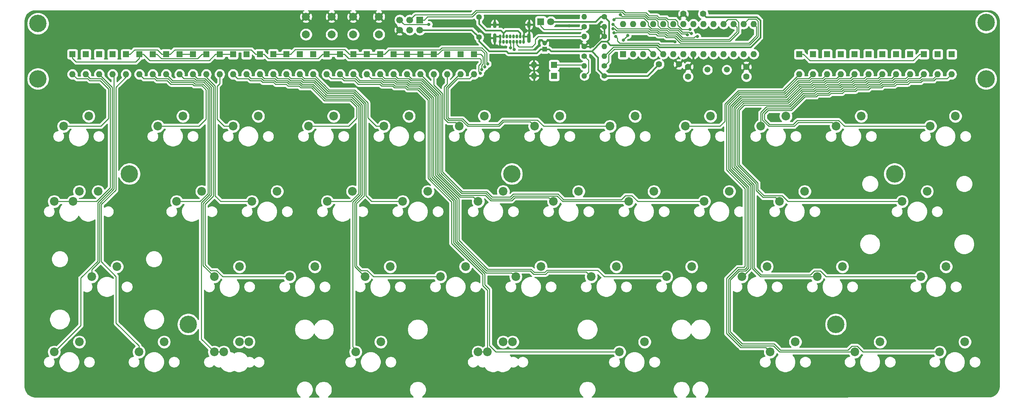
<source format=gbr>
G04 #@! TF.GenerationSoftware,KiCad,Pcbnew,(5.1.4)-1*
G04 #@! TF.CreationDate,2019-10-26T22:45:28-04:00*
G04 #@! TF.ProjectId,romeo-pcb,726f6d65-6f2d-4706-9362-2e6b69636164,rev?*
G04 #@! TF.SameCoordinates,Original*
G04 #@! TF.FileFunction,Copper,L1,Top*
G04 #@! TF.FilePolarity,Positive*
%FSLAX46Y46*%
G04 Gerber Fmt 4.6, Leading zero omitted, Abs format (unit mm)*
G04 Created by KiCad (PCBNEW (5.1.4)-1) date 2019-10-26 22:45:28*
%MOMM*%
%LPD*%
G04 APERTURE LIST*
%ADD10C,4.400000*%
%ADD11C,2.200000*%
%ADD12C,1.600000*%
%ADD13O,1.600000X1.600000*%
%ADD14R,1.600000X1.600000*%
%ADD15R,1.200000X1.200000*%
%ADD16C,1.200000*%
%ADD17C,2.000000*%
%ADD18C,1.500000*%
%ADD19O,0.650000X1.000000*%
%ADD20O,0.900000X2.400000*%
%ADD21O,0.900000X1.700000*%
%ADD22O,1.400000X1.400000*%
%ADD23C,1.400000*%
%ADD24C,1.800000*%
%ADD25R,1.800000X1.800000*%
%ADD26R,1.700000X1.700000*%
%ADD27C,1.700000*%
%ADD28C,0.800000*%
%ADD29C,0.250000*%
%ADD30C,0.400000*%
%ADD31C,0.254000*%
G04 APERTURE END LIST*
D10*
X227380800Y-91922600D03*
X63703200Y-91922600D03*
X48844200Y-53822600D03*
X242239800Y-53822600D03*
X145504499Y-53822600D03*
D11*
X36163250Y-58267600D03*
X29813250Y-60807600D03*
D10*
X265366999Y-15497599D03*
X265366999Y-29772600D03*
X25717001Y-29772600D03*
X25717001Y-15772600D03*
D11*
X138557000Y-39217600D03*
X132207000Y-41757600D03*
D12*
X187714400Y-26073100D03*
X182714400Y-26073100D03*
D13*
X228650700Y-28600400D03*
D14*
X228650700Y-23520400D03*
D12*
X188854850Y-13296900D03*
X193854850Y-13296900D03*
D15*
X153784300Y-22263100D03*
D16*
X153784300Y-20763100D03*
D12*
X204761600Y-26697300D03*
X204761600Y-29197300D03*
X190055000Y-26697300D03*
X190055000Y-29197300D03*
D17*
X111896151Y-14020800D03*
X111896151Y-18520800D03*
X105396151Y-14020800D03*
X105396151Y-18520800D03*
D11*
X106013250Y-98907600D03*
X112363250Y-96367600D03*
X179038250Y-96367600D03*
X172688250Y-98907600D03*
D18*
X194957200Y-27444700D03*
X199837200Y-27444700D03*
D19*
X146779499Y-20400200D03*
X148479499Y-20400200D03*
X147629499Y-20400200D03*
X145929499Y-20400200D03*
X145079499Y-20400200D03*
X144229499Y-20400200D03*
X143379499Y-20400200D03*
X142529499Y-20400200D03*
X148479499Y-19075200D03*
X147624499Y-19075200D03*
X146774499Y-19075200D03*
X145924499Y-19075200D03*
X145074499Y-19075200D03*
X144224499Y-19075200D03*
X143374499Y-19075200D03*
X142524499Y-19075200D03*
D20*
X149829499Y-19420200D03*
X141179499Y-19420200D03*
D21*
X149829499Y-16040200D03*
X141179499Y-16040200D03*
D13*
X173614850Y-15868650D03*
X206634850Y-23488650D03*
X176154850Y-15868650D03*
X204094850Y-23488650D03*
X178694850Y-15868650D03*
X201554850Y-23488650D03*
X181234850Y-15868650D03*
X199014850Y-23488650D03*
X183774850Y-15868650D03*
X196474850Y-23488650D03*
X186314850Y-15868650D03*
X193934850Y-23488650D03*
X188854850Y-15868650D03*
X191394850Y-23488650D03*
X191394850Y-15868650D03*
X188854850Y-23488650D03*
X193934850Y-15868650D03*
X186314850Y-23488650D03*
X196474850Y-15868650D03*
X183774850Y-23488650D03*
X199014850Y-15868650D03*
X181234850Y-23488650D03*
X201554850Y-15868650D03*
X178694850Y-23488650D03*
X204094850Y-15868650D03*
X176154850Y-23488650D03*
X206634850Y-15868650D03*
D14*
X173614850Y-23488650D03*
D11*
X260000750Y-96367600D03*
X253650750Y-98907600D03*
X238569500Y-96367600D03*
X232219500Y-98907600D03*
X217138250Y-96367600D03*
X210788250Y-98907600D03*
X143319500Y-96367600D03*
X136969500Y-98907600D03*
X145700750Y-96367600D03*
X139350750Y-98907600D03*
X79025750Y-96367600D03*
X72675750Y-98907600D03*
X76644500Y-96367600D03*
X70294500Y-98907600D03*
X57594500Y-96367600D03*
X51244500Y-98907600D03*
X36163250Y-96369660D03*
X29813250Y-98909660D03*
X255238250Y-77317600D03*
X248888250Y-79857600D03*
X229044500Y-77317600D03*
X222694500Y-79857600D03*
X209994500Y-77317600D03*
X203644500Y-79857600D03*
X190944500Y-77317600D03*
X184594500Y-79857600D03*
X171894500Y-77317600D03*
X165544500Y-79857600D03*
X152844500Y-77317600D03*
X146494500Y-79857600D03*
X133794500Y-77317600D03*
X127444500Y-79857600D03*
X114744500Y-77317600D03*
X108394500Y-79857600D03*
X95694500Y-77317600D03*
X89344500Y-79857600D03*
X76644500Y-77317600D03*
X70294500Y-79857600D03*
X39338250Y-79857600D03*
X45688250Y-77317600D03*
X244125750Y-60807600D03*
X250475750Y-58267600D03*
X219519500Y-58267600D03*
X213169500Y-60807600D03*
X200469500Y-58267600D03*
X194119500Y-60807600D03*
X181419500Y-58267600D03*
X175069500Y-60807600D03*
X162369500Y-58267600D03*
X156019500Y-60807600D03*
X143319500Y-58267600D03*
X136969500Y-60807600D03*
X124269500Y-58267600D03*
X117919500Y-60807600D03*
X105219500Y-58267600D03*
X98869500Y-60807600D03*
X86169500Y-58267600D03*
X79819500Y-60807600D03*
X67119500Y-58267600D03*
X60769500Y-60807600D03*
X40925750Y-58267600D03*
X34575750Y-60807600D03*
X251269500Y-41757600D03*
X257619500Y-39217600D03*
X233807000Y-39217600D03*
X227457000Y-41757600D03*
X214757000Y-39217600D03*
X208407000Y-41757600D03*
X195707000Y-39217600D03*
X189357000Y-41757600D03*
X176657000Y-39217600D03*
X170307000Y-41757600D03*
X157607000Y-39217600D03*
X151257000Y-41757600D03*
X119507000Y-39217600D03*
X113157000Y-41757600D03*
X100457000Y-39217600D03*
X94107000Y-41757600D03*
X81407000Y-39217600D03*
X75057000Y-41757600D03*
X62357000Y-39217600D03*
X56007000Y-41757600D03*
X32194500Y-41757600D03*
X38544500Y-39217600D03*
D17*
X99955402Y-14020800D03*
X99955402Y-18520800D03*
X93455402Y-14020800D03*
X93455402Y-18520800D03*
D22*
X168909500Y-16561600D03*
D23*
X163829500Y-16561600D03*
D22*
X163829500Y-14071600D03*
D23*
X168909500Y-14071600D03*
D22*
X163829500Y-26521600D03*
D23*
X168909500Y-26521600D03*
D22*
X168909500Y-24031600D03*
D23*
X163829500Y-24031600D03*
D22*
X168909500Y-21541600D03*
D23*
X163829500Y-21541600D03*
D22*
X163829500Y-19051600D03*
D23*
X168909500Y-19051600D03*
D22*
X163829500Y-29011600D03*
D23*
X168909500Y-29011600D03*
D24*
X155359100Y-15278100D03*
D25*
X152819100Y-15278100D03*
D26*
X122263500Y-14846300D03*
D27*
X122263500Y-17386300D03*
X119723500Y-14846300D03*
X119723500Y-17386300D03*
X117183500Y-14846300D03*
X117183500Y-17386300D03*
D23*
X137223500Y-14125100D03*
X137223500Y-19225100D03*
D13*
X151091900Y-26250900D03*
D14*
X156171900Y-26250900D03*
D13*
X151104600Y-29019500D03*
D14*
X156184600Y-29019500D03*
D13*
X225150700Y-28600400D03*
D14*
X225150700Y-23520400D03*
D13*
X221650700Y-28600400D03*
D14*
X221650700Y-23520400D03*
D13*
X102099960Y-28600400D03*
D14*
X102099960Y-23520400D03*
D13*
X98716627Y-28600400D03*
D14*
X98716627Y-23520400D03*
D13*
X81799962Y-28600400D03*
D14*
X81799962Y-23520400D03*
D13*
X58116631Y-28600400D03*
D14*
X58116631Y-23520400D03*
D13*
X47966632Y-28600400D03*
D14*
X47966632Y-23520400D03*
D13*
X41199966Y-28600400D03*
D14*
X41199966Y-23520400D03*
D13*
X239150700Y-28600400D03*
D14*
X239150700Y-23520400D03*
D13*
X235650700Y-28600400D03*
D14*
X235650700Y-23520400D03*
D13*
X232150700Y-28600400D03*
D14*
X232150700Y-23520400D03*
D13*
X112249959Y-28600400D03*
D14*
X112249959Y-23520400D03*
D13*
X108866626Y-28600400D03*
D14*
X108866626Y-23520400D03*
D13*
X105483293Y-28600400D03*
D14*
X105483293Y-23520400D03*
D13*
X88566628Y-28600400D03*
D14*
X88566628Y-23520400D03*
D13*
X85183295Y-28600400D03*
D14*
X85183295Y-23520400D03*
D13*
X64883297Y-28600400D03*
D14*
X64883297Y-23520400D03*
D13*
X61499964Y-28600400D03*
D14*
X61499964Y-23520400D03*
D13*
X44583299Y-28600400D03*
D14*
X44583299Y-23520400D03*
D13*
X246150700Y-28600400D03*
D14*
X246150700Y-23520400D03*
D13*
X242650700Y-28600400D03*
D14*
X242650700Y-23520400D03*
D13*
X125783291Y-28600400D03*
D14*
X125783291Y-23520400D03*
D13*
X122399958Y-28600400D03*
D14*
X122399958Y-23520400D03*
D13*
X119016625Y-28600400D03*
D14*
X119016625Y-23520400D03*
D13*
X115633292Y-28600400D03*
D14*
X115633292Y-23520400D03*
D13*
X91949961Y-28600400D03*
D14*
X91949961Y-23520400D03*
D13*
X78416629Y-28600400D03*
D14*
X78416629Y-23520400D03*
D13*
X68266630Y-28600400D03*
D14*
X68266630Y-23520400D03*
D13*
X54733298Y-28600400D03*
D14*
X54733298Y-23520400D03*
D13*
X37816633Y-28600400D03*
D14*
X37816633Y-23520400D03*
D13*
X256650700Y-28600400D03*
D14*
X256650700Y-23520400D03*
D13*
X253150700Y-28600400D03*
D14*
X253150700Y-23520400D03*
D13*
X249650700Y-28600400D03*
D14*
X249650700Y-23520400D03*
D13*
X218150700Y-28600400D03*
D14*
X218150700Y-23520400D03*
D13*
X135933300Y-28600400D03*
D14*
X135933300Y-23520400D03*
D13*
X132549957Y-28600400D03*
D14*
X132549957Y-23520400D03*
D13*
X129166624Y-28600400D03*
D14*
X129166624Y-23520400D03*
D13*
X95333294Y-28600400D03*
D14*
X95333294Y-23520400D03*
D13*
X75033296Y-28600400D03*
D14*
X75033296Y-23520400D03*
D13*
X71649963Y-28600400D03*
D14*
X71649963Y-23520400D03*
D13*
X51349965Y-28600400D03*
D14*
X51349965Y-23520400D03*
D13*
X34433300Y-28600400D03*
D14*
X34433300Y-23520400D03*
D28*
X171297600Y-14808200D03*
X192397780Y-19074290D03*
X211988400Y-39395400D03*
X173316900Y-31102300D03*
X173824900Y-27495500D03*
X200583800Y-18326100D03*
X204825600Y-18364200D03*
X160020000Y-16294100D03*
X186715400Y-20421600D03*
X137919200Y-27393900D03*
X171297600Y-18110200D03*
X138668500Y-26708100D03*
X171056300Y-17119600D03*
X139417800Y-25996900D03*
X171107100Y-15989300D03*
X137538200Y-28371800D03*
X171767500Y-19050000D03*
X145161000Y-21945600D03*
X146100800Y-22352000D03*
X190846982Y-18278368D03*
X190522822Y-17224873D03*
X172947798Y-13568628D03*
X189908702Y-18624279D03*
X124548900Y-15963900D03*
X174796575Y-18759010D03*
X173714586Y-19963290D03*
D29*
X178899403Y-14408201D02*
X171697599Y-14408201D01*
X179997100Y-15505898D02*
X178899403Y-14408201D01*
X180811312Y-17056100D02*
X179997100Y-16241889D01*
X182537100Y-17056100D02*
X180811312Y-17056100D01*
X192397780Y-19074290D02*
X191832095Y-19074290D01*
X191832095Y-19074290D02*
X191557096Y-19349289D01*
X191557096Y-19349289D02*
X188703789Y-19349289D01*
X184683400Y-17462500D02*
X182943500Y-17462500D01*
X188703789Y-19349289D02*
X187274200Y-17919700D01*
X182943500Y-17462500D02*
X182537100Y-17056100D01*
X187274200Y-17919700D02*
X185140600Y-17919700D01*
X171697599Y-14408201D02*
X171297600Y-14808200D01*
X179997100Y-16241889D02*
X179997100Y-15505898D01*
X185140600Y-17919700D02*
X184683400Y-17462500D01*
D30*
X191394850Y-25357450D02*
X190055000Y-26697300D01*
X191394850Y-23488650D02*
X191394850Y-25357450D01*
X148479499Y-19075200D02*
X148479499Y-20400200D01*
X142524499Y-20395200D02*
X142529499Y-20400200D01*
X142524499Y-19075200D02*
X142524499Y-20395200D01*
X149484499Y-19075200D02*
X149829499Y-19420200D01*
X148479499Y-19075200D02*
X149484499Y-19075200D01*
X141524499Y-19075200D02*
X141179499Y-19420200D01*
X142524499Y-19075200D02*
X141524499Y-19075200D01*
X168909500Y-16561600D02*
X168909500Y-19051600D01*
X168514700Y-19051600D02*
X168909500Y-19051600D01*
X166024700Y-21541600D02*
X168514700Y-19051600D01*
X163829500Y-21541600D02*
X166024700Y-21541600D01*
X193854850Y-15788650D02*
X193934850Y-15868650D01*
X152784300Y-22263100D02*
X153784300Y-22263100D01*
X151793700Y-23253700D02*
X152784300Y-22263100D01*
X144614900Y-23253700D02*
X151793700Y-23253700D01*
X168122100Y-20345400D02*
X169544500Y-20345400D01*
X165709100Y-22758400D02*
X168122100Y-20345400D01*
X165709100Y-22758400D02*
X167309300Y-24358600D01*
X167309300Y-27411400D02*
X168909500Y-29011600D01*
X167309300Y-24358600D02*
X167309300Y-27411400D01*
X179775900Y-29011600D02*
X182714400Y-26073100D01*
X168909500Y-29011600D02*
X179775900Y-29011600D01*
X154901900Y-22263100D02*
X153784300Y-22263100D01*
X155397200Y-22758400D02*
X154901900Y-22263100D01*
X155397200Y-22758400D02*
X165709100Y-22758400D01*
X167919551Y-14071600D02*
X168909500Y-14071600D01*
X155359100Y-15278100D02*
X166713051Y-15278100D01*
X166713051Y-15278100D02*
X167919551Y-14071600D01*
X137223500Y-20215049D02*
X139728751Y-22720300D01*
X137223500Y-19225100D02*
X137223500Y-20215049D01*
X144081500Y-22720300D02*
X144322800Y-22961600D01*
X139728751Y-22720300D02*
X144081500Y-22720300D01*
X144322800Y-22961600D02*
X144614900Y-23253700D01*
X135384700Y-17386300D02*
X122263500Y-17386300D01*
X137223500Y-19225100D02*
X135384700Y-17386300D01*
X170103550Y-15265650D02*
X169805100Y-14967200D01*
X170103550Y-19786350D02*
X170103550Y-15265650D01*
X168909500Y-14071600D02*
X169805100Y-14967200D01*
X170103550Y-19786350D02*
X169544500Y-20345400D01*
X182274711Y-21226011D02*
X170425111Y-21226011D01*
X182753000Y-21704300D02*
X182274711Y-21226011D01*
X194654849Y-14096899D02*
X207416299Y-14096899D01*
X207416299Y-14096899D02*
X208292700Y-14973300D01*
X170425111Y-21226011D02*
X169544500Y-20345400D01*
X193854850Y-13296900D02*
X194654849Y-14096899D01*
X208292700Y-14973300D02*
X208292700Y-19278600D01*
X208292700Y-19278600D02*
X205867000Y-21704300D01*
X205867000Y-21704300D02*
X182753000Y-21704300D01*
D29*
X32194500Y-41757600D02*
X33750134Y-41757600D01*
X33750134Y-41757600D02*
X41630600Y-41757600D01*
X43568190Y-39820010D02*
X43568190Y-36152800D01*
X41630600Y-41757600D02*
X43568190Y-39820010D01*
X43568190Y-36152800D02*
X43568190Y-34391600D01*
X43568190Y-34391600D02*
X43568190Y-34373390D01*
X43568190Y-34391600D02*
X43568190Y-32290590D01*
X43568190Y-32290590D02*
X41465500Y-30187900D01*
X41465500Y-30187900D02*
X38760400Y-30187900D01*
X38760400Y-30187900D02*
X38315900Y-29743400D01*
X35576300Y-29743400D02*
X34433300Y-28600400D01*
X38315900Y-29743400D02*
X35576300Y-29743400D01*
X51349965Y-24570400D02*
X51349965Y-23520400D01*
X50418765Y-25501600D02*
X51349965Y-24570400D01*
X35364500Y-25501600D02*
X50418765Y-25501600D01*
X34433300Y-24570400D02*
X35364500Y-25501600D01*
X34433300Y-23520400D02*
X34433300Y-24570400D01*
X69019652Y-25100711D02*
X70599963Y-23520400D01*
X70599963Y-23520400D02*
X71649963Y-23520400D01*
X53980276Y-25100711D02*
X69019652Y-25100711D01*
X52399965Y-23520400D02*
X53980276Y-25100711D01*
X51349965Y-23520400D02*
X52399965Y-23520400D01*
X72699963Y-23520400D02*
X75033296Y-23520400D01*
X71649963Y-23520400D02*
X72699963Y-23520400D01*
X135933300Y-23520400D02*
X136983300Y-23520400D01*
X136983300Y-23520400D02*
X137627100Y-23520400D01*
X137627100Y-23520400D02*
X138211300Y-24104600D01*
X138211300Y-24104600D02*
X138211300Y-25996900D01*
X138211300Y-25996900D02*
X137919200Y-26289000D01*
X137919200Y-26289000D02*
X137919200Y-27393900D01*
X219200700Y-23520400D02*
X218150700Y-23520400D01*
X220826300Y-25146000D02*
X219200700Y-23520400D01*
X246975100Y-25146000D02*
X220826300Y-25146000D01*
X248600700Y-23520400D02*
X246975100Y-25146000D01*
X249650700Y-23520400D02*
X248600700Y-23520400D01*
X200787000Y-20713700D02*
X200406000Y-20713700D01*
X206603600Y-19532600D02*
X206844900Y-19291300D01*
X206844900Y-19291300D02*
X207302100Y-18834100D01*
X200406000Y-20713700D02*
X205422500Y-20713700D01*
X205422500Y-20713700D02*
X206603600Y-19532600D01*
X171939485Y-18034000D02*
X171863285Y-18110200D01*
X179844700Y-18034000D02*
X171939485Y-18034000D01*
X181952900Y-18427700D02*
X180238400Y-18427700D01*
X200406000Y-20713700D02*
X188099700Y-20713700D01*
X171863285Y-18110200D02*
X171297600Y-18110200D01*
X180238400Y-18427700D02*
X179844700Y-18034000D01*
X188099700Y-20713700D02*
X186677300Y-19291300D01*
X186677300Y-19291300D02*
X184569100Y-19291300D01*
X184569100Y-19291300D02*
X184111900Y-18834100D01*
X184111900Y-18834100D02*
X182359300Y-18834100D01*
X182359300Y-18834100D02*
X181952900Y-18427700D01*
X207302100Y-17145000D02*
X207302100Y-16586200D01*
X207302100Y-18834100D02*
X207302100Y-17145000D01*
X207302100Y-17145000D02*
X207302100Y-16979900D01*
X206634850Y-15918950D02*
X206634850Y-15868650D01*
X207302100Y-16586200D02*
X206634850Y-15918950D01*
X55219600Y-29730700D02*
X52480265Y-29730700D01*
X55676800Y-30187900D02*
X55219600Y-29730700D01*
X58407300Y-30187900D02*
X55676800Y-30187900D01*
X59321700Y-31102300D02*
X58407300Y-30187900D01*
X64795400Y-31102300D02*
X59321700Y-31102300D01*
X56007000Y-41757600D02*
X66446400Y-41757600D01*
X52480265Y-29730700D02*
X51349965Y-28600400D01*
X68231590Y-39972410D02*
X68231590Y-32557290D01*
X66446400Y-41757600D02*
X68231590Y-39972410D01*
X68231590Y-32557290D02*
X67170300Y-31496000D01*
X67170300Y-31496000D02*
X65189100Y-31496000D01*
X65189100Y-31496000D02*
X64795400Y-31102300D01*
X75057000Y-41757600D02*
X72771000Y-41757600D01*
X72771000Y-41757600D02*
X70967600Y-39954200D01*
X70967600Y-32562800D02*
X70967600Y-31673800D01*
X70967600Y-39954200D02*
X70967600Y-32562800D01*
X71649963Y-29696037D02*
X71649963Y-28600400D01*
X71649963Y-30940637D02*
X71649963Y-29696037D01*
X70967600Y-31623000D02*
X71649963Y-30940637D01*
X70967600Y-32562800D02*
X70967600Y-31623000D01*
X94107000Y-41757600D02*
X104241600Y-41757600D01*
X104241600Y-41757600D02*
X106324400Y-39674800D01*
X106324400Y-39674800D02*
X106324400Y-36931600D01*
X106324400Y-36931600D02*
X104686100Y-35293300D01*
X104686100Y-35293300D02*
X98120200Y-35293300D01*
X98120200Y-35293300D02*
X94843600Y-32016700D01*
X94843600Y-32016700D02*
X92125800Y-32016700D01*
X92125800Y-32016700D02*
X91655900Y-31546800D01*
X91655900Y-31546800D02*
X88925400Y-31546800D01*
X88925400Y-31546800D02*
X88480900Y-31102300D01*
X88480900Y-31102300D02*
X85750400Y-31102300D01*
X85750400Y-31102300D02*
X85293200Y-30645100D01*
X85293200Y-30645100D02*
X82550000Y-30645100D01*
X82550000Y-30645100D02*
X82092800Y-30187900D01*
X82092800Y-30187900D02*
X79349600Y-30187900D01*
X79349600Y-30187900D02*
X78892400Y-29730700D01*
X76163596Y-29730700D02*
X75033296Y-28600400D01*
X78892400Y-29730700D02*
X76163596Y-29730700D01*
X109067600Y-39624000D02*
X109067600Y-35788600D01*
X113157000Y-41757600D02*
X111201200Y-41757600D01*
X111201200Y-41757600D02*
X109067600Y-39624000D01*
X99282994Y-32550100D02*
X98225347Y-31492453D01*
X105829100Y-32550100D02*
X99282994Y-32550100D01*
X98225347Y-31492453D02*
X95333294Y-28600400D01*
X109067600Y-35788600D02*
X105829100Y-32550100D01*
X129166624Y-31081976D02*
X128440610Y-31807990D01*
X128440610Y-31807990D02*
X128440610Y-39896210D01*
X129166624Y-28600400D02*
X129166624Y-31081976D01*
X128440610Y-39896210D02*
X129311400Y-40767000D01*
X132207000Y-41656000D02*
X132207000Y-41757600D01*
X129311400Y-40767000D02*
X131318000Y-40767000D01*
X131318000Y-40767000D02*
X132207000Y-41656000D01*
X132842000Y-40309800D02*
X131419600Y-40309800D01*
X151257000Y-41757600D02*
X151257000Y-41732200D01*
X151257000Y-41732200D02*
X150190200Y-40665400D01*
X150190200Y-40665400D02*
X143383000Y-40665400D01*
X143383000Y-40665400D02*
X142290800Y-41757600D01*
X142290800Y-41757600D02*
X134289800Y-41757600D01*
X134289800Y-41757600D02*
X132842000Y-40309800D01*
X131419600Y-40309800D02*
X130556000Y-40309800D01*
X130556000Y-40309800D02*
X130327400Y-40309800D01*
X130327400Y-40309800D02*
X129501900Y-40309800D01*
X129501900Y-40309800D02*
X128892300Y-39700200D01*
X128892300Y-37782500D02*
X128890620Y-37780820D01*
X128892300Y-39700200D02*
X128892300Y-37782500D01*
X132549957Y-28600400D02*
X132295900Y-28600400D01*
X128892300Y-32004000D02*
X128892300Y-32766000D01*
X132295900Y-28600400D02*
X128892300Y-32004000D01*
X128892300Y-37782500D02*
X128892300Y-32766000D01*
X135133301Y-29400399D02*
X135933300Y-28600400D01*
X153517600Y-41757600D02*
X151968200Y-40208200D01*
X151968200Y-40208200D02*
X143179800Y-40208200D01*
X143179800Y-40208200D02*
X142087600Y-41300400D01*
X134493000Y-41300400D02*
X133045200Y-39852600D01*
X131802010Y-29730700D02*
X134803000Y-29730700D01*
X134803000Y-29730700D02*
X135133301Y-29400399D01*
X129342310Y-39502510D02*
X129342310Y-32190400D01*
X142087600Y-41300400D02*
X134493000Y-41300400D01*
X129692400Y-39852600D02*
X129342310Y-39502510D01*
X170307000Y-41757600D02*
X153517600Y-41757600D01*
X129342310Y-32190400D02*
X131802010Y-29730700D01*
X133045200Y-39852600D02*
X129692400Y-39852600D01*
X198120000Y-41757600D02*
X199339200Y-40538400D01*
X189357000Y-41757600D02*
X198120000Y-41757600D01*
X199339200Y-40538400D02*
X199339200Y-36855400D01*
X199339200Y-36855400D02*
X199339200Y-36626800D01*
X199339200Y-36104690D02*
X202728690Y-32715200D01*
X199339200Y-36855400D02*
X199339200Y-36104690D01*
X202728690Y-32715200D02*
X214035900Y-32715200D01*
X217350701Y-29400399D02*
X218150700Y-28600400D01*
X214035900Y-32715200D02*
X217350701Y-29400399D01*
X208407000Y-41757600D02*
X208330800Y-41757600D01*
X245668800Y-29730700D02*
X248520400Y-29730700D01*
X245211600Y-30187900D02*
X245668800Y-29730700D01*
X239039400Y-30645100D02*
X241909600Y-30645100D01*
X222046800Y-33388300D02*
X222491300Y-32943800D01*
X241909600Y-30645100D02*
X242366800Y-30187900D01*
X235750100Y-31102300D02*
X238582200Y-31102300D01*
X242366800Y-30187900D02*
X245211600Y-30187900D01*
X219202000Y-33388300D02*
X222046800Y-33388300D01*
X209867500Y-36830000D02*
X215760300Y-36830000D01*
X215760300Y-36830000D02*
X219202000Y-33388300D01*
X208407000Y-38290500D02*
X209867500Y-36830000D01*
X235292900Y-31559500D02*
X235750100Y-31102300D01*
X222491300Y-32943800D02*
X225336100Y-32943800D01*
X225336100Y-32943800D02*
X225806000Y-32473900D01*
X225806000Y-32473900D02*
X228676200Y-32473900D01*
X208407000Y-41757600D02*
X208407000Y-38290500D01*
X228676200Y-32473900D02*
X229133400Y-32016700D01*
X229133400Y-32016700D02*
X231978200Y-32016700D01*
X248520400Y-29730700D02*
X249650700Y-28600400D01*
X231978200Y-32016700D02*
X232435400Y-31559500D01*
X232435400Y-31559500D02*
X235292900Y-31559500D01*
X238582200Y-31102300D02*
X239039400Y-30645100D01*
X228866700Y-32931100D02*
X229323900Y-32473900D01*
X222237300Y-33845500D02*
X222681800Y-33401000D01*
X242557300Y-30645100D02*
X245440200Y-30645100D01*
X215950800Y-37287200D02*
X219392500Y-33845500D01*
X208864200Y-38481000D02*
X210058000Y-37287200D01*
X208864200Y-40182800D02*
X208864200Y-38481000D01*
X210058000Y-37287200D02*
X215950800Y-37287200D01*
X239229900Y-31102300D02*
X242100100Y-31102300D01*
X225996500Y-32931100D02*
X228866700Y-32931100D01*
X225526600Y-33401000D02*
X225996500Y-32931100D01*
X219392500Y-33845500D02*
X222237300Y-33845500D01*
X251982300Y-29768800D02*
X253150700Y-28600400D01*
X222681800Y-33401000D02*
X225526600Y-33401000D01*
X210439000Y-41757600D02*
X208864200Y-40182800D01*
X229323900Y-32473900D02*
X232168700Y-32473900D01*
X242100100Y-31102300D02*
X242557300Y-30645100D01*
X232168700Y-32473900D02*
X232625900Y-32016700D01*
X232625900Y-32016700D02*
X235496100Y-32016700D01*
X235496100Y-32016700D02*
X235953300Y-31559500D01*
X235953300Y-31559500D02*
X238772700Y-31559500D01*
X238772700Y-31559500D02*
X239229900Y-31102300D01*
X245440200Y-30645100D02*
X245897400Y-30187900D01*
X245897400Y-30187900D02*
X248704100Y-30187900D01*
X248704100Y-30187900D02*
X249123200Y-29768800D01*
X249123200Y-29768800D02*
X251982300Y-29768800D01*
X227457000Y-41757600D02*
X226466400Y-40767000D01*
X216865200Y-41757600D02*
X210439000Y-41757600D01*
X217855800Y-40767000D02*
X216865200Y-41757600D01*
X226466400Y-40767000D02*
X217855800Y-40767000D01*
X219583000Y-34302700D02*
X222427800Y-34302700D01*
X216141300Y-37744400D02*
X219583000Y-34302700D01*
X209321400Y-39992300D02*
X209321400Y-38671500D01*
X242747800Y-31102300D02*
X245630700Y-31102300D01*
X210248500Y-37744400D02*
X216141300Y-37744400D01*
X236143800Y-32016700D02*
X238963200Y-32016700D01*
X242290600Y-31559500D02*
X242747800Y-31102300D01*
X252171200Y-30226000D02*
X252666500Y-29730700D01*
X226187000Y-33388300D02*
X229057200Y-33388300D01*
X245630700Y-31102300D02*
X246087900Y-30645100D01*
X217652600Y-40309800D02*
X216662000Y-41300400D01*
X209321400Y-38671500D02*
X210248500Y-37744400D01*
X229514400Y-32931100D02*
X232359200Y-32931100D01*
X229057200Y-33388300D02*
X229514400Y-32931100D01*
X216662000Y-41300400D02*
X210629500Y-41300400D01*
X251269500Y-41757600D02*
X229539800Y-41757600D01*
X210629500Y-41300400D02*
X209321400Y-39992300D01*
X222427800Y-34302700D02*
X222872300Y-33858200D01*
X229539800Y-41757600D02*
X228092000Y-40309800D01*
X222872300Y-33858200D02*
X225717100Y-33858200D01*
X238963200Y-32016700D02*
X239420400Y-31559500D01*
X225717100Y-33858200D02*
X226187000Y-33388300D01*
X248894600Y-30645100D02*
X249313700Y-30226000D01*
X232359200Y-32931100D02*
X232816400Y-32473900D01*
X232816400Y-32473900D02*
X235686600Y-32473900D01*
X235686600Y-32473900D02*
X236143800Y-32016700D01*
X255520400Y-29730700D02*
X256650700Y-28600400D01*
X239420400Y-31559500D02*
X242290600Y-31559500D01*
X246087900Y-30645100D02*
X248894600Y-30645100D01*
X249313700Y-30226000D02*
X252171200Y-30226000D01*
X252666500Y-29730700D02*
X255520400Y-29730700D01*
X228092000Y-40309800D02*
X217652600Y-40309800D01*
X38946933Y-29730700D02*
X37816633Y-28600400D01*
X41668700Y-29730700D02*
X38946933Y-29730700D01*
X44018200Y-32080200D02*
X41668700Y-29730700D01*
X44018200Y-57284152D02*
X44018200Y-32080200D01*
X34575750Y-60807600D02*
X40494752Y-60807600D01*
X40494752Y-60807600D02*
X44018200Y-57284152D01*
X34575750Y-60807600D02*
X29813250Y-60807600D01*
X67216630Y-23520400D02*
X68266630Y-23520400D01*
X66091629Y-24645401D02*
X67216630Y-23520400D01*
X56908299Y-24645401D02*
X66091629Y-24645401D01*
X54733298Y-23520400D02*
X55783298Y-23520400D01*
X55783298Y-23520400D02*
X56908299Y-24645401D01*
X116683292Y-23520400D02*
X119016625Y-23520400D01*
X115633292Y-23520400D02*
X116683292Y-23520400D01*
X120066625Y-23520400D02*
X122399958Y-23520400D01*
X119016625Y-23520400D02*
X120066625Y-23520400D01*
X123449958Y-23520400D02*
X125783291Y-23520400D01*
X122399958Y-23520400D02*
X123449958Y-23520400D01*
X126833291Y-23520400D02*
X127963591Y-22390100D01*
X125783291Y-23520400D02*
X126833291Y-23520400D01*
X127963591Y-22390100D02*
X136915900Y-22390100D01*
X136915900Y-22390100D02*
X137100100Y-22390100D01*
X137754100Y-22390100D02*
X136915900Y-22390100D01*
X138668500Y-23304500D02*
X137754100Y-22390100D01*
X138668500Y-26708100D02*
X138668500Y-23304500D01*
X180022500Y-17564100D02*
X171983400Y-17564100D01*
X180428900Y-17970500D02*
X180022500Y-17564100D01*
X184302400Y-18376900D02*
X182549800Y-18376900D01*
X182143400Y-17970500D02*
X180428900Y-17970500D01*
X184759600Y-18834100D02*
X184302400Y-18376900D01*
X186880500Y-18834100D02*
X184759600Y-18834100D01*
X188302900Y-20256500D02*
X186880500Y-18834100D01*
X171538900Y-17119600D02*
X171056300Y-17119600D01*
X182549800Y-18376900D02*
X182143400Y-17970500D01*
X171983400Y-17564100D02*
X171538900Y-17119600D01*
X202844400Y-15443200D02*
X202844400Y-18019890D01*
X202844400Y-18019890D02*
X200607790Y-20256500D01*
X200607790Y-20256500D02*
X188302900Y-20256500D01*
X58597800Y-29730700D02*
X55863598Y-29730700D01*
X59512200Y-30645100D02*
X58597800Y-29730700D01*
X64985900Y-30645100D02*
X59512200Y-30645100D01*
X66688502Y-60807600D02*
X68681600Y-58814502D01*
X60769500Y-60807600D02*
X66688502Y-60807600D01*
X68681600Y-58814502D02*
X68681600Y-32359600D01*
X68681600Y-32359600D02*
X67360801Y-31038801D01*
X67360801Y-31038801D02*
X65379601Y-31038801D01*
X55863598Y-29730700D02*
X54733298Y-28600400D01*
X65379601Y-31038801D02*
X64985900Y-30645100D01*
X68351400Y-28685170D02*
X68266630Y-28600400D01*
X68351400Y-29438600D02*
X68351400Y-28685170D01*
X70510400Y-31597600D02*
X68351400Y-29438600D01*
X70510400Y-59385200D02*
X70510400Y-31597600D01*
X79819500Y-60807600D02*
X71932800Y-60807600D01*
X71932800Y-60807600D02*
X70510400Y-59385200D01*
X82283300Y-29730700D02*
X79546929Y-29730700D01*
X82740500Y-30187900D02*
X82283300Y-29730700D01*
X88671400Y-30645100D02*
X85940900Y-30645100D01*
X89115900Y-31089600D02*
X88671400Y-30645100D01*
X91846400Y-31089600D02*
X89115900Y-31089600D01*
X79546929Y-29730700D02*
X78416629Y-28600400D01*
X92316300Y-31559500D02*
X91846400Y-31089600D01*
X85483700Y-30187900D02*
X82740500Y-30187900D01*
X104788502Y-60807600D02*
X106781600Y-58814502D01*
X98869500Y-60807600D02*
X104788502Y-60807600D01*
X106781600Y-58814502D02*
X106781600Y-36741100D01*
X106781600Y-36741100D02*
X104876600Y-34836100D01*
X85940900Y-30645100D02*
X85483700Y-30187900D01*
X95046800Y-31559500D02*
X92316300Y-31559500D01*
X104876600Y-34836100D02*
X98323400Y-34836100D01*
X98323400Y-34836100D02*
X95046800Y-31559500D01*
X93080261Y-29730700D02*
X91949961Y-28600400D01*
X110058200Y-60807600D02*
X108610400Y-59359800D01*
X95808800Y-29730700D02*
X93080261Y-29730700D01*
X117919500Y-60807600D02*
X110058200Y-60807600D01*
X108610400Y-59359800D02*
X108610400Y-35979100D01*
X108610400Y-35979100D02*
X105638600Y-33007300D01*
X105638600Y-33007300D02*
X99085400Y-33007300D01*
X99085400Y-33007300D02*
X95808800Y-29730700D01*
X132359400Y-59690000D02*
X126619000Y-53949600D01*
X120002300Y-30226000D02*
X119507000Y-29730700D01*
X135788400Y-59690000D02*
X132359400Y-59690000D01*
X136906000Y-60807600D02*
X135788400Y-59690000D01*
X136969500Y-60807600D02*
X136906000Y-60807600D01*
X126619000Y-34124900D02*
X122720100Y-30226000D01*
X116763592Y-29730700D02*
X115633292Y-28600400D01*
X122720100Y-30226000D02*
X120002300Y-30226000D01*
X119507000Y-29730700D02*
X116763592Y-29730700D01*
X126619000Y-53949600D02*
X126619000Y-34124900D01*
X146230622Y-59842400D02*
X145480399Y-60592623D01*
X132562600Y-59232800D02*
X127076200Y-53746400D01*
X154838400Y-59842400D02*
X146230622Y-59842400D01*
X140142601Y-60592623D02*
X138782778Y-59232800D01*
X155803600Y-60807600D02*
X154838400Y-59842400D01*
X156019500Y-60807600D02*
X155803600Y-60807600D01*
X127076200Y-33934400D02*
X122910600Y-29768800D01*
X145480399Y-60592623D02*
X140142601Y-60592623D01*
X138782778Y-59232800D02*
X132562600Y-59232800D01*
X122910600Y-29768800D02*
X120185025Y-29768800D01*
X120185025Y-29768800D02*
X119016625Y-28600400D01*
X127076200Y-53746400D02*
X127076200Y-33934400D01*
X146054012Y-59382599D02*
X145293999Y-60142612D01*
X175069500Y-60807600D02*
X158369000Y-60807600D01*
X156943999Y-59382599D02*
X146054012Y-59382599D01*
X140329001Y-60142612D02*
X138961989Y-58775600D01*
X158369000Y-60807600D02*
X156943999Y-59382599D01*
X127533400Y-33733842D02*
X122399958Y-28600400D01*
X138961989Y-58775600D02*
X132765800Y-58775600D01*
X145293999Y-60142612D02*
X140329001Y-60142612D01*
X132765800Y-58775600D02*
X127533400Y-53543200D01*
X127533400Y-53543200D02*
X127533400Y-33733842D01*
X194119500Y-60807600D02*
X177317400Y-60807600D01*
X177317400Y-60807600D02*
X175844200Y-59334400D01*
X175844200Y-59334400D02*
X174167800Y-59334400D01*
X174167800Y-59334400D02*
X173151800Y-60350400D01*
X173151800Y-60350400D02*
X158572200Y-60350400D01*
X158572200Y-60350400D02*
X157149800Y-58928000D01*
X157149800Y-58928000D02*
X145872200Y-58928000D01*
X145107599Y-59692601D02*
X140515401Y-59692601D01*
X145872200Y-58928000D02*
X145107599Y-59692601D01*
X140515401Y-59692601D02*
X139141200Y-58318400D01*
X139141200Y-58318400D02*
X132969000Y-58318400D01*
X132969000Y-58318400D02*
X132410200Y-57759600D01*
X132410200Y-57759600D02*
X129540000Y-54889400D01*
X129540000Y-54889400D02*
X129286000Y-54635400D01*
X129286000Y-54635400D02*
X128930400Y-54279800D01*
X128930400Y-54279800D02*
X128778000Y-54127400D01*
X128778000Y-54127400D02*
X127990600Y-53340000D01*
X127990600Y-53340000D02*
X127990600Y-37731700D01*
X127990600Y-37731700D02*
X127990600Y-37566600D01*
X127990600Y-33553400D02*
X127990600Y-37731700D01*
X125783291Y-31346091D02*
X127990600Y-33553400D01*
X125783291Y-28600400D02*
X125783291Y-31346091D01*
X228295200Y-31559500D02*
X228752400Y-31102300D01*
X218821000Y-32473900D02*
X221665800Y-32473900D01*
X225425000Y-31559500D02*
X228295200Y-31559500D01*
X215379300Y-35915600D02*
X218821000Y-32473900D01*
X222110300Y-32029400D02*
X224955100Y-32029400D01*
X232054400Y-30645100D02*
X234899200Y-30645100D01*
X204089000Y-35915600D02*
X215379300Y-35915600D01*
X231597200Y-31102300D02*
X232054400Y-30645100D01*
X202539600Y-37465000D02*
X204089000Y-35915600D01*
X207213200Y-56311800D02*
X202539600Y-51638200D01*
X213169500Y-60807600D02*
X213156800Y-60807600D01*
X202539600Y-51638200D02*
X202539600Y-37465000D01*
X241520400Y-29730700D02*
X242650700Y-28600400D01*
X212140800Y-59791600D02*
X209016600Y-59791600D01*
X234899200Y-30645100D02*
X235363590Y-30180710D01*
X224955100Y-32029400D02*
X225425000Y-31559500D01*
X213156800Y-60807600D02*
X212140800Y-59791600D01*
X209016600Y-59791600D02*
X207213200Y-57988200D01*
X228752400Y-31102300D02*
X231597200Y-31102300D01*
X207213200Y-57988200D02*
X207213200Y-56311800D01*
X221665800Y-32473900D02*
X222110300Y-32029400D01*
X235363590Y-30180710D02*
X238208390Y-30180710D01*
X238208390Y-30180710D02*
X238658400Y-29730700D01*
X238658400Y-29730700D02*
X241520400Y-29730700D01*
X244125750Y-60807600D02*
X215290400Y-60807600D01*
X215290400Y-60807600D02*
X213817200Y-59334400D01*
X213817200Y-59334400D02*
X209219800Y-59334400D01*
X209219800Y-59334400D02*
X207670400Y-57785000D01*
X207670400Y-57785000D02*
X207670400Y-56108600D01*
X207670400Y-56108600D02*
X202996800Y-51435000D01*
X202996800Y-51435000D02*
X202996800Y-37655500D01*
X202996800Y-37655500D02*
X204279500Y-36372800D01*
X204279500Y-36372800D02*
X215569800Y-36372800D01*
X215569800Y-36372800D02*
X219011500Y-32931100D01*
X219011500Y-32931100D02*
X221856300Y-32931100D01*
X221856300Y-32931100D02*
X222300800Y-32486600D01*
X222300800Y-32486600D02*
X225145600Y-32486600D01*
X225145600Y-32486600D02*
X225615500Y-32016700D01*
X225615500Y-32016700D02*
X228485700Y-32016700D01*
X228485700Y-32016700D02*
X228942900Y-31559500D01*
X228942900Y-31559500D02*
X231787700Y-31559500D01*
X231787700Y-31559500D02*
X232244900Y-31102300D01*
X232244900Y-31102300D02*
X235102400Y-31102300D01*
X235102400Y-31102300D02*
X235559600Y-30645100D01*
X235559600Y-30645100D02*
X238391700Y-30645100D01*
X238391700Y-30645100D02*
X238848900Y-30187900D01*
X238848900Y-30187900D02*
X241719100Y-30187900D01*
X241719100Y-30187900D02*
X242176300Y-29730700D01*
X245020400Y-29730700D02*
X246150700Y-28600400D01*
X242176300Y-29730700D02*
X245020400Y-29730700D01*
X44932600Y-28949701D02*
X44583299Y-28600400D01*
X44932600Y-57683400D02*
X44932600Y-28949701D01*
X41275000Y-61341000D02*
X44932600Y-57683400D01*
X41275000Y-76098400D02*
X41275000Y-61341000D01*
X39338250Y-79857600D02*
X39338250Y-78035150D01*
X39338250Y-78035150D02*
X41275000Y-76098400D01*
X62549964Y-23520400D02*
X64883297Y-23520400D01*
X61499964Y-23520400D02*
X62549964Y-23520400D01*
X106533293Y-23520400D02*
X108866626Y-23520400D01*
X105483293Y-23520400D02*
X106533293Y-23520400D01*
X109916626Y-23520400D02*
X112249959Y-23520400D01*
X108866626Y-23520400D02*
X109916626Y-23520400D01*
X86233295Y-23520400D02*
X88566628Y-23520400D01*
X85183295Y-23520400D02*
X86233295Y-23520400D01*
X89616628Y-23520400D02*
X90759628Y-22377400D01*
X88566628Y-23520400D02*
X89616628Y-23520400D01*
X104433293Y-23520400D02*
X105483293Y-23520400D01*
X103290293Y-22377400D02*
X104433293Y-23520400D01*
X90759628Y-22377400D02*
X103290293Y-22377400D01*
X113299959Y-23520400D02*
X114430259Y-22390100D01*
X112249959Y-23520400D02*
X113299959Y-23520400D01*
X114430259Y-22390100D02*
X127321100Y-22390100D01*
X127321100Y-22390100D02*
X127778300Y-21932900D01*
X127778300Y-21932900D02*
X136985800Y-21932900D01*
X136985800Y-21932900D02*
X137944600Y-21932900D01*
X137944600Y-21932900D02*
X139176500Y-23164800D01*
X139176500Y-23164800D02*
X139176500Y-25577800D01*
X139176500Y-25577800D02*
X139176500Y-25755600D01*
X139176500Y-25755600D02*
X139417800Y-25996900D01*
X171107100Y-15989300D02*
X172224700Y-17106900D01*
X200406000Y-19799300D02*
X201688700Y-18516600D01*
X201688700Y-18516600D02*
X201930000Y-18275300D01*
X201930000Y-18275300D02*
X202387200Y-17818100D01*
X202387200Y-17818100D02*
X202387200Y-16827500D01*
X189547500Y-19799300D02*
X188493400Y-19799300D01*
X189547500Y-19799300D02*
X200406000Y-19799300D01*
X188493400Y-19799300D02*
X187071000Y-18376900D01*
X187071000Y-18376900D02*
X184950100Y-18376900D01*
X184950100Y-18376900D02*
X184492900Y-17919700D01*
X184492900Y-17919700D02*
X182740300Y-17919700D01*
X182740300Y-17919700D02*
X182333900Y-17513300D01*
X182333900Y-17513300D02*
X180619400Y-17513300D01*
X180213000Y-17106900D02*
X178155600Y-17106900D01*
X180619400Y-17513300D02*
X180213000Y-17106900D01*
X172224700Y-17106900D02*
X178155600Y-17106900D01*
X70294500Y-79857600D02*
X67462400Y-77025500D01*
X67462400Y-61341000D02*
X69596000Y-59207400D01*
X67462400Y-77025500D02*
X67462400Y-61341000D01*
X65774980Y-30138780D02*
X65366900Y-29730700D01*
X67771701Y-30138780D02*
X65774980Y-30138780D01*
X69596000Y-59207400D02*
X69596000Y-31963079D01*
X62630264Y-29730700D02*
X62299963Y-29400399D01*
X65366900Y-29730700D02*
X62630264Y-29730700D01*
X62299963Y-29400399D02*
X61499964Y-28600400D01*
X69596000Y-31963079D02*
X67771701Y-30138780D01*
X67919600Y-76809600D02*
X67919600Y-61544200D01*
X67919600Y-61544200D02*
X70053200Y-59410600D01*
X65683296Y-29400399D02*
X64883297Y-28600400D01*
X65971666Y-29688769D02*
X65683296Y-29400399D01*
X67958101Y-29688769D02*
X65971666Y-29688769D01*
X69392800Y-78282800D02*
X67919600Y-76809600D01*
X70053200Y-31783868D02*
X67958101Y-29688769D01*
X70828702Y-78282800D02*
X69392800Y-78282800D01*
X72403502Y-79857600D02*
X70828702Y-78282800D01*
X70053200Y-59410600D02*
X70053200Y-31783868D01*
X89344500Y-79857600D02*
X72403502Y-79857600D01*
X89052400Y-29730700D02*
X86313595Y-29730700D01*
X89502410Y-30180710D02*
X89052400Y-29730700D01*
X92697300Y-30645100D02*
X92232910Y-30180710D01*
X95427800Y-30645100D02*
X92697300Y-30645100D01*
X98704400Y-33921700D02*
X95427800Y-30645100D01*
X105257600Y-33921700D02*
X98704400Y-33921700D01*
X108331000Y-79857600D02*
X105765600Y-77292200D01*
X108394500Y-79857600D02*
X108331000Y-79857600D01*
X105765600Y-77292200D02*
X105765600Y-61112400D01*
X105765600Y-61112400D02*
X107696000Y-59182000D01*
X92232910Y-30180710D02*
X89502410Y-30180710D01*
X107696000Y-59182000D02*
X107696000Y-36360100D01*
X86313595Y-29730700D02*
X85183295Y-28600400D01*
X107696000Y-36360100D02*
X105257600Y-33921700D01*
X92887800Y-30187900D02*
X92430600Y-29730700D01*
X89696928Y-29730700D02*
X88566628Y-28600400D01*
X95618300Y-30187900D02*
X92887800Y-30187900D01*
X92430600Y-29730700D02*
X89696928Y-29730700D01*
X98894900Y-33464500D02*
X95618300Y-30187900D01*
X105448100Y-33464500D02*
X98894900Y-33464500D01*
X108153200Y-36169600D02*
X105448100Y-33464500D01*
X108153200Y-59385200D02*
X108153200Y-36169600D01*
X108954102Y-78308200D02*
X107442000Y-78308200D01*
X110503502Y-79857600D02*
X108954102Y-78308200D01*
X107442000Y-78308200D02*
X106222800Y-77089000D01*
X106222800Y-77089000D02*
X106222800Y-61315600D01*
X127444500Y-79857600D02*
X110503502Y-79857600D01*
X106222800Y-61315600D02*
X108153200Y-59385200D01*
X106283292Y-29400399D02*
X105483293Y-28600400D01*
X131191000Y-60502800D02*
X125247400Y-54559200D01*
X131191000Y-71043800D02*
X131191000Y-60502800D01*
X139001500Y-78854300D02*
X131191000Y-71043800D01*
X145402300Y-78854300D02*
X139001500Y-78854300D01*
X146405600Y-79857600D02*
X145402300Y-78854300D01*
X146494500Y-79857600D02*
X146405600Y-79857600D01*
X125247400Y-34709100D02*
X122130389Y-31592089D01*
X122130389Y-31592089D02*
X119425289Y-31592089D01*
X118922800Y-31089600D02*
X116179600Y-31089600D01*
X119425289Y-31592089D02*
X118922800Y-31089600D01*
X116179600Y-31089600D02*
X115735100Y-30645100D01*
X115735100Y-30645100D02*
X113004600Y-30645100D01*
X125247400Y-54559200D02*
X125247400Y-34709100D01*
X113004600Y-30645100D02*
X112547400Y-30187900D01*
X112547400Y-30187900D02*
X107070793Y-30187900D01*
X107070793Y-30187900D02*
X106283292Y-29400399D01*
X122326400Y-31140400D02*
X119621300Y-31140400D01*
X150977600Y-79197200D02*
X150164800Y-78384400D01*
X165544500Y-79857600D02*
X165481000Y-79857600D01*
X131648200Y-70840600D02*
X131648200Y-60299600D01*
X131648200Y-60299600D02*
X125704600Y-54356000D01*
X139192000Y-78384400D02*
X131648200Y-70840600D01*
X109996926Y-29730700D02*
X108866626Y-28600400D01*
X150164800Y-78384400D02*
X139192000Y-78384400D01*
X154051000Y-79197200D02*
X150977600Y-79197200D01*
X125704600Y-34518600D02*
X122326400Y-31140400D01*
X119111620Y-30630720D02*
X116368420Y-30630720D01*
X165481000Y-79857600D02*
X164287200Y-78663800D01*
X164287200Y-78663800D02*
X154584400Y-78663800D01*
X154584400Y-78663800D02*
X154051000Y-79197200D01*
X119621300Y-31140400D02*
X119111620Y-30630720D01*
X116368420Y-30630720D02*
X115925600Y-30187900D01*
X115925600Y-30187900D02*
X113195100Y-30187900D01*
X113195100Y-30187900D02*
X112737900Y-29730700D01*
X112737900Y-29730700D02*
X109996926Y-29730700D01*
X125704600Y-54356000D02*
X125704600Y-34518600D01*
X132105400Y-70637400D02*
X132105400Y-60096400D01*
X113380259Y-29730700D02*
X112249959Y-28600400D01*
X139402389Y-77934389D02*
X132105400Y-70637400D01*
X150351200Y-77934389D02*
X139402389Y-77934389D01*
X151159412Y-78742601D02*
X150351200Y-77934389D01*
X153845199Y-78742601D02*
X151159412Y-78742601D01*
X154381200Y-78206600D02*
X153845199Y-78742601D01*
X122529600Y-30683200D02*
X119811800Y-30683200D01*
X126161800Y-34315400D02*
X122529600Y-30683200D01*
X184594500Y-79857600D02*
X168833800Y-79857600D01*
X168833800Y-79857600D02*
X167182800Y-78206600D01*
X132105400Y-60096400D02*
X126161800Y-54152800D01*
X167182800Y-78206600D02*
X154381200Y-78206600D01*
X119811800Y-30683200D02*
X119309310Y-30180710D01*
X119309310Y-30180710D02*
X116566110Y-30180710D01*
X116566110Y-30180710D02*
X116116100Y-29730700D01*
X116116100Y-29730700D02*
X113380259Y-29730700D01*
X126161800Y-54152800D02*
X126161800Y-34315400D01*
X203644500Y-79857600D02*
X204012800Y-79857600D01*
X203809600Y-79857600D02*
X203644500Y-79857600D01*
X205841600Y-77825600D02*
X203809600Y-79857600D01*
X205841600Y-56921400D02*
X205841600Y-77825600D01*
X201168000Y-52247800D02*
X205841600Y-56921400D01*
X201168000Y-52247800D02*
X201168000Y-36880800D01*
X201168000Y-36880800D02*
X203504800Y-34544000D01*
X203504800Y-34544000D02*
X214795100Y-34544000D01*
X214795100Y-34544000D02*
X218236800Y-31102300D01*
X218236800Y-31102300D02*
X221094300Y-31102300D01*
X221094300Y-31102300D02*
X221538800Y-30657800D01*
X221538800Y-30657800D02*
X224383600Y-30657800D01*
X224383600Y-30657800D02*
X224853500Y-30187900D01*
X224853500Y-30187900D02*
X227723700Y-30187900D01*
X227723700Y-30187900D02*
X228180900Y-29730700D01*
X231020400Y-29730700D02*
X232150700Y-28600400D01*
X228180900Y-29730700D02*
X231020400Y-29730700D01*
X206298800Y-56718200D02*
X201625200Y-52044600D01*
X206298800Y-77825600D02*
X206298800Y-56718200D01*
X208330800Y-79857600D02*
X206298800Y-77825600D01*
X222694500Y-79857600D02*
X208330800Y-79857600D01*
X201625200Y-52044600D02*
X201625200Y-37084000D01*
X201625200Y-37084000D02*
X203708000Y-35001200D01*
X203708000Y-35001200D02*
X214985600Y-35001200D01*
X214985600Y-35001200D02*
X218427300Y-31559500D01*
X218427300Y-31559500D02*
X221284800Y-31559500D01*
X221284800Y-31559500D02*
X221729300Y-31115000D01*
X221729300Y-31115000D02*
X224574100Y-31115000D01*
X224574100Y-31115000D02*
X225044000Y-30645100D01*
X225044000Y-30645100D02*
X227914200Y-30645100D01*
X227914200Y-30645100D02*
X228371400Y-30187900D01*
X228371400Y-30187900D02*
X231216200Y-30187900D01*
X231216200Y-30187900D02*
X231673400Y-29730700D01*
X234520400Y-29730700D02*
X235650700Y-28600400D01*
X231673400Y-29730700D02*
X234520400Y-29730700D01*
X238020400Y-29730700D02*
X239150700Y-28600400D01*
X235165900Y-29730700D02*
X238020400Y-29730700D01*
X234708700Y-30187900D02*
X235165900Y-29730700D01*
X231406700Y-30645100D02*
X231863900Y-30187900D01*
X228561900Y-30645100D02*
X231406700Y-30645100D01*
X228104700Y-31102300D02*
X228561900Y-30645100D01*
X225234500Y-31102300D02*
X228104700Y-31102300D01*
X220954600Y-79400400D02*
X208534000Y-79400400D01*
X223469200Y-78409800D02*
X221945200Y-78409800D01*
X208534000Y-79400400D02*
X206756000Y-77622400D01*
X221945200Y-78409800D02*
X220954600Y-79400400D01*
X203898500Y-35458400D02*
X215176100Y-35458400D01*
X248888250Y-79857600D02*
X224917000Y-79857600D01*
X231863900Y-30187900D02*
X234708700Y-30187900D01*
X224917000Y-79857600D02*
X223469200Y-78409800D01*
X206756000Y-77622400D02*
X206756000Y-56515000D01*
X206756000Y-56515000D02*
X202082400Y-51841400D01*
X202082400Y-51841400D02*
X202082400Y-37274500D01*
X221475300Y-32016700D02*
X221919800Y-31572200D01*
X202082400Y-37274500D02*
X203898500Y-35458400D01*
X215176100Y-35458400D02*
X218617800Y-32016700D01*
X218617800Y-32016700D02*
X221475300Y-32016700D01*
X221919800Y-31572200D02*
X224764600Y-31572200D01*
X224764600Y-31572200D02*
X225234500Y-31102300D01*
X36525200Y-92197710D02*
X36525200Y-80187800D01*
X44475400Y-31875834D02*
X41199966Y-28600400D01*
X29813250Y-98909660D02*
X36525200Y-92197710D01*
X36525200Y-80187800D02*
X40817800Y-75895200D01*
X40817800Y-75895200D02*
X40817800Y-61137800D01*
X40817800Y-61137800D02*
X44475400Y-57480200D01*
X44475400Y-57480200D02*
X44475400Y-31875834D01*
X57066631Y-23520400D02*
X58116631Y-23520400D01*
X55941630Y-22395399D02*
X57066631Y-23520400D01*
X50141633Y-22395399D02*
X55941630Y-22395399D01*
X49016632Y-23520400D02*
X50141633Y-22395399D01*
X47966632Y-23520400D02*
X49016632Y-23520400D01*
X80749962Y-23520400D02*
X81799962Y-23520400D01*
X79624961Y-22395399D02*
X80749962Y-23520400D01*
X60291632Y-22395399D02*
X79624961Y-22395399D01*
X59166631Y-23520400D02*
X60291632Y-22395399D01*
X58116631Y-23520400D02*
X59166631Y-23520400D01*
X97666627Y-23520400D02*
X98716627Y-23520400D01*
X96541626Y-24645401D02*
X97666627Y-23520400D01*
X83974963Y-24645401D02*
X96541626Y-24645401D01*
X82849962Y-23520400D02*
X83974963Y-24645401D01*
X81799962Y-23520400D02*
X82849962Y-23520400D01*
X99766627Y-23520400D02*
X102099960Y-23520400D01*
X98716627Y-23520400D02*
X99766627Y-23520400D01*
X104274961Y-24645401D02*
X120011199Y-24645401D01*
X102099960Y-23520400D02*
X103149960Y-23520400D01*
X103149960Y-23520400D02*
X104274961Y-24645401D01*
X120011199Y-24645401D02*
X136980501Y-24645401D01*
X136980501Y-24645401D02*
X137456701Y-24645401D01*
X137456701Y-24645401D02*
X137754100Y-24942800D01*
X137754100Y-24942800D02*
X137754100Y-25793700D01*
X137754100Y-25793700D02*
X137131800Y-26416000D01*
X137131800Y-26416000D02*
X137131800Y-27965400D01*
X137131800Y-27965400D02*
X137538200Y-28371800D01*
X51244500Y-97351966D02*
X51244500Y-98907600D01*
X45473251Y-91580717D02*
X51244500Y-97351966D01*
X45473251Y-79788651D02*
X45473251Y-91580717D01*
X47966632Y-29300168D02*
X45389800Y-31877000D01*
X47966632Y-28600400D02*
X47966632Y-29300168D01*
X45389800Y-31877000D02*
X45389800Y-57886600D01*
X45389800Y-57886600D02*
X41732200Y-61544200D01*
X41732200Y-61544200D02*
X41732200Y-76047600D01*
X41732200Y-76047600D02*
X45473251Y-79788651D01*
X72675750Y-98907600D02*
X70294500Y-98907600D01*
X67005200Y-95618300D02*
X67005200Y-61137800D01*
X67005200Y-61137800D02*
X69138800Y-59004200D01*
X69138800Y-59004200D02*
X69138800Y-32142290D01*
X69138800Y-32142290D02*
X67585301Y-30588791D01*
X67585301Y-30588791D02*
X65577291Y-30588791D01*
X65577291Y-30588791D02*
X65176400Y-30187900D01*
X65176400Y-30187900D02*
X59704131Y-30187900D01*
X59704131Y-30187900D02*
X58916630Y-29400399D01*
X58916630Y-29400399D02*
X58116631Y-28600400D01*
X70294500Y-98907600D02*
X67005200Y-95618300D01*
X107231611Y-36543411D02*
X105067100Y-34378900D01*
X107231611Y-59000902D02*
X107231611Y-36543411D01*
X89306400Y-30632400D02*
X88861900Y-30187900D01*
X105308400Y-60924113D02*
X107231611Y-59000902D01*
X105308400Y-97586800D02*
X105308400Y-60924113D01*
X106013250Y-98907600D02*
X106013250Y-98291650D01*
X95237300Y-31102300D02*
X92506800Y-31102300D01*
X106013250Y-98291650D02*
X105308400Y-97586800D01*
X105067100Y-34378900D02*
X98513900Y-34378900D01*
X98513900Y-34378900D02*
X95237300Y-31102300D01*
X92506800Y-31102300D02*
X92036900Y-30632400D01*
X92036900Y-30632400D02*
X89306400Y-30632400D01*
X88861900Y-30187900D02*
X86131400Y-30187900D01*
X86131400Y-30187900D02*
X85674200Y-29730700D01*
X85674200Y-29730700D02*
X82930262Y-29730700D01*
X82930262Y-29730700D02*
X81799962Y-28600400D01*
X136969500Y-98907600D02*
X139350750Y-98907600D01*
X139350750Y-97351966D02*
X139344400Y-97345616D01*
X139350750Y-98907600D02*
X139350750Y-97351966D01*
X112585500Y-31559500D02*
X112128300Y-31102300D01*
X130276600Y-60909200D02*
X124333000Y-54965600D01*
X115798600Y-32004000D02*
X115354100Y-31559500D01*
X115354100Y-31559500D02*
X112585500Y-31559500D01*
X118541800Y-32004000D02*
X115798600Y-32004000D01*
X121742200Y-32499300D02*
X119037100Y-32499300D01*
X105765600Y-30200600D02*
X103047800Y-30200600D01*
X130276600Y-71450200D02*
X130276600Y-60909200D01*
X124333000Y-35090100D02*
X121742200Y-32499300D01*
X103047800Y-30200600D02*
X102577900Y-29730700D01*
X139350750Y-97351966D02*
X139350750Y-83267550D01*
X112128300Y-31102300D02*
X106667300Y-31102300D01*
X139350750Y-83267550D02*
X138176000Y-82092800D01*
X138176000Y-82092800D02*
X138176000Y-79349600D01*
X119037100Y-32499300D02*
X118541800Y-32004000D01*
X138176000Y-79349600D02*
X130276600Y-71450200D01*
X106667300Y-31102300D02*
X105765600Y-30200600D01*
X102577900Y-29730700D02*
X99846927Y-29730700D01*
X99846927Y-29730700D02*
X98716627Y-28600400D01*
X124333000Y-54965600D02*
X124333000Y-35090100D01*
X119227600Y-32042100D02*
X118732300Y-31546800D01*
X103230260Y-29730700D02*
X102099960Y-28600400D01*
X138658600Y-79171800D02*
X130733800Y-71247000D01*
X130733800Y-60706000D02*
X124790200Y-54762400D01*
X118732300Y-31546800D02*
X115989100Y-31546800D01*
X124790200Y-34899600D02*
X121932700Y-32042100D01*
X121932700Y-32042100D02*
X119227600Y-32042100D01*
X172688250Y-98907600D02*
X141427200Y-98907600D01*
X115544600Y-31102300D02*
X112776000Y-31102300D01*
X130733800Y-71247000D02*
X130733800Y-60706000D01*
X141427200Y-98907600D02*
X139801600Y-97282000D01*
X112776000Y-31089600D02*
X112331500Y-30645100D01*
X138658600Y-81889600D02*
X138658600Y-79171800D01*
X139801600Y-97282000D02*
X139801600Y-83032600D01*
X139801600Y-83032600D02*
X138658600Y-81889600D01*
X115989100Y-31546800D02*
X115544600Y-31102300D01*
X112776000Y-31102300D02*
X112776000Y-31089600D01*
X112331500Y-30645100D02*
X106870500Y-30645100D01*
X106870500Y-30645100D02*
X105956100Y-29730700D01*
X105956100Y-29730700D02*
X103230260Y-29730700D01*
X124790200Y-54762400D02*
X124790200Y-34899600D01*
X202590400Y-77495400D02*
X204190600Y-77495400D01*
X199796400Y-80289400D02*
X202590400Y-77495400D01*
X209688251Y-97807601D02*
X203370001Y-97807601D01*
X199796400Y-94234000D02*
X199796400Y-80289400D01*
X203370001Y-97807601D02*
X199796400Y-94234000D01*
X204470000Y-77216000D02*
X204470000Y-57531000D01*
X210788250Y-98907600D02*
X209688251Y-97807601D01*
X204190600Y-77495400D02*
X204470000Y-77216000D01*
X204470000Y-57531000D02*
X199796400Y-52857400D01*
X199796400Y-52857400D02*
X199796400Y-36283900D01*
X199796400Y-36283900D02*
X202907900Y-33172400D01*
X202907900Y-33172400D02*
X214223600Y-33172400D01*
X214223600Y-33172400D02*
X217665300Y-29730700D01*
X220520400Y-29730700D02*
X221650700Y-28600400D01*
X217665300Y-29730700D02*
X220520400Y-29730700D01*
X221145100Y-29743400D02*
X224007700Y-29743400D01*
X232219500Y-98907600D02*
X213182200Y-98907600D01*
X200253600Y-94030800D02*
X200253600Y-80492600D01*
X211607400Y-97332800D02*
X203555600Y-97332800D01*
X203555600Y-97332800D02*
X200253600Y-94030800D01*
X200253600Y-36474400D02*
X203098400Y-33629600D01*
X200253600Y-80492600D02*
X202793600Y-77952600D01*
X220700600Y-30187900D02*
X221145100Y-29743400D01*
X213182200Y-98907600D02*
X211607400Y-97332800D01*
X203098400Y-33629600D02*
X214414100Y-33629600D01*
X202793600Y-77952600D02*
X204393800Y-77952600D01*
X204393800Y-77952600D02*
X204927200Y-77419200D01*
X224007700Y-29743400D02*
X225150700Y-28600400D01*
X204927200Y-57327800D02*
X200253600Y-52654200D01*
X217855800Y-30187900D02*
X220700600Y-30187900D01*
X204927200Y-77419200D02*
X204927200Y-57327800D01*
X200253600Y-52654200D02*
X200253600Y-36474400D01*
X214414100Y-33629600D02*
X217855800Y-30187900D01*
X252095116Y-98907600D02*
X253650750Y-98907600D01*
X234213400Y-98882200D02*
X252069716Y-98882200D01*
X204597000Y-78409800D02*
X202983298Y-78409800D01*
X211810600Y-96875600D02*
X213385400Y-98450400D01*
X205384400Y-77622400D02*
X204597000Y-78409800D01*
X202983298Y-78409800D02*
X200710800Y-80682298D01*
X231419400Y-97459800D02*
X232791000Y-97459800D01*
X205384400Y-57124600D02*
X205384400Y-77622400D01*
X200710800Y-52451000D02*
X205384400Y-57124600D01*
X232791000Y-97459800D02*
X234213400Y-98882200D01*
X200710800Y-80682298D02*
X200710800Y-93827600D01*
X200710800Y-93827600D02*
X203758800Y-96875600D01*
X203758800Y-96875600D02*
X211810600Y-96875600D01*
X213385400Y-98450400D02*
X230428800Y-98450400D01*
X230428800Y-98450400D02*
X231419400Y-97459800D01*
X252069716Y-98882200D02*
X252095116Y-98907600D01*
X200710800Y-52451000D02*
X200710800Y-36690300D01*
X200710800Y-36690300D02*
X203314300Y-34086800D01*
X203314300Y-34086800D02*
X214604600Y-34086800D01*
X214604600Y-34086800D02*
X218046300Y-30645100D01*
X218046300Y-30645100D02*
X220891100Y-30645100D01*
X220891100Y-30645100D02*
X221335600Y-30200600D01*
X221335600Y-30200600D02*
X224193100Y-30200600D01*
X224193100Y-30200600D02*
X224663000Y-29730700D01*
X227520400Y-29730700D02*
X228650700Y-28600400D01*
X224663000Y-29730700D02*
X227520400Y-29730700D01*
X145161000Y-20481701D02*
X145079499Y-20400200D01*
X145161000Y-21945600D02*
X145161000Y-20481701D01*
X164529499Y-28311601D02*
X163829500Y-29011600D01*
X164854501Y-27986599D02*
X164529499Y-28311601D01*
X164854501Y-25056601D02*
X164854501Y-27986599D01*
X163829500Y-24031600D02*
X164854501Y-25056601D01*
X146100800Y-22136100D02*
X146100800Y-22352000D01*
X145929499Y-20400200D02*
X145929499Y-21964799D01*
X145929499Y-21964799D02*
X146100800Y-22136100D01*
X163558800Y-26250900D02*
X163829500Y-26521600D01*
X156171900Y-26250900D02*
X163558800Y-26250900D01*
D30*
X143374499Y-18175200D02*
X142725299Y-17526000D01*
X142725299Y-17526000D02*
X138899900Y-17526000D01*
X137223500Y-15849600D02*
X137223500Y-14125100D01*
X138899900Y-17526000D02*
X137223500Y-15849600D01*
X143374499Y-18410801D02*
X143374499Y-18169501D01*
X143374499Y-19075200D02*
X143374499Y-18410801D01*
X143374499Y-18410801D02*
X143374499Y-18175200D01*
X143374499Y-18169501D02*
X143979900Y-17564100D01*
X143979900Y-17564100D02*
X147040600Y-17564100D01*
X147624499Y-18147999D02*
X147624499Y-19075200D01*
X147040600Y-17564100D02*
X147624499Y-18147999D01*
D29*
X179285900Y-13500100D02*
X180060600Y-14274800D01*
X182067200Y-14274800D02*
X182511700Y-14719300D01*
X185000900Y-15379700D02*
X185000900Y-16469080D01*
X182511700Y-14719300D02*
X184340500Y-14719300D01*
X189606023Y-17899277D02*
X189590577Y-17899277D01*
X180060600Y-14274800D02*
X182067200Y-14274800D01*
X190254613Y-17899277D02*
X190633704Y-18278368D01*
X190633704Y-18278368D02*
X190846982Y-18278368D01*
X184340500Y-14719300D02*
X185000900Y-15379700D01*
X174053500Y-13500100D02*
X179285900Y-13500100D01*
X173397026Y-12843626D02*
X174053500Y-13500100D01*
X136686174Y-12843626D02*
X173397026Y-12843626D01*
X135509000Y-14020800D02*
X136686174Y-12843626D01*
X124206000Y-14020800D02*
X135509000Y-14020800D01*
X123380500Y-14846300D02*
X124206000Y-14020800D01*
X122263500Y-14846300D02*
X123380500Y-14846300D01*
X189920777Y-17899277D02*
X188574577Y-17899277D01*
X189606023Y-17899277D02*
X189920777Y-17899277D01*
X189920777Y-17899277D02*
X190254613Y-17899277D01*
X188574577Y-17899277D02*
X187680600Y-17005300D01*
X185537120Y-17005300D02*
X185288060Y-16756240D01*
X187680600Y-17005300D02*
X185537120Y-17005300D01*
X185000900Y-16469080D02*
X185288060Y-16756240D01*
X199814849Y-15068651D02*
X199014850Y-15868650D01*
X200139851Y-14743649D02*
X199814849Y-15068651D01*
X202144849Y-14743649D02*
X200139851Y-14743649D01*
X202196700Y-14795500D02*
X202144849Y-14743649D01*
X202196700Y-14795500D02*
X202844400Y-15443200D01*
X187439851Y-16118653D02*
X188546071Y-17224873D01*
X186805102Y-14693900D02*
X187439851Y-15328649D01*
X184531000Y-14262100D02*
X184962800Y-14693900D01*
X180251100Y-13817600D02*
X182257700Y-13817600D01*
X188546071Y-17224873D02*
X190522822Y-17224873D01*
X179476400Y-13042900D02*
X180251100Y-13817600D01*
X187439851Y-15328649D02*
X187439851Y-16118653D01*
X184962800Y-14693900D02*
X186805102Y-14693900D01*
X182702200Y-14262100D02*
X184531000Y-14262100D01*
X121005900Y-13563900D02*
X135318200Y-13563900D01*
X135318200Y-13563900D02*
X136488485Y-12393615D01*
X182257700Y-13817600D02*
X182702200Y-14262100D01*
X119723500Y-14846300D02*
X121005900Y-13563900D01*
X136488485Y-12393615D02*
X173594715Y-12393615D01*
X173594715Y-12393615D02*
X174244000Y-13042900D01*
X174244000Y-13042900D02*
X179476400Y-13042900D01*
X179095400Y-13957300D02*
X173336470Y-13957300D01*
X181851300Y-14732000D02*
X179870100Y-14732000D01*
X179870100Y-14732000D02*
X179095400Y-13957300D01*
X182384700Y-15265400D02*
X181851300Y-14732000D01*
X173336470Y-13957300D02*
X172947798Y-13568628D01*
X189908702Y-18624279D02*
X189705979Y-18624279D01*
X189705979Y-18624279D02*
X189433200Y-18351500D01*
X189433200Y-18351500D02*
X188379100Y-18351500D01*
X188379100Y-18351500D02*
X187490100Y-17462500D01*
X187490100Y-17462500D02*
X185343800Y-17462500D01*
X185343800Y-17462500D02*
X184886600Y-17005300D01*
X183134000Y-17005300D02*
X182384700Y-16256000D01*
X184886600Y-17005300D02*
X183134000Y-17005300D01*
X182384700Y-16256000D02*
X182384700Y-15265400D01*
X202387200Y-16701000D02*
X201554850Y-15868650D01*
X202387200Y-16827500D02*
X202387200Y-16701000D01*
X205320400Y-14643100D02*
X204094850Y-15868650D01*
X207200500Y-14643100D02*
X205320400Y-14643100D01*
X207759851Y-19036749D02*
X207759851Y-15202451D01*
X205625700Y-21170900D02*
X207759851Y-19036749D01*
X207759851Y-15202451D02*
X207200500Y-14643100D01*
X171767500Y-19050000D02*
X172173900Y-19456400D01*
X172173900Y-19456400D02*
X172173900Y-20116800D01*
X172173900Y-20116800D02*
X172758100Y-20701000D01*
X172758100Y-20701000D02*
X182499000Y-20701000D01*
X182499000Y-20701000D02*
X182968900Y-21170900D01*
X182968900Y-21170900D02*
X205625700Y-21170900D01*
X118033499Y-15696299D02*
X117183500Y-14846300D01*
X118358501Y-16021301D02*
X118033499Y-15696299D01*
X124548900Y-15963900D02*
X124206000Y-15963900D01*
X124148599Y-16021301D02*
X123653801Y-16021301D01*
X124206000Y-15963900D02*
X124148599Y-16021301D01*
X123925814Y-16021301D02*
X123653801Y-16021301D01*
X123653801Y-16021301D02*
X118358501Y-16021301D01*
X173714586Y-19840999D02*
X173714586Y-19963290D01*
X174796575Y-18759010D02*
X173714586Y-19840999D01*
X146779499Y-21150200D02*
X146779499Y-20400200D01*
X147282799Y-21653500D02*
X146779499Y-21150200D01*
X150634700Y-21653500D02*
X147282799Y-21653500D01*
X151472900Y-20815300D02*
X151472900Y-19786600D01*
X151472900Y-20815300D02*
X150634700Y-21653500D01*
X152207900Y-19051600D02*
X153477900Y-19051600D01*
X151472900Y-19786600D02*
X152207900Y-19051600D01*
X153477900Y-19051600D02*
X163829500Y-19051600D01*
X171186000Y-21755100D02*
X168909500Y-24031600D01*
X183774850Y-23488650D02*
X182041300Y-21755100D01*
X182041300Y-21755100D02*
X171186000Y-21755100D01*
X181234850Y-23488650D02*
X179958500Y-22212300D01*
X168909500Y-26521600D02*
X169989000Y-25442100D01*
X169989000Y-25442100D02*
X169989000Y-23609300D01*
X171386000Y-22212300D02*
X172859200Y-22212300D01*
X169989000Y-23609300D02*
X171386000Y-22212300D01*
X179958500Y-22212300D02*
X172859200Y-22212300D01*
X172859200Y-22212300D02*
X172706198Y-22212300D01*
X105219500Y-58267600D02*
X105232200Y-58267600D01*
X152819100Y-16428100D02*
X152819100Y-15278100D01*
X153652599Y-17261599D02*
X152819100Y-16428100D01*
X163829500Y-16561600D02*
X163129501Y-17261599D01*
X153652599Y-17261599D02*
X163129501Y-17261599D01*
D31*
G36*
X92900744Y-12482600D02*
G01*
X92769314Y-12528005D01*
X92595358Y-12620986D01*
X92499594Y-12885387D01*
X93455402Y-13841195D01*
X94411210Y-12885387D01*
X94315446Y-12620986D01*
X94030977Y-12482600D01*
X99400744Y-12482600D01*
X99269314Y-12528005D01*
X99095358Y-12620986D01*
X98999594Y-12885387D01*
X99955402Y-13841195D01*
X100911210Y-12885387D01*
X100815446Y-12620986D01*
X100530977Y-12482600D01*
X104841493Y-12482600D01*
X104710063Y-12528005D01*
X104536107Y-12620986D01*
X104440343Y-12885387D01*
X105396151Y-13841195D01*
X106351959Y-12885387D01*
X106256195Y-12620986D01*
X105971727Y-12482600D01*
X111341493Y-12482600D01*
X111210063Y-12528005D01*
X111036107Y-12620986D01*
X110940343Y-12885387D01*
X111896151Y-13841195D01*
X112851959Y-12885387D01*
X112756195Y-12620986D01*
X112471727Y-12482600D01*
X135324699Y-12482600D01*
X135003399Y-12803900D01*
X121043222Y-12803900D01*
X121005899Y-12800224D01*
X120968576Y-12803900D01*
X120968567Y-12803900D01*
X120856914Y-12814897D01*
X120713653Y-12858354D01*
X120581624Y-12928926D01*
X120565646Y-12942039D01*
X120494896Y-13000101D01*
X120494892Y-13000105D01*
X120465899Y-13023899D01*
X120442105Y-13052892D01*
X120089907Y-13405090D01*
X119869760Y-13361300D01*
X119577240Y-13361300D01*
X119290342Y-13418368D01*
X119020089Y-13530310D01*
X118776868Y-13692825D01*
X118570025Y-13899668D01*
X118453500Y-14074060D01*
X118336975Y-13899668D01*
X118130132Y-13692825D01*
X117886911Y-13530310D01*
X117616658Y-13418368D01*
X117329760Y-13361300D01*
X117037240Y-13361300D01*
X116750342Y-13418368D01*
X116480089Y-13530310D01*
X116236868Y-13692825D01*
X116030025Y-13899668D01*
X115867510Y-14142889D01*
X115755568Y-14413142D01*
X115698500Y-14700040D01*
X115698500Y-14992560D01*
X115755568Y-15279458D01*
X115867510Y-15549711D01*
X116030025Y-15792932D01*
X116236868Y-15999775D01*
X116410229Y-16115611D01*
X116334708Y-16357903D01*
X117183500Y-17206695D01*
X117197643Y-17192553D01*
X117377248Y-17372158D01*
X117363105Y-17386300D01*
X118211897Y-18235092D01*
X118454189Y-18159571D01*
X118570025Y-18332932D01*
X118776868Y-18539775D01*
X119020089Y-18702290D01*
X119290342Y-18814232D01*
X119577240Y-18871300D01*
X119869760Y-18871300D01*
X120156658Y-18814232D01*
X120426911Y-18702290D01*
X120670132Y-18539775D01*
X120876975Y-18332932D01*
X120993500Y-18158540D01*
X121110025Y-18332932D01*
X121316868Y-18539775D01*
X121560089Y-18702290D01*
X121830342Y-18814232D01*
X122117240Y-18871300D01*
X122409760Y-18871300D01*
X122696658Y-18814232D01*
X122966911Y-18702290D01*
X123210132Y-18539775D01*
X123416975Y-18332932D01*
X123491565Y-18221300D01*
X135038833Y-18221300D01*
X135892257Y-19074725D01*
X135888500Y-19093614D01*
X135888500Y-19356586D01*
X135939804Y-19614505D01*
X136040439Y-19857459D01*
X136186538Y-20076113D01*
X136372487Y-20262062D01*
X136390260Y-20273938D01*
X136400582Y-20378737D01*
X136448328Y-20536135D01*
X136525864Y-20681194D01*
X136543551Y-20702745D01*
X136630210Y-20808340D01*
X136662074Y-20834490D01*
X137000484Y-21172900D01*
X127815622Y-21172900D01*
X127778299Y-21169224D01*
X127740976Y-21172900D01*
X127740967Y-21172900D01*
X127629314Y-21183897D01*
X127486053Y-21227354D01*
X127354024Y-21297926D01*
X127238299Y-21392899D01*
X127214500Y-21421898D01*
X127006299Y-21630100D01*
X114467592Y-21630100D01*
X114430259Y-21626423D01*
X114392926Y-21630100D01*
X114281273Y-21641097D01*
X114138012Y-21684554D01*
X114005983Y-21755126D01*
X113890258Y-21850099D01*
X113866460Y-21879097D01*
X113487522Y-22258036D01*
X113404453Y-22189863D01*
X113294139Y-22130898D01*
X113174441Y-22094588D01*
X113049959Y-22082328D01*
X111449959Y-22082328D01*
X111325477Y-22094588D01*
X111205779Y-22130898D01*
X111095465Y-22189863D01*
X110998774Y-22269215D01*
X110919422Y-22365906D01*
X110860457Y-22476220D01*
X110824147Y-22595918D01*
X110811887Y-22720400D01*
X110811887Y-22760400D01*
X110304698Y-22760400D01*
X110304698Y-22720400D01*
X110292438Y-22595918D01*
X110256128Y-22476220D01*
X110197163Y-22365906D01*
X110117811Y-22269215D01*
X110021120Y-22189863D01*
X109910806Y-22130898D01*
X109791108Y-22094588D01*
X109666626Y-22082328D01*
X108066626Y-22082328D01*
X107942144Y-22094588D01*
X107822446Y-22130898D01*
X107712132Y-22189863D01*
X107615441Y-22269215D01*
X107536089Y-22365906D01*
X107477124Y-22476220D01*
X107440814Y-22595918D01*
X107428554Y-22720400D01*
X107428554Y-22760400D01*
X106921365Y-22760400D01*
X106921365Y-22720400D01*
X106909105Y-22595918D01*
X106872795Y-22476220D01*
X106813830Y-22365906D01*
X106734478Y-22269215D01*
X106637787Y-22189863D01*
X106527473Y-22130898D01*
X106407775Y-22094588D01*
X106283293Y-22082328D01*
X104683293Y-22082328D01*
X104558811Y-22094588D01*
X104439113Y-22130898D01*
X104328799Y-22189863D01*
X104245730Y-22258036D01*
X103854097Y-21866402D01*
X103830294Y-21837399D01*
X103714569Y-21742426D01*
X103582540Y-21671854D01*
X103439279Y-21628397D01*
X103327626Y-21617400D01*
X103327615Y-21617400D01*
X103290293Y-21613724D01*
X103252971Y-21617400D01*
X90796950Y-21617400D01*
X90759627Y-21613724D01*
X90722304Y-21617400D01*
X90722295Y-21617400D01*
X90610642Y-21628397D01*
X90502497Y-21661202D01*
X90467381Y-21671854D01*
X90335351Y-21742426D01*
X90279789Y-21788025D01*
X90219627Y-21837399D01*
X90195829Y-21866397D01*
X89804191Y-22258036D01*
X89721122Y-22189863D01*
X89610808Y-22130898D01*
X89491110Y-22094588D01*
X89366628Y-22082328D01*
X87766628Y-22082328D01*
X87642146Y-22094588D01*
X87522448Y-22130898D01*
X87412134Y-22189863D01*
X87315443Y-22269215D01*
X87236091Y-22365906D01*
X87177126Y-22476220D01*
X87140816Y-22595918D01*
X87128556Y-22720400D01*
X87128556Y-22760400D01*
X86621367Y-22760400D01*
X86621367Y-22720400D01*
X86609107Y-22595918D01*
X86572797Y-22476220D01*
X86513832Y-22365906D01*
X86434480Y-22269215D01*
X86337789Y-22189863D01*
X86227475Y-22130898D01*
X86107777Y-22094588D01*
X85983295Y-22082328D01*
X84383295Y-22082328D01*
X84258813Y-22094588D01*
X84139115Y-22130898D01*
X84028801Y-22189863D01*
X83932110Y-22269215D01*
X83852758Y-22365906D01*
X83793793Y-22476220D01*
X83757483Y-22595918D01*
X83745223Y-22720400D01*
X83745223Y-23340860D01*
X83413766Y-23009402D01*
X83389963Y-22980399D01*
X83274238Y-22885426D01*
X83238034Y-22866074D01*
X83238034Y-22720400D01*
X83225774Y-22595918D01*
X83189464Y-22476220D01*
X83130499Y-22365906D01*
X83051147Y-22269215D01*
X82954456Y-22189863D01*
X82844142Y-22130898D01*
X82724444Y-22094588D01*
X82599962Y-22082328D01*
X80999962Y-22082328D01*
X80875480Y-22094588D01*
X80755782Y-22130898D01*
X80645468Y-22189863D01*
X80562399Y-22258036D01*
X80188765Y-21884401D01*
X80164962Y-21855398D01*
X80049237Y-21760425D01*
X79917208Y-21689853D01*
X79773947Y-21646396D01*
X79662294Y-21635399D01*
X79662283Y-21635399D01*
X79624961Y-21631723D01*
X79587639Y-21635399D01*
X60328957Y-21635399D01*
X60291632Y-21631723D01*
X60254307Y-21635399D01*
X60254299Y-21635399D01*
X60142646Y-21646396D01*
X59999385Y-21689853D01*
X59867356Y-21760425D01*
X59751631Y-21855398D01*
X59727833Y-21884396D01*
X59354194Y-22258036D01*
X59271125Y-22189863D01*
X59160811Y-22130898D01*
X59041113Y-22094588D01*
X58916631Y-22082328D01*
X57316631Y-22082328D01*
X57192149Y-22094588D01*
X57072451Y-22130898D01*
X56962137Y-22189863D01*
X56879068Y-22258036D01*
X56505434Y-21884401D01*
X56481631Y-21855398D01*
X56365906Y-21760425D01*
X56233877Y-21689853D01*
X56090616Y-21646396D01*
X55978963Y-21635399D01*
X55978952Y-21635399D01*
X55941630Y-21631723D01*
X55904308Y-21635399D01*
X50178958Y-21635399D01*
X50141633Y-21631723D01*
X50104308Y-21635399D01*
X50104300Y-21635399D01*
X49992647Y-21646396D01*
X49849386Y-21689853D01*
X49717357Y-21760425D01*
X49601632Y-21855398D01*
X49577834Y-21884396D01*
X49204195Y-22258036D01*
X49121126Y-22189863D01*
X49010812Y-22130898D01*
X48891114Y-22094588D01*
X48766632Y-22082328D01*
X47166632Y-22082328D01*
X47042150Y-22094588D01*
X46922452Y-22130898D01*
X46812138Y-22189863D01*
X46715447Y-22269215D01*
X46636095Y-22365906D01*
X46577130Y-22476220D01*
X46540820Y-22595918D01*
X46528560Y-22720400D01*
X46528560Y-24320400D01*
X46540820Y-24444882D01*
X46577130Y-24564580D01*
X46636095Y-24674894D01*
X46690839Y-24741600D01*
X45859092Y-24741600D01*
X45913836Y-24674894D01*
X45972801Y-24564580D01*
X46009111Y-24444882D01*
X46021371Y-24320400D01*
X46021371Y-22720400D01*
X46009111Y-22595918D01*
X45972801Y-22476220D01*
X45913836Y-22365906D01*
X45834484Y-22269215D01*
X45737793Y-22189863D01*
X45627479Y-22130898D01*
X45507781Y-22094588D01*
X45383299Y-22082328D01*
X43783299Y-22082328D01*
X43658817Y-22094588D01*
X43539119Y-22130898D01*
X43428805Y-22189863D01*
X43332114Y-22269215D01*
X43252762Y-22365906D01*
X43193797Y-22476220D01*
X43157487Y-22595918D01*
X43145227Y-22720400D01*
X43145227Y-24320400D01*
X43157487Y-24444882D01*
X43193797Y-24564580D01*
X43252762Y-24674894D01*
X43307506Y-24741600D01*
X42475759Y-24741600D01*
X42530503Y-24674894D01*
X42589468Y-24564580D01*
X42625778Y-24444882D01*
X42638038Y-24320400D01*
X42638038Y-22720400D01*
X42625778Y-22595918D01*
X42589468Y-22476220D01*
X42530503Y-22365906D01*
X42451151Y-22269215D01*
X42354460Y-22189863D01*
X42244146Y-22130898D01*
X42124448Y-22094588D01*
X41999966Y-22082328D01*
X40399966Y-22082328D01*
X40275484Y-22094588D01*
X40155786Y-22130898D01*
X40045472Y-22189863D01*
X39948781Y-22269215D01*
X39869429Y-22365906D01*
X39810464Y-22476220D01*
X39774154Y-22595918D01*
X39761894Y-22720400D01*
X39761894Y-24320400D01*
X39774154Y-24444882D01*
X39810464Y-24564580D01*
X39869429Y-24674894D01*
X39924173Y-24741600D01*
X39092426Y-24741600D01*
X39147170Y-24674894D01*
X39206135Y-24564580D01*
X39242445Y-24444882D01*
X39254705Y-24320400D01*
X39254705Y-22720400D01*
X39242445Y-22595918D01*
X39206135Y-22476220D01*
X39147170Y-22365906D01*
X39067818Y-22269215D01*
X38971127Y-22189863D01*
X38860813Y-22130898D01*
X38741115Y-22094588D01*
X38616633Y-22082328D01*
X37016633Y-22082328D01*
X36892151Y-22094588D01*
X36772453Y-22130898D01*
X36662139Y-22189863D01*
X36565448Y-22269215D01*
X36486096Y-22365906D01*
X36427131Y-22476220D01*
X36390821Y-22595918D01*
X36378561Y-22720400D01*
X36378561Y-24320400D01*
X36390821Y-24444882D01*
X36427131Y-24564580D01*
X36486096Y-24674894D01*
X36540840Y-24741600D01*
X35709093Y-24741600D01*
X35763837Y-24674894D01*
X35822802Y-24564580D01*
X35859112Y-24444882D01*
X35871372Y-24320400D01*
X35871372Y-22720400D01*
X35859112Y-22595918D01*
X35822802Y-22476220D01*
X35763837Y-22365906D01*
X35684485Y-22269215D01*
X35587794Y-22189863D01*
X35477480Y-22130898D01*
X35357782Y-22094588D01*
X35233300Y-22082328D01*
X33633300Y-22082328D01*
X33508818Y-22094588D01*
X33389120Y-22130898D01*
X33278806Y-22189863D01*
X33182115Y-22269215D01*
X33102763Y-22365906D01*
X33043798Y-22476220D01*
X33007488Y-22595918D01*
X32995228Y-22720400D01*
X32995228Y-24320400D01*
X33007488Y-24444882D01*
X33043798Y-24564580D01*
X33102763Y-24674894D01*
X33182115Y-24771585D01*
X33278806Y-24850937D01*
X33389120Y-24909902D01*
X33508818Y-24946212D01*
X33633300Y-24958472D01*
X33778974Y-24958472D01*
X33798326Y-24994676D01*
X33866154Y-25077324D01*
X33893300Y-25110401D01*
X33922298Y-25134199D01*
X34800701Y-26012603D01*
X34824499Y-26041601D01*
X34940224Y-26136574D01*
X35072253Y-26207146D01*
X35215514Y-26250603D01*
X35327167Y-26261600D01*
X35327175Y-26261600D01*
X35364500Y-26265276D01*
X35401825Y-26261600D01*
X50381443Y-26261600D01*
X50418765Y-26265276D01*
X50456087Y-26261600D01*
X50456098Y-26261600D01*
X50567751Y-26250603D01*
X50711012Y-26207146D01*
X50843041Y-26136574D01*
X50958766Y-26041601D01*
X50982568Y-26012598D01*
X51860969Y-25134198D01*
X51889966Y-25110401D01*
X51984939Y-24994676D01*
X52004291Y-24958472D01*
X52149965Y-24958472D01*
X52274447Y-24946212D01*
X52394145Y-24909902D01*
X52504459Y-24850937D01*
X52587528Y-24782764D01*
X53416477Y-25611714D01*
X53440275Y-25640712D01*
X53556000Y-25735685D01*
X53688029Y-25806257D01*
X53831290Y-25849714D01*
X53942943Y-25860711D01*
X53942952Y-25860711D01*
X53980275Y-25864387D01*
X54017598Y-25860711D01*
X68982330Y-25860711D01*
X69019652Y-25864387D01*
X69056974Y-25860711D01*
X69056985Y-25860711D01*
X69168638Y-25849714D01*
X69311899Y-25806257D01*
X69443928Y-25735685D01*
X69559653Y-25640712D01*
X69583456Y-25611708D01*
X70412400Y-24782764D01*
X70495469Y-24850937D01*
X70605783Y-24909902D01*
X70725481Y-24946212D01*
X70849963Y-24958472D01*
X72449963Y-24958472D01*
X72574445Y-24946212D01*
X72694143Y-24909902D01*
X72804457Y-24850937D01*
X72901148Y-24771585D01*
X72980500Y-24674894D01*
X73039465Y-24564580D01*
X73075775Y-24444882D01*
X73088035Y-24320400D01*
X73088035Y-24280400D01*
X73595224Y-24280400D01*
X73595224Y-24320400D01*
X73607484Y-24444882D01*
X73643794Y-24564580D01*
X73702759Y-24674894D01*
X73782111Y-24771585D01*
X73878802Y-24850937D01*
X73989116Y-24909902D01*
X74108814Y-24946212D01*
X74233296Y-24958472D01*
X75833296Y-24958472D01*
X75957778Y-24946212D01*
X76077476Y-24909902D01*
X76187790Y-24850937D01*
X76284481Y-24771585D01*
X76363833Y-24674894D01*
X76422798Y-24564580D01*
X76459108Y-24444882D01*
X76471368Y-24320400D01*
X76471368Y-23155399D01*
X76978557Y-23155399D01*
X76978557Y-24320400D01*
X76990817Y-24444882D01*
X77027127Y-24564580D01*
X77086092Y-24674894D01*
X77165444Y-24771585D01*
X77262135Y-24850937D01*
X77372449Y-24909902D01*
X77492147Y-24946212D01*
X77616629Y-24958472D01*
X79216629Y-24958472D01*
X79341111Y-24946212D01*
X79460809Y-24909902D01*
X79571123Y-24850937D01*
X79667814Y-24771585D01*
X79747166Y-24674894D01*
X79806131Y-24564580D01*
X79842441Y-24444882D01*
X79854701Y-24320400D01*
X79854701Y-23699941D01*
X80186162Y-24031402D01*
X80209961Y-24060401D01*
X80325686Y-24155374D01*
X80361890Y-24174726D01*
X80361890Y-24320400D01*
X80374150Y-24444882D01*
X80410460Y-24564580D01*
X80469425Y-24674894D01*
X80548777Y-24771585D01*
X80645468Y-24850937D01*
X80755782Y-24909902D01*
X80875480Y-24946212D01*
X80999962Y-24958472D01*
X82599962Y-24958472D01*
X82724444Y-24946212D01*
X82844142Y-24909902D01*
X82954456Y-24850937D01*
X83037525Y-24782764D01*
X83411163Y-25156403D01*
X83434962Y-25185402D01*
X83550687Y-25280375D01*
X83682716Y-25350947D01*
X83825977Y-25394404D01*
X83937630Y-25405401D01*
X83937638Y-25405401D01*
X83974963Y-25409077D01*
X84012288Y-25405401D01*
X96504304Y-25405401D01*
X96541626Y-25409077D01*
X96578948Y-25405401D01*
X96578959Y-25405401D01*
X96690612Y-25394404D01*
X96833873Y-25350947D01*
X96965902Y-25280375D01*
X97081627Y-25185402D01*
X97105430Y-25156399D01*
X97479064Y-24782764D01*
X97562133Y-24850937D01*
X97672447Y-24909902D01*
X97792145Y-24946212D01*
X97916627Y-24958472D01*
X99516627Y-24958472D01*
X99641109Y-24946212D01*
X99760807Y-24909902D01*
X99871121Y-24850937D01*
X99967812Y-24771585D01*
X100047164Y-24674894D01*
X100106129Y-24564580D01*
X100142439Y-24444882D01*
X100154699Y-24320400D01*
X100154699Y-24280400D01*
X100661888Y-24280400D01*
X100661888Y-24320400D01*
X100674148Y-24444882D01*
X100710458Y-24564580D01*
X100769423Y-24674894D01*
X100848775Y-24771585D01*
X100945466Y-24850937D01*
X101055780Y-24909902D01*
X101175478Y-24946212D01*
X101299960Y-24958472D01*
X102899960Y-24958472D01*
X103024442Y-24946212D01*
X103144140Y-24909902D01*
X103254454Y-24850937D01*
X103337523Y-24782764D01*
X103711161Y-25156403D01*
X103734960Y-25185402D01*
X103850685Y-25280375D01*
X103982714Y-25350947D01*
X104125975Y-25394404D01*
X104237628Y-25405401D01*
X104237636Y-25405401D01*
X104274961Y-25409077D01*
X104312286Y-25405401D01*
X136994100Y-25405401D01*
X136994100Y-25478898D01*
X136620802Y-25852197D01*
X136591799Y-25875999D01*
X136537071Y-25942686D01*
X136496826Y-25991724D01*
X136437928Y-26101914D01*
X136426254Y-26123754D01*
X136382797Y-26267015D01*
X136371800Y-26378668D01*
X136371800Y-26378678D01*
X136368124Y-26416000D01*
X136371800Y-26453323D01*
X136371801Y-27233847D01*
X136214609Y-27186164D01*
X136003792Y-27165400D01*
X135862808Y-27165400D01*
X135651991Y-27186164D01*
X135381492Y-27268218D01*
X135132199Y-27401468D01*
X134913692Y-27580792D01*
X134734368Y-27799299D01*
X134601118Y-28048592D01*
X134519064Y-28319091D01*
X134491357Y-28600400D01*
X134519064Y-28881709D01*
X134532592Y-28926307D01*
X134488199Y-28970700D01*
X133937198Y-28970700D01*
X133964193Y-28881709D01*
X133991900Y-28600400D01*
X133964193Y-28319091D01*
X133882139Y-28048592D01*
X133748889Y-27799299D01*
X133569565Y-27580792D01*
X133351058Y-27401468D01*
X133101765Y-27268218D01*
X132831266Y-27186164D01*
X132620449Y-27165400D01*
X132479465Y-27165400D01*
X132268648Y-27186164D01*
X131998149Y-27268218D01*
X131748856Y-27401468D01*
X131530349Y-27580792D01*
X131351025Y-27799299D01*
X131217775Y-28048592D01*
X131135721Y-28319091D01*
X131108014Y-28600400D01*
X131118153Y-28703345D01*
X129926624Y-29894875D01*
X129926624Y-29821301D01*
X129967725Y-29799332D01*
X130186232Y-29620008D01*
X130365556Y-29401501D01*
X130498806Y-29152208D01*
X130580860Y-28881709D01*
X130608567Y-28600400D01*
X130580860Y-28319091D01*
X130498806Y-28048592D01*
X130365556Y-27799299D01*
X130186232Y-27580792D01*
X129967725Y-27401468D01*
X129718432Y-27268218D01*
X129447933Y-27186164D01*
X129237116Y-27165400D01*
X129096132Y-27165400D01*
X128885315Y-27186164D01*
X128614816Y-27268218D01*
X128365523Y-27401468D01*
X128147016Y-27580792D01*
X127967692Y-27799299D01*
X127834442Y-28048592D01*
X127752388Y-28319091D01*
X127724681Y-28600400D01*
X127752388Y-28881709D01*
X127834442Y-29152208D01*
X127967692Y-29401501D01*
X128147016Y-29620008D01*
X128365523Y-29799332D01*
X128406624Y-29821301D01*
X128406625Y-30767173D01*
X127929612Y-31244187D01*
X127900609Y-31267989D01*
X127859424Y-31318174D01*
X127805636Y-31383714D01*
X127740434Y-31505698D01*
X127735064Y-31515744D01*
X127691607Y-31659005D01*
X127680610Y-31770658D01*
X127680610Y-31770668D01*
X127676934Y-31807990D01*
X127680610Y-31845312D01*
X127680610Y-32168608D01*
X126543291Y-31031290D01*
X126543291Y-29821301D01*
X126584392Y-29799332D01*
X126802899Y-29620008D01*
X126982223Y-29401501D01*
X127115473Y-29152208D01*
X127197527Y-28881709D01*
X127225234Y-28600400D01*
X127197527Y-28319091D01*
X127115473Y-28048592D01*
X126982223Y-27799299D01*
X126802899Y-27580792D01*
X126584392Y-27401468D01*
X126335099Y-27268218D01*
X126064600Y-27186164D01*
X125853783Y-27165400D01*
X125712799Y-27165400D01*
X125501982Y-27186164D01*
X125231483Y-27268218D01*
X124982190Y-27401468D01*
X124763683Y-27580792D01*
X124584359Y-27799299D01*
X124451109Y-28048592D01*
X124369055Y-28319091D01*
X124341348Y-28600400D01*
X124369055Y-28881709D01*
X124451109Y-29152208D01*
X124584359Y-29401501D01*
X124763683Y-29620008D01*
X124982190Y-29799332D01*
X125023291Y-29821301D01*
X125023292Y-30148932D01*
X123800666Y-28926306D01*
X123814194Y-28881709D01*
X123841901Y-28600400D01*
X123814194Y-28319091D01*
X123732140Y-28048592D01*
X123598890Y-27799299D01*
X123419566Y-27580792D01*
X123201059Y-27401468D01*
X122951766Y-27268218D01*
X122681267Y-27186164D01*
X122470450Y-27165400D01*
X122329466Y-27165400D01*
X122118649Y-27186164D01*
X121848150Y-27268218D01*
X121598857Y-27401468D01*
X121380350Y-27580792D01*
X121201026Y-27799299D01*
X121067776Y-28048592D01*
X120985722Y-28319091D01*
X120958015Y-28600400D01*
X120985722Y-28881709D01*
X121024274Y-29008800D01*
X120499827Y-29008800D01*
X120417333Y-28926306D01*
X120430861Y-28881709D01*
X120458568Y-28600400D01*
X120430861Y-28319091D01*
X120348807Y-28048592D01*
X120215557Y-27799299D01*
X120036233Y-27580792D01*
X119817726Y-27401468D01*
X119568433Y-27268218D01*
X119297934Y-27186164D01*
X119087117Y-27165400D01*
X118946133Y-27165400D01*
X118735316Y-27186164D01*
X118464817Y-27268218D01*
X118215524Y-27401468D01*
X117997017Y-27580792D01*
X117817693Y-27799299D01*
X117684443Y-28048592D01*
X117602389Y-28319091D01*
X117574682Y-28600400D01*
X117602389Y-28881709D01*
X117629384Y-28970700D01*
X117078394Y-28970700D01*
X117034000Y-28926306D01*
X117047528Y-28881709D01*
X117075235Y-28600400D01*
X117047528Y-28319091D01*
X116965474Y-28048592D01*
X116832224Y-27799299D01*
X116652900Y-27580792D01*
X116434393Y-27401468D01*
X116185100Y-27268218D01*
X115914601Y-27186164D01*
X115703784Y-27165400D01*
X115562800Y-27165400D01*
X115351983Y-27186164D01*
X115081484Y-27268218D01*
X114832191Y-27401468D01*
X114613684Y-27580792D01*
X114434360Y-27799299D01*
X114301110Y-28048592D01*
X114219056Y-28319091D01*
X114191349Y-28600400D01*
X114219056Y-28881709D01*
X114246051Y-28970700D01*
X113695061Y-28970700D01*
X113650667Y-28926306D01*
X113664195Y-28881709D01*
X113691902Y-28600400D01*
X113664195Y-28319091D01*
X113582141Y-28048592D01*
X113448891Y-27799299D01*
X113269567Y-27580792D01*
X113051060Y-27401468D01*
X112801767Y-27268218D01*
X112531268Y-27186164D01*
X112320451Y-27165400D01*
X112179467Y-27165400D01*
X111968650Y-27186164D01*
X111698151Y-27268218D01*
X111448858Y-27401468D01*
X111230351Y-27580792D01*
X111051027Y-27799299D01*
X110917777Y-28048592D01*
X110835723Y-28319091D01*
X110808016Y-28600400D01*
X110835723Y-28881709D01*
X110862718Y-28970700D01*
X110311728Y-28970700D01*
X110267334Y-28926306D01*
X110280862Y-28881709D01*
X110308569Y-28600400D01*
X110280862Y-28319091D01*
X110198808Y-28048592D01*
X110065558Y-27799299D01*
X109886234Y-27580792D01*
X109667727Y-27401468D01*
X109418434Y-27268218D01*
X109147935Y-27186164D01*
X108937118Y-27165400D01*
X108796134Y-27165400D01*
X108585317Y-27186164D01*
X108314818Y-27268218D01*
X108065525Y-27401468D01*
X107847018Y-27580792D01*
X107667694Y-27799299D01*
X107534444Y-28048592D01*
X107452390Y-28319091D01*
X107424683Y-28600400D01*
X107452390Y-28881709D01*
X107534444Y-29152208D01*
X107667694Y-29401501D01*
X107689359Y-29427900D01*
X107385595Y-29427900D01*
X106884001Y-28926307D01*
X106897529Y-28881709D01*
X106925236Y-28600400D01*
X106897529Y-28319091D01*
X106815475Y-28048592D01*
X106682225Y-27799299D01*
X106502901Y-27580792D01*
X106284394Y-27401468D01*
X106035101Y-27268218D01*
X105764602Y-27186164D01*
X105553785Y-27165400D01*
X105412801Y-27165400D01*
X105201984Y-27186164D01*
X104931485Y-27268218D01*
X104682192Y-27401468D01*
X104463685Y-27580792D01*
X104284361Y-27799299D01*
X104151111Y-28048592D01*
X104069057Y-28319091D01*
X104041350Y-28600400D01*
X104069057Y-28881709D01*
X104096052Y-28970700D01*
X103545062Y-28970700D01*
X103500668Y-28926306D01*
X103514196Y-28881709D01*
X103541903Y-28600400D01*
X103514196Y-28319091D01*
X103432142Y-28048592D01*
X103298892Y-27799299D01*
X103119568Y-27580792D01*
X102901061Y-27401468D01*
X102651768Y-27268218D01*
X102381269Y-27186164D01*
X102170452Y-27165400D01*
X102029468Y-27165400D01*
X101818651Y-27186164D01*
X101548152Y-27268218D01*
X101298859Y-27401468D01*
X101080352Y-27580792D01*
X100901028Y-27799299D01*
X100767778Y-28048592D01*
X100685724Y-28319091D01*
X100658017Y-28600400D01*
X100685724Y-28881709D01*
X100712719Y-28970700D01*
X100161729Y-28970700D01*
X100117335Y-28926306D01*
X100130863Y-28881709D01*
X100158570Y-28600400D01*
X100130863Y-28319091D01*
X100048809Y-28048592D01*
X99915559Y-27799299D01*
X99736235Y-27580792D01*
X99517728Y-27401468D01*
X99268435Y-27268218D01*
X98997936Y-27186164D01*
X98787119Y-27165400D01*
X98646135Y-27165400D01*
X98435318Y-27186164D01*
X98164819Y-27268218D01*
X97915526Y-27401468D01*
X97697019Y-27580792D01*
X97517695Y-27799299D01*
X97384445Y-28048592D01*
X97302391Y-28319091D01*
X97274684Y-28600400D01*
X97302391Y-28881709D01*
X97384445Y-29152208D01*
X97517695Y-29401501D01*
X97697019Y-29620008D01*
X97915526Y-29799332D01*
X98164819Y-29932582D01*
X98435318Y-30014636D01*
X98646135Y-30035400D01*
X98787119Y-30035400D01*
X98997936Y-30014636D01*
X99042533Y-30001108D01*
X99283127Y-30241702D01*
X99306926Y-30270701D01*
X99335924Y-30294499D01*
X99422651Y-30365674D01*
X99554680Y-30436246D01*
X99697941Y-30479703D01*
X99846927Y-30494377D01*
X99884260Y-30490700D01*
X102263099Y-30490700D01*
X102483996Y-30711597D01*
X102507799Y-30740601D01*
X102576952Y-30797353D01*
X102623523Y-30835574D01*
X102724998Y-30889814D01*
X102755553Y-30906146D01*
X102898814Y-30949603D01*
X103010467Y-30960600D01*
X103010477Y-30960600D01*
X103047800Y-30964276D01*
X103085123Y-30960600D01*
X105450799Y-30960600D01*
X106103500Y-31613302D01*
X106127299Y-31642301D01*
X106243024Y-31737274D01*
X106375053Y-31807846D01*
X106518314Y-31851303D01*
X106629967Y-31862300D01*
X106629976Y-31862300D01*
X106667299Y-31865976D01*
X106704622Y-31862300D01*
X111813499Y-31862300D01*
X112021700Y-32070502D01*
X112045499Y-32099501D01*
X112161224Y-32194474D01*
X112293253Y-32265046D01*
X112436514Y-32308503D01*
X112548167Y-32319500D01*
X112548176Y-32319500D01*
X112585499Y-32323176D01*
X112622822Y-32319500D01*
X115039299Y-32319500D01*
X115234796Y-32514997D01*
X115258599Y-32544001D01*
X115326995Y-32600132D01*
X115374323Y-32638974D01*
X115500235Y-32706276D01*
X115506353Y-32709546D01*
X115649614Y-32753003D01*
X115761267Y-32764000D01*
X115761277Y-32764000D01*
X115798600Y-32767676D01*
X115835923Y-32764000D01*
X118226999Y-32764000D01*
X118473296Y-33010297D01*
X118497099Y-33039301D01*
X118566252Y-33096053D01*
X118612823Y-33134274D01*
X118708467Y-33185397D01*
X118744853Y-33204846D01*
X118888114Y-33248303D01*
X118999767Y-33259300D01*
X118999777Y-33259300D01*
X119037100Y-33262976D01*
X119074423Y-33259300D01*
X121427399Y-33259300D01*
X123573001Y-35404904D01*
X123573000Y-54928278D01*
X123569324Y-54965600D01*
X123573000Y-55002922D01*
X123573000Y-55002932D01*
X123583997Y-55114585D01*
X123608140Y-55194174D01*
X123627454Y-55257846D01*
X123698026Y-55389876D01*
X123730464Y-55429401D01*
X123792999Y-55505601D01*
X123822003Y-55529404D01*
X124974105Y-56681506D01*
X124775581Y-56599275D01*
X124440383Y-56532600D01*
X124098617Y-56532600D01*
X123763419Y-56599275D01*
X123447669Y-56730063D01*
X123163502Y-56919937D01*
X122921837Y-57161602D01*
X122731963Y-57445769D01*
X122601175Y-57761519D01*
X122534500Y-58096717D01*
X122534500Y-58438483D01*
X122601175Y-58773681D01*
X122731963Y-59089431D01*
X122921837Y-59373598D01*
X123163502Y-59615263D01*
X123447669Y-59805137D01*
X123763419Y-59935925D01*
X124098617Y-60002600D01*
X124440383Y-60002600D01*
X124775581Y-59935925D01*
X125091331Y-59805137D01*
X125375498Y-59615263D01*
X125617163Y-59373598D01*
X125807037Y-59089431D01*
X125937825Y-58773681D01*
X126004500Y-58438483D01*
X126004500Y-58096717D01*
X125937825Y-57761519D01*
X125855594Y-57562995D01*
X129516601Y-61224003D01*
X129516600Y-71412878D01*
X129512924Y-71450200D01*
X129516600Y-71487522D01*
X129516600Y-71487532D01*
X129527597Y-71599185D01*
X129551740Y-71678774D01*
X129571054Y-71742446D01*
X129641626Y-71874476D01*
X129647780Y-71881974D01*
X129736599Y-71990201D01*
X129765603Y-72014004D01*
X133382216Y-75630618D01*
X133288419Y-75649275D01*
X132972669Y-75780063D01*
X132688502Y-75969937D01*
X132446837Y-76211602D01*
X132256963Y-76495769D01*
X132126175Y-76811519D01*
X132059500Y-77146717D01*
X132059500Y-77488483D01*
X132126175Y-77823681D01*
X132256963Y-78139431D01*
X132446837Y-78423598D01*
X132688502Y-78665263D01*
X132972669Y-78855137D01*
X133288419Y-78985925D01*
X133623617Y-79052600D01*
X133965383Y-79052600D01*
X134300581Y-78985925D01*
X134616331Y-78855137D01*
X134900498Y-78665263D01*
X135142163Y-78423598D01*
X135332037Y-78139431D01*
X135462825Y-77823681D01*
X135481482Y-77729884D01*
X137416001Y-79664403D01*
X137416000Y-81378993D01*
X137281132Y-81244125D01*
X137037911Y-81081610D01*
X136767658Y-80969668D01*
X136480760Y-80912600D01*
X136188240Y-80912600D01*
X135901342Y-80969668D01*
X135631089Y-81081610D01*
X135387868Y-81244125D01*
X135181025Y-81450968D01*
X135018510Y-81694189D01*
X134906568Y-81964442D01*
X134849500Y-82251340D01*
X134849500Y-82543860D01*
X134906568Y-82830758D01*
X135018510Y-83101011D01*
X135181025Y-83344232D01*
X135387868Y-83551075D01*
X135631089Y-83713590D01*
X135901342Y-83825532D01*
X136188240Y-83882600D01*
X136480760Y-83882600D01*
X136767658Y-83825532D01*
X137037911Y-83713590D01*
X137281132Y-83551075D01*
X137487975Y-83344232D01*
X137650490Y-83101011D01*
X137762432Y-82830758D01*
X137775162Y-82766763D01*
X138590751Y-83582354D01*
X138590750Y-97243822D01*
X138580724Y-97345616D01*
X138581007Y-97348488D01*
X138528919Y-97370063D01*
X138244752Y-97559937D01*
X138160125Y-97644564D01*
X138075498Y-97559937D01*
X137791331Y-97370063D01*
X137475581Y-97239275D01*
X137140383Y-97172600D01*
X136798617Y-97172600D01*
X136463419Y-97239275D01*
X136147669Y-97370063D01*
X135863502Y-97559937D01*
X135621837Y-97801602D01*
X135431963Y-98085769D01*
X135301175Y-98401519D01*
X135234500Y-98736717D01*
X135234500Y-99078483D01*
X135301175Y-99413681D01*
X135431963Y-99729431D01*
X135587761Y-99962600D01*
X135553240Y-99962600D01*
X135266342Y-100019668D01*
X134996089Y-100131610D01*
X134752868Y-100294125D01*
X134546025Y-100500968D01*
X134383510Y-100744189D01*
X134271568Y-101014442D01*
X134214500Y-101301340D01*
X134214500Y-101593860D01*
X134271568Y-101880758D01*
X134383510Y-102151011D01*
X134546025Y-102394232D01*
X134752868Y-102601075D01*
X134996089Y-102763590D01*
X135266342Y-102875532D01*
X135553240Y-102932600D01*
X135845760Y-102932600D01*
X136132658Y-102875532D01*
X136402911Y-102763590D01*
X136646132Y-102601075D01*
X136852975Y-102394232D01*
X136890125Y-102338633D01*
X136927275Y-102394232D01*
X137134118Y-102601075D01*
X137377339Y-102763590D01*
X137647592Y-102875532D01*
X137934490Y-102932600D01*
X138227010Y-102932600D01*
X138513908Y-102875532D01*
X138553553Y-102859110D01*
X138732762Y-103127315D01*
X139099785Y-103494338D01*
X139531359Y-103782707D01*
X140010899Y-103981339D01*
X140519975Y-104082600D01*
X141039025Y-104082600D01*
X141548101Y-103981339D01*
X141970125Y-103806531D01*
X142392149Y-103981339D01*
X142901225Y-104082600D01*
X143420275Y-104082600D01*
X143929351Y-103981339D01*
X144408891Y-103782707D01*
X144840465Y-103494338D01*
X145207488Y-103127315D01*
X145386697Y-102859110D01*
X145426342Y-102875532D01*
X145713240Y-102932600D01*
X146005760Y-102932600D01*
X146292658Y-102875532D01*
X146562911Y-102763590D01*
X146806132Y-102601075D01*
X147012975Y-102394232D01*
X147050125Y-102338633D01*
X147087275Y-102394232D01*
X147294118Y-102601075D01*
X147537339Y-102763590D01*
X147807592Y-102875532D01*
X148094490Y-102932600D01*
X148387010Y-102932600D01*
X148673908Y-102875532D01*
X148944161Y-102763590D01*
X149187382Y-102601075D01*
X149394225Y-102394232D01*
X149556740Y-102151011D01*
X149668682Y-101880758D01*
X149725750Y-101593860D01*
X149725750Y-101301340D01*
X149668682Y-101014442D01*
X149556740Y-100744189D01*
X149394225Y-100500968D01*
X149187382Y-100294125D01*
X148944161Y-100131610D01*
X148673908Y-100019668D01*
X148387010Y-99962600D01*
X148094490Y-99962600D01*
X147807592Y-100019668D01*
X147537339Y-100131610D01*
X147294118Y-100294125D01*
X147087275Y-100500968D01*
X147050125Y-100556567D01*
X147012975Y-100500968D01*
X146806132Y-100294125D01*
X146562911Y-100131610D01*
X146292658Y-100019668D01*
X146005760Y-99962600D01*
X145713240Y-99962600D01*
X145426342Y-100019668D01*
X145386697Y-100036090D01*
X145207488Y-99767885D01*
X145107203Y-99667600D01*
X171125102Y-99667600D01*
X171150713Y-99729431D01*
X171306511Y-99962600D01*
X171271990Y-99962600D01*
X170985092Y-100019668D01*
X170714839Y-100131610D01*
X170471618Y-100294125D01*
X170264775Y-100500968D01*
X170102260Y-100744189D01*
X169990318Y-101014442D01*
X169933250Y-101301340D01*
X169933250Y-101593860D01*
X169990318Y-101880758D01*
X170102260Y-102151011D01*
X170264775Y-102394232D01*
X170471618Y-102601075D01*
X170714839Y-102763590D01*
X170985092Y-102875532D01*
X171271990Y-102932600D01*
X171564510Y-102932600D01*
X171851408Y-102875532D01*
X172121661Y-102763590D01*
X172364882Y-102601075D01*
X172571725Y-102394232D01*
X172734240Y-102151011D01*
X172846182Y-101880758D01*
X172903250Y-101593860D01*
X172903250Y-101301340D01*
X172880721Y-101188075D01*
X173863250Y-101188075D01*
X173863250Y-101707125D01*
X173964511Y-102216201D01*
X174163143Y-102695741D01*
X174451512Y-103127315D01*
X174818535Y-103494338D01*
X175250109Y-103782707D01*
X175729649Y-103981339D01*
X176238725Y-104082600D01*
X176757775Y-104082600D01*
X177266851Y-103981339D01*
X177746391Y-103782707D01*
X178177965Y-103494338D01*
X178544988Y-103127315D01*
X178833357Y-102695741D01*
X179031989Y-102216201D01*
X179133250Y-101707125D01*
X179133250Y-101301340D01*
X180093250Y-101301340D01*
X180093250Y-101593860D01*
X180150318Y-101880758D01*
X180262260Y-102151011D01*
X180424775Y-102394232D01*
X180631618Y-102601075D01*
X180874839Y-102763590D01*
X181145092Y-102875532D01*
X181431990Y-102932600D01*
X181724510Y-102932600D01*
X182011408Y-102875532D01*
X182281661Y-102763590D01*
X182524882Y-102601075D01*
X182731725Y-102394232D01*
X182894240Y-102151011D01*
X183006182Y-101880758D01*
X183063250Y-101593860D01*
X183063250Y-101301340D01*
X183006182Y-101014442D01*
X182894240Y-100744189D01*
X182731725Y-100500968D01*
X182524882Y-100294125D01*
X182281661Y-100131610D01*
X182011408Y-100019668D01*
X181724510Y-99962600D01*
X181431990Y-99962600D01*
X181145092Y-100019668D01*
X180874839Y-100131610D01*
X180631618Y-100294125D01*
X180424775Y-100500968D01*
X180262260Y-100744189D01*
X180150318Y-101014442D01*
X180093250Y-101301340D01*
X179133250Y-101301340D01*
X179133250Y-101188075D01*
X179031989Y-100678999D01*
X178833357Y-100199459D01*
X178544988Y-99767885D01*
X178177965Y-99400862D01*
X177746391Y-99112493D01*
X177266851Y-98913861D01*
X176757775Y-98812600D01*
X176238725Y-98812600D01*
X175729649Y-98913861D01*
X175250109Y-99112493D01*
X174818535Y-99400862D01*
X174451512Y-99767885D01*
X174163143Y-100199459D01*
X173964511Y-100678999D01*
X173863250Y-101188075D01*
X172880721Y-101188075D01*
X172846182Y-101014442D01*
X172734240Y-100744189D01*
X172666360Y-100642600D01*
X172859133Y-100642600D01*
X173194331Y-100575925D01*
X173510081Y-100445137D01*
X173794248Y-100255263D01*
X174035913Y-100013598D01*
X174225787Y-99729431D01*
X174356575Y-99413681D01*
X174423250Y-99078483D01*
X174423250Y-98736717D01*
X174356575Y-98401519D01*
X174225787Y-98085769D01*
X174035913Y-97801602D01*
X173794248Y-97559937D01*
X173510081Y-97370063D01*
X173194331Y-97239275D01*
X172859133Y-97172600D01*
X172517367Y-97172600D01*
X172182169Y-97239275D01*
X171866419Y-97370063D01*
X171582252Y-97559937D01*
X171340587Y-97801602D01*
X171150713Y-98085769D01*
X171125102Y-98147600D01*
X141742002Y-98147600D01*
X140561600Y-96967199D01*
X140561600Y-96196717D01*
X141584500Y-96196717D01*
X141584500Y-96538483D01*
X141651175Y-96873681D01*
X141781963Y-97189431D01*
X141971837Y-97473598D01*
X142213502Y-97715263D01*
X142497669Y-97905137D01*
X142813419Y-98035925D01*
X143148617Y-98102600D01*
X143490383Y-98102600D01*
X143825581Y-98035925D01*
X144141331Y-97905137D01*
X144425498Y-97715263D01*
X144510125Y-97630636D01*
X144594752Y-97715263D01*
X144878919Y-97905137D01*
X145194669Y-98035925D01*
X145529867Y-98102600D01*
X145871633Y-98102600D01*
X146206831Y-98035925D01*
X146522581Y-97905137D01*
X146806748Y-97715263D01*
X147048413Y-97473598D01*
X147238287Y-97189431D01*
X147369075Y-96873681D01*
X147435750Y-96538483D01*
X147435750Y-96196717D01*
X177303250Y-96196717D01*
X177303250Y-96538483D01*
X177369925Y-96873681D01*
X177500713Y-97189431D01*
X177690587Y-97473598D01*
X177932252Y-97715263D01*
X178216419Y-97905137D01*
X178532169Y-98035925D01*
X178867367Y-98102600D01*
X179209133Y-98102600D01*
X179544331Y-98035925D01*
X179860081Y-97905137D01*
X180144248Y-97715263D01*
X180385913Y-97473598D01*
X180575787Y-97189431D01*
X180706575Y-96873681D01*
X180773250Y-96538483D01*
X180773250Y-96196717D01*
X180706575Y-95861519D01*
X180575787Y-95545769D01*
X180385913Y-95261602D01*
X180144248Y-95019937D01*
X179860081Y-94830063D01*
X179544331Y-94699275D01*
X179209133Y-94632600D01*
X178867367Y-94632600D01*
X178532169Y-94699275D01*
X178216419Y-94830063D01*
X177932252Y-95019937D01*
X177690587Y-95261602D01*
X177500713Y-95545769D01*
X177369925Y-95861519D01*
X177303250Y-96196717D01*
X147435750Y-96196717D01*
X147369075Y-95861519D01*
X147238287Y-95545769D01*
X147048413Y-95261602D01*
X146806748Y-95019937D01*
X146522581Y-94830063D01*
X146206831Y-94699275D01*
X145871633Y-94632600D01*
X145529867Y-94632600D01*
X145194669Y-94699275D01*
X144878919Y-94830063D01*
X144594752Y-95019937D01*
X144510125Y-95104564D01*
X144425498Y-95019937D01*
X144141331Y-94830063D01*
X143825581Y-94699275D01*
X143490383Y-94632600D01*
X143148617Y-94632600D01*
X142813419Y-94699275D01*
X142497669Y-94830063D01*
X142213502Y-95019937D01*
X141971837Y-95261602D01*
X141781963Y-95545769D01*
X141651175Y-95861519D01*
X141584500Y-96196717D01*
X140561600Y-96196717D01*
X140561600Y-92948075D01*
X161963250Y-92948075D01*
X161963250Y-93467125D01*
X162064511Y-93976201D01*
X162263143Y-94455741D01*
X162551512Y-94887315D01*
X162918535Y-95254338D01*
X163350109Y-95542707D01*
X163829649Y-95741339D01*
X164338725Y-95842600D01*
X164857775Y-95842600D01*
X165366851Y-95741339D01*
X165846391Y-95542707D01*
X166277965Y-95254338D01*
X166644988Y-94887315D01*
X166933357Y-94455741D01*
X167131989Y-93976201D01*
X167233250Y-93467125D01*
X167233250Y-92948075D01*
X185763250Y-92948075D01*
X185763250Y-93467125D01*
X185864511Y-93976201D01*
X186063143Y-94455741D01*
X186351512Y-94887315D01*
X186718535Y-95254338D01*
X187150109Y-95542707D01*
X187629649Y-95741339D01*
X188138725Y-95842600D01*
X188657775Y-95842600D01*
X189166851Y-95741339D01*
X189646391Y-95542707D01*
X190077965Y-95254338D01*
X190444988Y-94887315D01*
X190733357Y-94455741D01*
X190784015Y-94333442D01*
X190830949Y-94446751D01*
X191118650Y-94877326D01*
X191484824Y-95243500D01*
X191915399Y-95531201D01*
X192393828Y-95729373D01*
X192901726Y-95830400D01*
X193419574Y-95830400D01*
X193927472Y-95729373D01*
X194405901Y-95531201D01*
X194836476Y-95243500D01*
X195202650Y-94877326D01*
X195490351Y-94446751D01*
X195688523Y-93968322D01*
X195789550Y-93460424D01*
X195789550Y-92942576D01*
X195688523Y-92434678D01*
X195490351Y-91956249D01*
X195202650Y-91525674D01*
X194836476Y-91159500D01*
X194405901Y-90871799D01*
X193927472Y-90673627D01*
X193419574Y-90572600D01*
X192901726Y-90572600D01*
X192393828Y-90673627D01*
X191915399Y-90871799D01*
X191484824Y-91159500D01*
X191118650Y-91525674D01*
X190830949Y-91956249D01*
X190781488Y-92075658D01*
X190733357Y-91959459D01*
X190444988Y-91527885D01*
X190077965Y-91160862D01*
X189646391Y-90872493D01*
X189166851Y-90673861D01*
X188657775Y-90572600D01*
X188138725Y-90572600D01*
X187629649Y-90673861D01*
X187150109Y-90872493D01*
X186718535Y-91160862D01*
X186351512Y-91527885D01*
X186063143Y-91959459D01*
X185864511Y-92438999D01*
X185763250Y-92948075D01*
X167233250Y-92948075D01*
X167131989Y-92438999D01*
X166933357Y-91959459D01*
X166644988Y-91527885D01*
X166277965Y-91160862D01*
X165846391Y-90872493D01*
X165366851Y-90673861D01*
X164857775Y-90572600D01*
X164338725Y-90572600D01*
X163829649Y-90673861D01*
X163350109Y-90872493D01*
X162918535Y-91160862D01*
X162551512Y-91527885D01*
X162263143Y-91959459D01*
X162064511Y-92438999D01*
X161963250Y-92948075D01*
X140561600Y-92948075D01*
X140561600Y-83069922D01*
X140565276Y-83032599D01*
X140561600Y-82995276D01*
X140561600Y-82995267D01*
X140550603Y-82883614D01*
X140507146Y-82740353D01*
X140462659Y-82657125D01*
X140436574Y-82608323D01*
X140365399Y-82521597D01*
X140341601Y-82492599D01*
X140312603Y-82468801D01*
X139418600Y-81574799D01*
X139418600Y-79614300D01*
X144773905Y-79614300D01*
X144759500Y-79686717D01*
X144759500Y-80028483D01*
X144826175Y-80363681D01*
X144956963Y-80679431D01*
X145112761Y-80912600D01*
X145078240Y-80912600D01*
X144791342Y-80969668D01*
X144521089Y-81081610D01*
X144277868Y-81244125D01*
X144071025Y-81450968D01*
X143908510Y-81694189D01*
X143796568Y-81964442D01*
X143739500Y-82251340D01*
X143739500Y-82543860D01*
X143796568Y-82830758D01*
X143908510Y-83101011D01*
X144071025Y-83344232D01*
X144277868Y-83551075D01*
X144521089Y-83713590D01*
X144791342Y-83825532D01*
X145078240Y-83882600D01*
X145370760Y-83882600D01*
X145657658Y-83825532D01*
X145927911Y-83713590D01*
X146171132Y-83551075D01*
X146377975Y-83344232D01*
X146540490Y-83101011D01*
X146652432Y-82830758D01*
X146709500Y-82543860D01*
X146709500Y-82251340D01*
X146652432Y-81964442D01*
X146540490Y-81694189D01*
X146472610Y-81592600D01*
X146665383Y-81592600D01*
X147000581Y-81525925D01*
X147316331Y-81395137D01*
X147600498Y-81205263D01*
X147842163Y-80963598D01*
X148032037Y-80679431D01*
X148162825Y-80363681D01*
X148229500Y-80028483D01*
X148229500Y-79686717D01*
X148162825Y-79351519D01*
X148077033Y-79144400D01*
X149849999Y-79144400D01*
X150413801Y-79708202D01*
X150437599Y-79737201D01*
X150468548Y-79762600D01*
X150044975Y-79762600D01*
X149535899Y-79863861D01*
X149056359Y-80062493D01*
X148624785Y-80350862D01*
X148257762Y-80717885D01*
X147969393Y-81149459D01*
X147770761Y-81628999D01*
X147669500Y-82138075D01*
X147669500Y-82657125D01*
X147770761Y-83166201D01*
X147969393Y-83645741D01*
X148257762Y-84077315D01*
X148624785Y-84444338D01*
X149056359Y-84732707D01*
X149535899Y-84931339D01*
X150044975Y-85032600D01*
X150564025Y-85032600D01*
X151073101Y-84931339D01*
X151552641Y-84732707D01*
X151984215Y-84444338D01*
X152351238Y-84077315D01*
X152639607Y-83645741D01*
X152838239Y-83166201D01*
X152939500Y-82657125D01*
X152939500Y-82251340D01*
X153899500Y-82251340D01*
X153899500Y-82543860D01*
X153956568Y-82830758D01*
X154068510Y-83101011D01*
X154231025Y-83344232D01*
X154437868Y-83551075D01*
X154681089Y-83713590D01*
X154951342Y-83825532D01*
X155238240Y-83882600D01*
X155530760Y-83882600D01*
X155817658Y-83825532D01*
X156087911Y-83713590D01*
X156331132Y-83551075D01*
X156537975Y-83344232D01*
X156700490Y-83101011D01*
X156812432Y-82830758D01*
X156869500Y-82543860D01*
X156869500Y-82251340D01*
X156812432Y-81964442D01*
X156700490Y-81694189D01*
X156537975Y-81450968D01*
X156331132Y-81244125D01*
X156087911Y-81081610D01*
X155817658Y-80969668D01*
X155530760Y-80912600D01*
X155238240Y-80912600D01*
X154951342Y-80969668D01*
X154681089Y-81081610D01*
X154437868Y-81244125D01*
X154231025Y-81450968D01*
X154068510Y-81694189D01*
X153956568Y-81964442D01*
X153899500Y-82251340D01*
X152939500Y-82251340D01*
X152939500Y-82138075D01*
X152838239Y-81628999D01*
X152639607Y-81149459D01*
X152351238Y-80717885D01*
X151984215Y-80350862D01*
X151552641Y-80062493D01*
X151298441Y-79957200D01*
X154013678Y-79957200D01*
X154051000Y-79960876D01*
X154088322Y-79957200D01*
X154088333Y-79957200D01*
X154199986Y-79946203D01*
X154343247Y-79902746D01*
X154475276Y-79832174D01*
X154591001Y-79737201D01*
X154614803Y-79708198D01*
X154899202Y-79423800D01*
X163861797Y-79423800D01*
X163809500Y-79686717D01*
X163809500Y-80028483D01*
X163876175Y-80363681D01*
X164006963Y-80679431D01*
X164162761Y-80912600D01*
X164128240Y-80912600D01*
X163841342Y-80969668D01*
X163571089Y-81081610D01*
X163327868Y-81244125D01*
X163121025Y-81450968D01*
X162958510Y-81694189D01*
X162846568Y-81964442D01*
X162789500Y-82251340D01*
X162789500Y-82543860D01*
X162846568Y-82830758D01*
X162958510Y-83101011D01*
X163121025Y-83344232D01*
X163327868Y-83551075D01*
X163571089Y-83713590D01*
X163841342Y-83825532D01*
X164128240Y-83882600D01*
X164420760Y-83882600D01*
X164707658Y-83825532D01*
X164977911Y-83713590D01*
X165221132Y-83551075D01*
X165427975Y-83344232D01*
X165590490Y-83101011D01*
X165702432Y-82830758D01*
X165759500Y-82543860D01*
X165759500Y-82251340D01*
X165702432Y-81964442D01*
X165590490Y-81694189D01*
X165522610Y-81592600D01*
X165715383Y-81592600D01*
X166050581Y-81525925D01*
X166366331Y-81395137D01*
X166650498Y-81205263D01*
X166892163Y-80963598D01*
X167082037Y-80679431D01*
X167212825Y-80363681D01*
X167279500Y-80028483D01*
X167279500Y-79686717D01*
X167212825Y-79351519D01*
X167184475Y-79283077D01*
X168020956Y-80119558D01*
X167674785Y-80350862D01*
X167307762Y-80717885D01*
X167019393Y-81149459D01*
X166820761Y-81628999D01*
X166719500Y-82138075D01*
X166719500Y-82657125D01*
X166820761Y-83166201D01*
X167019393Y-83645741D01*
X167307762Y-84077315D01*
X167674785Y-84444338D01*
X168106359Y-84732707D01*
X168585899Y-84931339D01*
X169094975Y-85032600D01*
X169614025Y-85032600D01*
X170123101Y-84931339D01*
X170602641Y-84732707D01*
X171034215Y-84444338D01*
X171401238Y-84077315D01*
X171689607Y-83645741D01*
X171888239Y-83166201D01*
X171989500Y-82657125D01*
X171989500Y-82251340D01*
X172949500Y-82251340D01*
X172949500Y-82543860D01*
X173006568Y-82830758D01*
X173118510Y-83101011D01*
X173281025Y-83344232D01*
X173487868Y-83551075D01*
X173731089Y-83713590D01*
X174001342Y-83825532D01*
X174288240Y-83882600D01*
X174580760Y-83882600D01*
X174867658Y-83825532D01*
X175137911Y-83713590D01*
X175381132Y-83551075D01*
X175587975Y-83344232D01*
X175750490Y-83101011D01*
X175862432Y-82830758D01*
X175919500Y-82543860D01*
X175919500Y-82251340D01*
X175862432Y-81964442D01*
X175750490Y-81694189D01*
X175587975Y-81450968D01*
X175381132Y-81244125D01*
X175137911Y-81081610D01*
X174867658Y-80969668D01*
X174580760Y-80912600D01*
X174288240Y-80912600D01*
X174001342Y-80969668D01*
X173731089Y-81081610D01*
X173487868Y-81244125D01*
X173281025Y-81450968D01*
X173118510Y-81694189D01*
X173006568Y-81964442D01*
X172949500Y-82251340D01*
X171989500Y-82251340D01*
X171989500Y-82138075D01*
X171888239Y-81628999D01*
X171689607Y-81149459D01*
X171401238Y-80717885D01*
X171300953Y-80617600D01*
X183031352Y-80617600D01*
X183056963Y-80679431D01*
X183212761Y-80912600D01*
X183178240Y-80912600D01*
X182891342Y-80969668D01*
X182621089Y-81081610D01*
X182377868Y-81244125D01*
X182171025Y-81450968D01*
X182008510Y-81694189D01*
X181896568Y-81964442D01*
X181839500Y-82251340D01*
X181839500Y-82543860D01*
X181896568Y-82830758D01*
X182008510Y-83101011D01*
X182171025Y-83344232D01*
X182377868Y-83551075D01*
X182621089Y-83713590D01*
X182891342Y-83825532D01*
X183178240Y-83882600D01*
X183470760Y-83882600D01*
X183757658Y-83825532D01*
X184027911Y-83713590D01*
X184271132Y-83551075D01*
X184477975Y-83344232D01*
X184640490Y-83101011D01*
X184752432Y-82830758D01*
X184809500Y-82543860D01*
X184809500Y-82251340D01*
X184786971Y-82138075D01*
X185769500Y-82138075D01*
X185769500Y-82657125D01*
X185870761Y-83166201D01*
X186069393Y-83645741D01*
X186357762Y-84077315D01*
X186724785Y-84444338D01*
X187156359Y-84732707D01*
X187635899Y-84931339D01*
X188144975Y-85032600D01*
X188664025Y-85032600D01*
X189173101Y-84931339D01*
X189652641Y-84732707D01*
X190084215Y-84444338D01*
X190451238Y-84077315D01*
X190739607Y-83645741D01*
X190938239Y-83166201D01*
X191039500Y-82657125D01*
X191039500Y-82251340D01*
X191999500Y-82251340D01*
X191999500Y-82543860D01*
X192056568Y-82830758D01*
X192168510Y-83101011D01*
X192331025Y-83344232D01*
X192537868Y-83551075D01*
X192781089Y-83713590D01*
X193051342Y-83825532D01*
X193338240Y-83882600D01*
X193630760Y-83882600D01*
X193917658Y-83825532D01*
X194187911Y-83713590D01*
X194431132Y-83551075D01*
X194637975Y-83344232D01*
X194800490Y-83101011D01*
X194912432Y-82830758D01*
X194969500Y-82543860D01*
X194969500Y-82251340D01*
X194912432Y-81964442D01*
X194800490Y-81694189D01*
X194637975Y-81450968D01*
X194431132Y-81244125D01*
X194187911Y-81081610D01*
X193917658Y-80969668D01*
X193630760Y-80912600D01*
X193338240Y-80912600D01*
X193051342Y-80969668D01*
X192781089Y-81081610D01*
X192537868Y-81244125D01*
X192331025Y-81450968D01*
X192168510Y-81694189D01*
X192056568Y-81964442D01*
X191999500Y-82251340D01*
X191039500Y-82251340D01*
X191039500Y-82138075D01*
X190938239Y-81628999D01*
X190739607Y-81149459D01*
X190451238Y-80717885D01*
X190084215Y-80350862D01*
X189652641Y-80062493D01*
X189173101Y-79863861D01*
X188664025Y-79762600D01*
X188144975Y-79762600D01*
X187635899Y-79863861D01*
X187156359Y-80062493D01*
X186724785Y-80350862D01*
X186357762Y-80717885D01*
X186069393Y-81149459D01*
X185870761Y-81628999D01*
X185769500Y-82138075D01*
X184786971Y-82138075D01*
X184752432Y-81964442D01*
X184640490Y-81694189D01*
X184572610Y-81592600D01*
X184765383Y-81592600D01*
X185100581Y-81525925D01*
X185416331Y-81395137D01*
X185700498Y-81205263D01*
X185942163Y-80963598D01*
X186132037Y-80679431D01*
X186262825Y-80363681D01*
X186329500Y-80028483D01*
X186329500Y-79686717D01*
X186262825Y-79351519D01*
X186132037Y-79035769D01*
X185942163Y-78751602D01*
X185700498Y-78509937D01*
X185416331Y-78320063D01*
X185100581Y-78189275D01*
X184765383Y-78122600D01*
X184423617Y-78122600D01*
X184088419Y-78189275D01*
X183772669Y-78320063D01*
X183488502Y-78509937D01*
X183246837Y-78751602D01*
X183056963Y-79035769D01*
X183031352Y-79097600D01*
X169148602Y-79097600D01*
X167746604Y-77695603D01*
X167722801Y-77666599D01*
X167607076Y-77571626D01*
X167475047Y-77501054D01*
X167331786Y-77457597D01*
X167220133Y-77446600D01*
X167220122Y-77446600D01*
X167182800Y-77442924D01*
X167145478Y-77446600D01*
X154579500Y-77446600D01*
X154579500Y-77146717D01*
X170159500Y-77146717D01*
X170159500Y-77488483D01*
X170226175Y-77823681D01*
X170356963Y-78139431D01*
X170546837Y-78423598D01*
X170788502Y-78665263D01*
X171072669Y-78855137D01*
X171388419Y-78985925D01*
X171723617Y-79052600D01*
X172065383Y-79052600D01*
X172400581Y-78985925D01*
X172716331Y-78855137D01*
X173000498Y-78665263D01*
X173242163Y-78423598D01*
X173432037Y-78139431D01*
X173562825Y-77823681D01*
X173629500Y-77488483D01*
X173629500Y-77146717D01*
X189209500Y-77146717D01*
X189209500Y-77488483D01*
X189276175Y-77823681D01*
X189406963Y-78139431D01*
X189596837Y-78423598D01*
X189838502Y-78665263D01*
X190122669Y-78855137D01*
X190438419Y-78985925D01*
X190773617Y-79052600D01*
X191115383Y-79052600D01*
X191450581Y-78985925D01*
X191766331Y-78855137D01*
X192050498Y-78665263D01*
X192292163Y-78423598D01*
X192482037Y-78139431D01*
X192612825Y-77823681D01*
X192679500Y-77488483D01*
X192679500Y-77146717D01*
X192612825Y-76811519D01*
X192482037Y-76495769D01*
X192292163Y-76211602D01*
X192050498Y-75969937D01*
X191766331Y-75780063D01*
X191450581Y-75649275D01*
X191115383Y-75582600D01*
X190773617Y-75582600D01*
X190438419Y-75649275D01*
X190122669Y-75780063D01*
X189838502Y-75969937D01*
X189596837Y-76211602D01*
X189406963Y-76495769D01*
X189276175Y-76811519D01*
X189209500Y-77146717D01*
X173629500Y-77146717D01*
X173562825Y-76811519D01*
X173432037Y-76495769D01*
X173242163Y-76211602D01*
X173000498Y-75969937D01*
X172716331Y-75780063D01*
X172400581Y-75649275D01*
X172065383Y-75582600D01*
X171723617Y-75582600D01*
X171388419Y-75649275D01*
X171072669Y-75780063D01*
X170788502Y-75969937D01*
X170546837Y-76211602D01*
X170356963Y-76495769D01*
X170226175Y-76811519D01*
X170159500Y-77146717D01*
X154579500Y-77146717D01*
X154512825Y-76811519D01*
X154382037Y-76495769D01*
X154192163Y-76211602D01*
X153950498Y-75969937D01*
X153666331Y-75780063D01*
X153350581Y-75649275D01*
X153015383Y-75582600D01*
X152673617Y-75582600D01*
X152338419Y-75649275D01*
X152022669Y-75780063D01*
X151738502Y-75969937D01*
X151496837Y-76211602D01*
X151306963Y-76495769D01*
X151176175Y-76811519D01*
X151109500Y-77146717D01*
X151109500Y-77488483D01*
X151141632Y-77650019D01*
X150915003Y-77423391D01*
X150891201Y-77394388D01*
X150775476Y-77299415D01*
X150643447Y-77228843D01*
X150500186Y-77185386D01*
X150388533Y-77174389D01*
X150388522Y-77174389D01*
X150351200Y-77170713D01*
X150313878Y-77174389D01*
X139717191Y-77174389D01*
X132865400Y-70322599D01*
X132865400Y-60450000D01*
X135271640Y-60450000D01*
X135234500Y-60636717D01*
X135234500Y-60978483D01*
X135301175Y-61313681D01*
X135431963Y-61629431D01*
X135587761Y-61862600D01*
X135553240Y-61862600D01*
X135266342Y-61919668D01*
X134996089Y-62031610D01*
X134752868Y-62194125D01*
X134546025Y-62400968D01*
X134383510Y-62644189D01*
X134271568Y-62914442D01*
X134214500Y-63201340D01*
X134214500Y-63493860D01*
X134271568Y-63780758D01*
X134383510Y-64051011D01*
X134546025Y-64294232D01*
X134752868Y-64501075D01*
X134996089Y-64663590D01*
X135266342Y-64775532D01*
X135553240Y-64832600D01*
X135845760Y-64832600D01*
X136132658Y-64775532D01*
X136402911Y-64663590D01*
X136646132Y-64501075D01*
X136852975Y-64294232D01*
X137015490Y-64051011D01*
X137127432Y-63780758D01*
X137184500Y-63493860D01*
X137184500Y-63201340D01*
X137127432Y-62914442D01*
X137015490Y-62644189D01*
X136947610Y-62542600D01*
X137140383Y-62542600D01*
X137475581Y-62475925D01*
X137791331Y-62345137D01*
X138075498Y-62155263D01*
X138317163Y-61913598D01*
X138507037Y-61629431D01*
X138637825Y-61313681D01*
X138704500Y-60978483D01*
X138704500Y-60636717D01*
X138637825Y-60301519D01*
X138539628Y-60064452D01*
X139505169Y-61029993D01*
X139099785Y-61300862D01*
X138732762Y-61667885D01*
X138444393Y-62099459D01*
X138245761Y-62578999D01*
X138144500Y-63088075D01*
X138144500Y-63607125D01*
X138245761Y-64116201D01*
X138444393Y-64595741D01*
X138732762Y-65027315D01*
X139099785Y-65394338D01*
X139531359Y-65682707D01*
X140010899Y-65881339D01*
X140519975Y-65982600D01*
X141039025Y-65982600D01*
X141548101Y-65881339D01*
X142027641Y-65682707D01*
X142459215Y-65394338D01*
X142826238Y-65027315D01*
X143114607Y-64595741D01*
X143313239Y-64116201D01*
X143414500Y-63607125D01*
X143414500Y-63201340D01*
X144374500Y-63201340D01*
X144374500Y-63493860D01*
X144431568Y-63780758D01*
X144543510Y-64051011D01*
X144706025Y-64294232D01*
X144912868Y-64501075D01*
X145156089Y-64663590D01*
X145426342Y-64775532D01*
X145713240Y-64832600D01*
X146005760Y-64832600D01*
X146292658Y-64775532D01*
X146562911Y-64663590D01*
X146806132Y-64501075D01*
X147012975Y-64294232D01*
X147175490Y-64051011D01*
X147287432Y-63780758D01*
X147344500Y-63493860D01*
X147344500Y-63201340D01*
X147287432Y-62914442D01*
X147175490Y-62644189D01*
X147012975Y-62400968D01*
X146806132Y-62194125D01*
X146562911Y-62031610D01*
X146292658Y-61919668D01*
X146005760Y-61862600D01*
X145713240Y-61862600D01*
X145426342Y-61919668D01*
X145156089Y-62031610D01*
X144912868Y-62194125D01*
X144706025Y-62400968D01*
X144543510Y-62644189D01*
X144431568Y-62914442D01*
X144374500Y-63201340D01*
X143414500Y-63201340D01*
X143414500Y-63088075D01*
X143313239Y-62578999D01*
X143114607Y-62099459D01*
X142826238Y-61667885D01*
X142510976Y-61352623D01*
X145443077Y-61352623D01*
X145480399Y-61356299D01*
X145517721Y-61352623D01*
X145517732Y-61352623D01*
X145629385Y-61341626D01*
X145772646Y-61298169D01*
X145904675Y-61227597D01*
X146020400Y-61132624D01*
X146044202Y-61103621D01*
X146545424Y-60602400D01*
X154291326Y-60602400D01*
X154284500Y-60636717D01*
X154284500Y-60978483D01*
X154351175Y-61313681D01*
X154481963Y-61629431D01*
X154637761Y-61862600D01*
X154603240Y-61862600D01*
X154316342Y-61919668D01*
X154046089Y-62031610D01*
X153802868Y-62194125D01*
X153596025Y-62400968D01*
X153433510Y-62644189D01*
X153321568Y-62914442D01*
X153264500Y-63201340D01*
X153264500Y-63493860D01*
X153321568Y-63780758D01*
X153433510Y-64051011D01*
X153596025Y-64294232D01*
X153802868Y-64501075D01*
X154046089Y-64663590D01*
X154316342Y-64775532D01*
X154603240Y-64832600D01*
X154895760Y-64832600D01*
X155182658Y-64775532D01*
X155452911Y-64663590D01*
X155696132Y-64501075D01*
X155902975Y-64294232D01*
X156065490Y-64051011D01*
X156177432Y-63780758D01*
X156234500Y-63493860D01*
X156234500Y-63201340D01*
X156177432Y-62914442D01*
X156065490Y-62644189D01*
X155997610Y-62542600D01*
X156190383Y-62542600D01*
X156525581Y-62475925D01*
X156841331Y-62345137D01*
X157125498Y-62155263D01*
X157367163Y-61913598D01*
X157557037Y-61629431D01*
X157687825Y-61313681D01*
X157706482Y-61219884D01*
X157805201Y-61318603D01*
X157828999Y-61347601D01*
X157944724Y-61442574D01*
X157986007Y-61464640D01*
X157782762Y-61667885D01*
X157494393Y-62099459D01*
X157295761Y-62578999D01*
X157194500Y-63088075D01*
X157194500Y-63607125D01*
X157295761Y-64116201D01*
X157494393Y-64595741D01*
X157782762Y-65027315D01*
X158149785Y-65394338D01*
X158581359Y-65682707D01*
X159060899Y-65881339D01*
X159569975Y-65982600D01*
X160089025Y-65982600D01*
X160598101Y-65881339D01*
X161077641Y-65682707D01*
X161509215Y-65394338D01*
X161876238Y-65027315D01*
X162164607Y-64595741D01*
X162363239Y-64116201D01*
X162464500Y-63607125D01*
X162464500Y-63201340D01*
X163424500Y-63201340D01*
X163424500Y-63493860D01*
X163481568Y-63780758D01*
X163593510Y-64051011D01*
X163756025Y-64294232D01*
X163962868Y-64501075D01*
X164206089Y-64663590D01*
X164476342Y-64775532D01*
X164763240Y-64832600D01*
X165055760Y-64832600D01*
X165342658Y-64775532D01*
X165612911Y-64663590D01*
X165856132Y-64501075D01*
X166062975Y-64294232D01*
X166225490Y-64051011D01*
X166337432Y-63780758D01*
X166394500Y-63493860D01*
X166394500Y-63201340D01*
X166337432Y-62914442D01*
X166225490Y-62644189D01*
X166062975Y-62400968D01*
X165856132Y-62194125D01*
X165612911Y-62031610D01*
X165342658Y-61919668D01*
X165055760Y-61862600D01*
X164763240Y-61862600D01*
X164476342Y-61919668D01*
X164206089Y-62031610D01*
X163962868Y-62194125D01*
X163756025Y-62400968D01*
X163593510Y-62644189D01*
X163481568Y-62914442D01*
X163424500Y-63201340D01*
X162464500Y-63201340D01*
X162464500Y-63088075D01*
X162363239Y-62578999D01*
X162164607Y-62099459D01*
X161876238Y-61667885D01*
X161775953Y-61567600D01*
X173506352Y-61567600D01*
X173531963Y-61629431D01*
X173687761Y-61862600D01*
X173653240Y-61862600D01*
X173366342Y-61919668D01*
X173096089Y-62031610D01*
X172852868Y-62194125D01*
X172646025Y-62400968D01*
X172483510Y-62644189D01*
X172371568Y-62914442D01*
X172314500Y-63201340D01*
X172314500Y-63493860D01*
X172371568Y-63780758D01*
X172483510Y-64051011D01*
X172646025Y-64294232D01*
X172852868Y-64501075D01*
X173096089Y-64663590D01*
X173366342Y-64775532D01*
X173653240Y-64832600D01*
X173945760Y-64832600D01*
X174232658Y-64775532D01*
X174502911Y-64663590D01*
X174746132Y-64501075D01*
X174952975Y-64294232D01*
X175115490Y-64051011D01*
X175227432Y-63780758D01*
X175284500Y-63493860D01*
X175284500Y-63201340D01*
X175227432Y-62914442D01*
X175115490Y-62644189D01*
X175047610Y-62542600D01*
X175240383Y-62542600D01*
X175575581Y-62475925D01*
X175891331Y-62345137D01*
X176175498Y-62155263D01*
X176417163Y-61913598D01*
X176607037Y-61629431D01*
X176737825Y-61313681D01*
X176739626Y-61304629D01*
X176753605Y-61318608D01*
X176777399Y-61347601D01*
X176806392Y-61371395D01*
X176806396Y-61371399D01*
X176855316Y-61411546D01*
X176893124Y-61442574D01*
X177000616Y-61500031D01*
X176832762Y-61667885D01*
X176544393Y-62099459D01*
X176345761Y-62578999D01*
X176244500Y-63088075D01*
X176244500Y-63607125D01*
X176345761Y-64116201D01*
X176544393Y-64595741D01*
X176832762Y-65027315D01*
X177199785Y-65394338D01*
X177631359Y-65682707D01*
X178110899Y-65881339D01*
X178619975Y-65982600D01*
X179139025Y-65982600D01*
X179648101Y-65881339D01*
X180127641Y-65682707D01*
X180559215Y-65394338D01*
X180926238Y-65027315D01*
X181214607Y-64595741D01*
X181413239Y-64116201D01*
X181514500Y-63607125D01*
X181514500Y-63201340D01*
X182474500Y-63201340D01*
X182474500Y-63493860D01*
X182531568Y-63780758D01*
X182643510Y-64051011D01*
X182806025Y-64294232D01*
X183012868Y-64501075D01*
X183256089Y-64663590D01*
X183526342Y-64775532D01*
X183813240Y-64832600D01*
X184105760Y-64832600D01*
X184392658Y-64775532D01*
X184662911Y-64663590D01*
X184906132Y-64501075D01*
X185112975Y-64294232D01*
X185275490Y-64051011D01*
X185387432Y-63780758D01*
X185444500Y-63493860D01*
X185444500Y-63201340D01*
X185387432Y-62914442D01*
X185275490Y-62644189D01*
X185112975Y-62400968D01*
X184906132Y-62194125D01*
X184662911Y-62031610D01*
X184392658Y-61919668D01*
X184105760Y-61862600D01*
X183813240Y-61862600D01*
X183526342Y-61919668D01*
X183256089Y-62031610D01*
X183012868Y-62194125D01*
X182806025Y-62400968D01*
X182643510Y-62644189D01*
X182531568Y-62914442D01*
X182474500Y-63201340D01*
X181514500Y-63201340D01*
X181514500Y-63088075D01*
X181413239Y-62578999D01*
X181214607Y-62099459D01*
X180926238Y-61667885D01*
X180825953Y-61567600D01*
X192556352Y-61567600D01*
X192581963Y-61629431D01*
X192737761Y-61862600D01*
X192703240Y-61862600D01*
X192416342Y-61919668D01*
X192146089Y-62031610D01*
X191902868Y-62194125D01*
X191696025Y-62400968D01*
X191533510Y-62644189D01*
X191421568Y-62914442D01*
X191364500Y-63201340D01*
X191364500Y-63493860D01*
X191421568Y-63780758D01*
X191533510Y-64051011D01*
X191696025Y-64294232D01*
X191902868Y-64501075D01*
X192146089Y-64663590D01*
X192416342Y-64775532D01*
X192703240Y-64832600D01*
X192995760Y-64832600D01*
X193282658Y-64775532D01*
X193552911Y-64663590D01*
X193796132Y-64501075D01*
X194002975Y-64294232D01*
X194165490Y-64051011D01*
X194277432Y-63780758D01*
X194334500Y-63493860D01*
X194334500Y-63201340D01*
X194311971Y-63088075D01*
X195294500Y-63088075D01*
X195294500Y-63607125D01*
X195395761Y-64116201D01*
X195594393Y-64595741D01*
X195882762Y-65027315D01*
X196249785Y-65394338D01*
X196681359Y-65682707D01*
X197160899Y-65881339D01*
X197669975Y-65982600D01*
X198189025Y-65982600D01*
X198698101Y-65881339D01*
X199177641Y-65682707D01*
X199609215Y-65394338D01*
X199976238Y-65027315D01*
X200264607Y-64595741D01*
X200463239Y-64116201D01*
X200564500Y-63607125D01*
X200564500Y-63088075D01*
X200463239Y-62578999D01*
X200264607Y-62099459D01*
X199976238Y-61667885D01*
X199609215Y-61300862D01*
X199177641Y-61012493D01*
X198698101Y-60813861D01*
X198189025Y-60712600D01*
X197669975Y-60712600D01*
X197160899Y-60813861D01*
X196681359Y-61012493D01*
X196249785Y-61300862D01*
X195882762Y-61667885D01*
X195594393Y-62099459D01*
X195395761Y-62578999D01*
X195294500Y-63088075D01*
X194311971Y-63088075D01*
X194277432Y-62914442D01*
X194165490Y-62644189D01*
X194097610Y-62542600D01*
X194290383Y-62542600D01*
X194625581Y-62475925D01*
X194941331Y-62345137D01*
X195225498Y-62155263D01*
X195467163Y-61913598D01*
X195657037Y-61629431D01*
X195787825Y-61313681D01*
X195854500Y-60978483D01*
X195854500Y-60636717D01*
X195787825Y-60301519D01*
X195657037Y-59985769D01*
X195467163Y-59701602D01*
X195225498Y-59459937D01*
X194941331Y-59270063D01*
X194625581Y-59139275D01*
X194290383Y-59072600D01*
X193948617Y-59072600D01*
X193613419Y-59139275D01*
X193297669Y-59270063D01*
X193013502Y-59459937D01*
X192771837Y-59701602D01*
X192581963Y-59985769D01*
X192556352Y-60047600D01*
X177632203Y-60047600D01*
X176408003Y-58823402D01*
X176384201Y-58794399D01*
X176268476Y-58699426D01*
X176136447Y-58628854D01*
X175993186Y-58585397D01*
X175881533Y-58574400D01*
X175881522Y-58574400D01*
X175844200Y-58570724D01*
X175806878Y-58574400D01*
X174205122Y-58574400D01*
X174167800Y-58570724D01*
X174130477Y-58574400D01*
X174130467Y-58574400D01*
X174018814Y-58585397D01*
X173882934Y-58626615D01*
X173875553Y-58628854D01*
X173743523Y-58699426D01*
X173659883Y-58768068D01*
X173627799Y-58794399D01*
X173604002Y-58823396D01*
X172836999Y-59590400D01*
X163500361Y-59590400D01*
X163717163Y-59373598D01*
X163907037Y-59089431D01*
X164037825Y-58773681D01*
X164104500Y-58438483D01*
X164104500Y-58096717D01*
X179684500Y-58096717D01*
X179684500Y-58438483D01*
X179751175Y-58773681D01*
X179881963Y-59089431D01*
X180071837Y-59373598D01*
X180313502Y-59615263D01*
X180597669Y-59805137D01*
X180913419Y-59935925D01*
X181248617Y-60002600D01*
X181590383Y-60002600D01*
X181925581Y-59935925D01*
X182241331Y-59805137D01*
X182525498Y-59615263D01*
X182767163Y-59373598D01*
X182957037Y-59089431D01*
X183087825Y-58773681D01*
X183154500Y-58438483D01*
X183154500Y-58096717D01*
X198734500Y-58096717D01*
X198734500Y-58438483D01*
X198801175Y-58773681D01*
X198931963Y-59089431D01*
X199121837Y-59373598D01*
X199363502Y-59615263D01*
X199647669Y-59805137D01*
X199963419Y-59935925D01*
X200298617Y-60002600D01*
X200640383Y-60002600D01*
X200975581Y-59935925D01*
X201291331Y-59805137D01*
X201575498Y-59615263D01*
X201817163Y-59373598D01*
X202007037Y-59089431D01*
X202137825Y-58773681D01*
X202204500Y-58438483D01*
X202204500Y-58096717D01*
X202137825Y-57761519D01*
X202007037Y-57445769D01*
X201817163Y-57161602D01*
X201575498Y-56919937D01*
X201291331Y-56730063D01*
X200975581Y-56599275D01*
X200640383Y-56532600D01*
X200298617Y-56532600D01*
X199963419Y-56599275D01*
X199647669Y-56730063D01*
X199363502Y-56919937D01*
X199121837Y-57161602D01*
X198931963Y-57445769D01*
X198801175Y-57761519D01*
X198734500Y-58096717D01*
X183154500Y-58096717D01*
X183087825Y-57761519D01*
X182957037Y-57445769D01*
X182767163Y-57161602D01*
X182525498Y-56919937D01*
X182241331Y-56730063D01*
X181925581Y-56599275D01*
X181590383Y-56532600D01*
X181248617Y-56532600D01*
X180913419Y-56599275D01*
X180597669Y-56730063D01*
X180313502Y-56919937D01*
X180071837Y-57161602D01*
X179881963Y-57445769D01*
X179751175Y-57761519D01*
X179684500Y-58096717D01*
X164104500Y-58096717D01*
X164037825Y-57761519D01*
X163907037Y-57445769D01*
X163717163Y-57161602D01*
X163475498Y-56919937D01*
X163191331Y-56730063D01*
X162875581Y-56599275D01*
X162540383Y-56532600D01*
X162198617Y-56532600D01*
X161863419Y-56599275D01*
X161547669Y-56730063D01*
X161263502Y-56919937D01*
X161021837Y-57161602D01*
X160831963Y-57445769D01*
X160701175Y-57761519D01*
X160634500Y-58096717D01*
X160634500Y-58438483D01*
X160701175Y-58773681D01*
X160831963Y-59089431D01*
X161021837Y-59373598D01*
X161238639Y-59590400D01*
X158887002Y-59590400D01*
X157713604Y-58417003D01*
X157689801Y-58387999D01*
X157574076Y-58293026D01*
X157442047Y-58222454D01*
X157298786Y-58178997D01*
X157187133Y-58168000D01*
X157187122Y-58168000D01*
X157149800Y-58164324D01*
X157112478Y-58168000D01*
X145909522Y-58168000D01*
X145872199Y-58164324D01*
X145834876Y-58168000D01*
X145834867Y-58168000D01*
X145723214Y-58178997D01*
X145623396Y-58209276D01*
X145579953Y-58222454D01*
X145447923Y-58293026D01*
X145364283Y-58361668D01*
X145332199Y-58387999D01*
X145308401Y-58416998D01*
X144996791Y-58728608D01*
X145054500Y-58438483D01*
X145054500Y-58096717D01*
X144987825Y-57761519D01*
X144857037Y-57445769D01*
X144667163Y-57161602D01*
X144425498Y-56919937D01*
X144141331Y-56730063D01*
X143825581Y-56599275D01*
X143490383Y-56532600D01*
X143148617Y-56532600D01*
X142813419Y-56599275D01*
X142497669Y-56730063D01*
X142213502Y-56919937D01*
X141971837Y-57161602D01*
X141781963Y-57445769D01*
X141651175Y-57761519D01*
X141584500Y-58096717D01*
X141584500Y-58438483D01*
X141651175Y-58773681D01*
X141717002Y-58932601D01*
X140830203Y-58932601D01*
X139705004Y-57807403D01*
X139681201Y-57778399D01*
X139565476Y-57683426D01*
X139433447Y-57612854D01*
X139290186Y-57569397D01*
X139178533Y-57558400D01*
X139178522Y-57558400D01*
X139141200Y-57554724D01*
X139103878Y-57558400D01*
X133283802Y-57558400D01*
X132974003Y-57248602D01*
X132973999Y-57248597D01*
X130051002Y-54325601D01*
X129341804Y-53616403D01*
X129341799Y-53616397D01*
X129268779Y-53543377D01*
X142669499Y-53543377D01*
X142669499Y-54101823D01*
X142778447Y-54649539D01*
X142992155Y-55165476D01*
X143302411Y-55629807D01*
X143697292Y-56024688D01*
X144161623Y-56334944D01*
X144677560Y-56548652D01*
X145225276Y-56657600D01*
X145783722Y-56657600D01*
X146331438Y-56548652D01*
X146847375Y-56334944D01*
X147311706Y-56024688D01*
X147706587Y-55629807D01*
X148016843Y-55165476D01*
X148230551Y-54649539D01*
X148339499Y-54101823D01*
X148339499Y-53543377D01*
X148230551Y-52995661D01*
X148016843Y-52479724D01*
X147706587Y-52015393D01*
X147311706Y-51620512D01*
X146847375Y-51310256D01*
X146331438Y-51096548D01*
X145783722Y-50987600D01*
X145225276Y-50987600D01*
X144677560Y-51096548D01*
X144161623Y-51310256D01*
X143697292Y-51620512D01*
X143302411Y-52015393D01*
X142992155Y-52479724D01*
X142778447Y-52995661D01*
X142669499Y-53543377D01*
X129268779Y-53543377D01*
X128750600Y-53025199D01*
X128750600Y-41281657D01*
X128771399Y-41307001D01*
X128800397Y-41330799D01*
X128887123Y-41401974D01*
X128975822Y-41449385D01*
X129019153Y-41472546D01*
X129162414Y-41516003D01*
X129274067Y-41527000D01*
X129274076Y-41527000D01*
X129311399Y-41530676D01*
X129348722Y-41527000D01*
X130483878Y-41527000D01*
X130472000Y-41586717D01*
X130472000Y-41928483D01*
X130538675Y-42263681D01*
X130669463Y-42579431D01*
X130825261Y-42812600D01*
X130790740Y-42812600D01*
X130503842Y-42869668D01*
X130233589Y-42981610D01*
X129990368Y-43144125D01*
X129783525Y-43350968D01*
X129621010Y-43594189D01*
X129509068Y-43864442D01*
X129452000Y-44151340D01*
X129452000Y-44443860D01*
X129509068Y-44730758D01*
X129621010Y-45001011D01*
X129783525Y-45244232D01*
X129990368Y-45451075D01*
X130233589Y-45613590D01*
X130503842Y-45725532D01*
X130790740Y-45782600D01*
X131083260Y-45782600D01*
X131370158Y-45725532D01*
X131640411Y-45613590D01*
X131883632Y-45451075D01*
X132090475Y-45244232D01*
X132252990Y-45001011D01*
X132364932Y-44730758D01*
X132422000Y-44443860D01*
X132422000Y-44151340D01*
X132364932Y-43864442D01*
X132252990Y-43594189D01*
X132185110Y-43492600D01*
X132377883Y-43492600D01*
X132713081Y-43425925D01*
X133028831Y-43295137D01*
X133312998Y-43105263D01*
X133554663Y-42863598D01*
X133744537Y-42579431D01*
X133832994Y-42365877D01*
X133865524Y-42392574D01*
X133997553Y-42463146D01*
X134095339Y-42492808D01*
X133970262Y-42617885D01*
X133681893Y-43049459D01*
X133483261Y-43528999D01*
X133382000Y-44038075D01*
X133382000Y-44557125D01*
X133483261Y-45066201D01*
X133681893Y-45545741D01*
X133970262Y-45977315D01*
X134337285Y-46344338D01*
X134768859Y-46632707D01*
X135248399Y-46831339D01*
X135757475Y-46932600D01*
X136276525Y-46932600D01*
X136785601Y-46831339D01*
X137265141Y-46632707D01*
X137696715Y-46344338D01*
X138063738Y-45977315D01*
X138352107Y-45545741D01*
X138550739Y-45066201D01*
X138652000Y-44557125D01*
X138652000Y-44151340D01*
X139612000Y-44151340D01*
X139612000Y-44443860D01*
X139669068Y-44730758D01*
X139781010Y-45001011D01*
X139943525Y-45244232D01*
X140150368Y-45451075D01*
X140393589Y-45613590D01*
X140663842Y-45725532D01*
X140950740Y-45782600D01*
X141243260Y-45782600D01*
X141530158Y-45725532D01*
X141800411Y-45613590D01*
X142043632Y-45451075D01*
X142250475Y-45244232D01*
X142412990Y-45001011D01*
X142524932Y-44730758D01*
X142582000Y-44443860D01*
X142582000Y-44151340D01*
X142524932Y-43864442D01*
X142412990Y-43594189D01*
X142250475Y-43350968D01*
X142043632Y-43144125D01*
X141800411Y-42981610D01*
X141530158Y-42869668D01*
X141243260Y-42812600D01*
X140950740Y-42812600D01*
X140663842Y-42869668D01*
X140393589Y-42981610D01*
X140150368Y-43144125D01*
X139943525Y-43350968D01*
X139781010Y-43594189D01*
X139669068Y-43864442D01*
X139612000Y-44151340D01*
X138652000Y-44151340D01*
X138652000Y-44038075D01*
X138550739Y-43528999D01*
X138352107Y-43049459D01*
X138063738Y-42617885D01*
X137963453Y-42517600D01*
X142253478Y-42517600D01*
X142290800Y-42521276D01*
X142328122Y-42517600D01*
X142328133Y-42517600D01*
X142439786Y-42506603D01*
X142583047Y-42463146D01*
X142715076Y-42392574D01*
X142830801Y-42297601D01*
X142854604Y-42268598D01*
X143697802Y-41425400D01*
X149554088Y-41425400D01*
X149522000Y-41586717D01*
X149522000Y-41928483D01*
X149588675Y-42263681D01*
X149719463Y-42579431D01*
X149875261Y-42812600D01*
X149840740Y-42812600D01*
X149553842Y-42869668D01*
X149283589Y-42981610D01*
X149040368Y-43144125D01*
X148833525Y-43350968D01*
X148671010Y-43594189D01*
X148559068Y-43864442D01*
X148502000Y-44151340D01*
X148502000Y-44443860D01*
X148559068Y-44730758D01*
X148671010Y-45001011D01*
X148833525Y-45244232D01*
X149040368Y-45451075D01*
X149283589Y-45613590D01*
X149553842Y-45725532D01*
X149840740Y-45782600D01*
X150133260Y-45782600D01*
X150420158Y-45725532D01*
X150690411Y-45613590D01*
X150933632Y-45451075D01*
X151140475Y-45244232D01*
X151302990Y-45001011D01*
X151414932Y-44730758D01*
X151472000Y-44443860D01*
X151472000Y-44151340D01*
X151414932Y-43864442D01*
X151302990Y-43594189D01*
X151235110Y-43492600D01*
X151427883Y-43492600D01*
X151763081Y-43425925D01*
X152078831Y-43295137D01*
X152362998Y-43105263D01*
X152604663Y-42863598D01*
X152794537Y-42579431D01*
X152925325Y-42263681D01*
X152929233Y-42244036D01*
X152953805Y-42268608D01*
X152977599Y-42297601D01*
X153006592Y-42321395D01*
X153006596Y-42321399D01*
X153055516Y-42361546D01*
X153093324Y-42392574D01*
X153192540Y-42445607D01*
X153020262Y-42617885D01*
X152731893Y-43049459D01*
X152533261Y-43528999D01*
X152432000Y-44038075D01*
X152432000Y-44557125D01*
X152533261Y-45066201D01*
X152731893Y-45545741D01*
X153020262Y-45977315D01*
X153387285Y-46344338D01*
X153818859Y-46632707D01*
X154298399Y-46831339D01*
X154807475Y-46932600D01*
X155326525Y-46932600D01*
X155835601Y-46831339D01*
X156315141Y-46632707D01*
X156746715Y-46344338D01*
X157113738Y-45977315D01*
X157402107Y-45545741D01*
X157600739Y-45066201D01*
X157702000Y-44557125D01*
X157702000Y-44151340D01*
X158662000Y-44151340D01*
X158662000Y-44443860D01*
X158719068Y-44730758D01*
X158831010Y-45001011D01*
X158993525Y-45244232D01*
X159200368Y-45451075D01*
X159443589Y-45613590D01*
X159713842Y-45725532D01*
X160000740Y-45782600D01*
X160293260Y-45782600D01*
X160580158Y-45725532D01*
X160850411Y-45613590D01*
X161093632Y-45451075D01*
X161300475Y-45244232D01*
X161462990Y-45001011D01*
X161574932Y-44730758D01*
X161632000Y-44443860D01*
X161632000Y-44151340D01*
X161574932Y-43864442D01*
X161462990Y-43594189D01*
X161300475Y-43350968D01*
X161093632Y-43144125D01*
X160850411Y-42981610D01*
X160580158Y-42869668D01*
X160293260Y-42812600D01*
X160000740Y-42812600D01*
X159713842Y-42869668D01*
X159443589Y-42981610D01*
X159200368Y-43144125D01*
X158993525Y-43350968D01*
X158831010Y-43594189D01*
X158719068Y-43864442D01*
X158662000Y-44151340D01*
X157702000Y-44151340D01*
X157702000Y-44038075D01*
X157600739Y-43528999D01*
X157402107Y-43049459D01*
X157113738Y-42617885D01*
X157013453Y-42517600D01*
X168743852Y-42517600D01*
X168769463Y-42579431D01*
X168925261Y-42812600D01*
X168890740Y-42812600D01*
X168603842Y-42869668D01*
X168333589Y-42981610D01*
X168090368Y-43144125D01*
X167883525Y-43350968D01*
X167721010Y-43594189D01*
X167609068Y-43864442D01*
X167552000Y-44151340D01*
X167552000Y-44443860D01*
X167609068Y-44730758D01*
X167721010Y-45001011D01*
X167883525Y-45244232D01*
X168090368Y-45451075D01*
X168333589Y-45613590D01*
X168603842Y-45725532D01*
X168890740Y-45782600D01*
X169183260Y-45782600D01*
X169470158Y-45725532D01*
X169740411Y-45613590D01*
X169983632Y-45451075D01*
X170190475Y-45244232D01*
X170352990Y-45001011D01*
X170464932Y-44730758D01*
X170522000Y-44443860D01*
X170522000Y-44151340D01*
X170499471Y-44038075D01*
X171482000Y-44038075D01*
X171482000Y-44557125D01*
X171583261Y-45066201D01*
X171781893Y-45545741D01*
X172070262Y-45977315D01*
X172437285Y-46344338D01*
X172868859Y-46632707D01*
X173348399Y-46831339D01*
X173857475Y-46932600D01*
X174376525Y-46932600D01*
X174885601Y-46831339D01*
X175365141Y-46632707D01*
X175796715Y-46344338D01*
X176163738Y-45977315D01*
X176452107Y-45545741D01*
X176650739Y-45066201D01*
X176752000Y-44557125D01*
X176752000Y-44151340D01*
X177712000Y-44151340D01*
X177712000Y-44443860D01*
X177769068Y-44730758D01*
X177881010Y-45001011D01*
X178043525Y-45244232D01*
X178250368Y-45451075D01*
X178493589Y-45613590D01*
X178763842Y-45725532D01*
X179050740Y-45782600D01*
X179343260Y-45782600D01*
X179630158Y-45725532D01*
X179900411Y-45613590D01*
X180143632Y-45451075D01*
X180350475Y-45244232D01*
X180512990Y-45001011D01*
X180624932Y-44730758D01*
X180682000Y-44443860D01*
X180682000Y-44151340D01*
X186602000Y-44151340D01*
X186602000Y-44443860D01*
X186659068Y-44730758D01*
X186771010Y-45001011D01*
X186933525Y-45244232D01*
X187140368Y-45451075D01*
X187383589Y-45613590D01*
X187653842Y-45725532D01*
X187940740Y-45782600D01*
X188233260Y-45782600D01*
X188520158Y-45725532D01*
X188790411Y-45613590D01*
X189033632Y-45451075D01*
X189240475Y-45244232D01*
X189402990Y-45001011D01*
X189514932Y-44730758D01*
X189572000Y-44443860D01*
X189572000Y-44151340D01*
X189514932Y-43864442D01*
X189402990Y-43594189D01*
X189335110Y-43492600D01*
X189527883Y-43492600D01*
X189863081Y-43425925D01*
X190178831Y-43295137D01*
X190462998Y-43105263D01*
X190704663Y-42863598D01*
X190894537Y-42579431D01*
X190920148Y-42517600D01*
X191220547Y-42517600D01*
X191120262Y-42617885D01*
X190831893Y-43049459D01*
X190633261Y-43528999D01*
X190532000Y-44038075D01*
X190532000Y-44557125D01*
X190633261Y-45066201D01*
X190831893Y-45545741D01*
X191120262Y-45977315D01*
X191487285Y-46344338D01*
X191918859Y-46632707D01*
X192398399Y-46831339D01*
X192907475Y-46932600D01*
X193426525Y-46932600D01*
X193935601Y-46831339D01*
X194415141Y-46632707D01*
X194846715Y-46344338D01*
X195213738Y-45977315D01*
X195502107Y-45545741D01*
X195700739Y-45066201D01*
X195802000Y-44557125D01*
X195802000Y-44038075D01*
X195700739Y-43528999D01*
X195502107Y-43049459D01*
X195213738Y-42617885D01*
X195113453Y-42517600D01*
X198082678Y-42517600D01*
X198120000Y-42521276D01*
X198157322Y-42517600D01*
X198157333Y-42517600D01*
X198268986Y-42506603D01*
X198412247Y-42463146D01*
X198544276Y-42392574D01*
X198660001Y-42297601D01*
X198683804Y-42268597D01*
X199036401Y-41916001D01*
X199036401Y-43039066D01*
X198950411Y-42981610D01*
X198680158Y-42869668D01*
X198393260Y-42812600D01*
X198100740Y-42812600D01*
X197813842Y-42869668D01*
X197543589Y-42981610D01*
X197300368Y-43144125D01*
X197093525Y-43350968D01*
X196931010Y-43594189D01*
X196819068Y-43864442D01*
X196762000Y-44151340D01*
X196762000Y-44443860D01*
X196819068Y-44730758D01*
X196931010Y-45001011D01*
X197093525Y-45244232D01*
X197300368Y-45451075D01*
X197543589Y-45613590D01*
X197813842Y-45725532D01*
X198100740Y-45782600D01*
X198393260Y-45782600D01*
X198680158Y-45725532D01*
X198950411Y-45613590D01*
X199036400Y-45556134D01*
X199036400Y-52820078D01*
X199032724Y-52857400D01*
X199036400Y-52894722D01*
X199036400Y-52894732D01*
X199047397Y-53006385D01*
X199081535Y-53118924D01*
X199090854Y-53149646D01*
X199161426Y-53281676D01*
X199167580Y-53289174D01*
X199256399Y-53397401D01*
X199285403Y-53421204D01*
X203710001Y-57845803D01*
X203710001Y-62030405D01*
X203442658Y-61919668D01*
X203155760Y-61862600D01*
X202863240Y-61862600D01*
X202576342Y-61919668D01*
X202306089Y-62031610D01*
X202062868Y-62194125D01*
X201856025Y-62400968D01*
X201693510Y-62644189D01*
X201581568Y-62914442D01*
X201524500Y-63201340D01*
X201524500Y-63493860D01*
X201581568Y-63780758D01*
X201693510Y-64051011D01*
X201856025Y-64294232D01*
X202062868Y-64501075D01*
X202306089Y-64663590D01*
X202576342Y-64775532D01*
X202863240Y-64832600D01*
X203155760Y-64832600D01*
X203442658Y-64775532D01*
X203710001Y-64664796D01*
X203710000Y-76735400D01*
X202627725Y-76735400D01*
X202590400Y-76731724D01*
X202553075Y-76735400D01*
X202553067Y-76735400D01*
X202441414Y-76746397D01*
X202298153Y-76789854D01*
X202166124Y-76860426D01*
X202050399Y-76955399D01*
X202026601Y-76984397D01*
X199285398Y-79725601D01*
X199256400Y-79749399D01*
X199232602Y-79778397D01*
X199232601Y-79778398D01*
X199161426Y-79865124D01*
X199090854Y-79997154D01*
X199069266Y-80068324D01*
X199047398Y-80140414D01*
X199041494Y-80200354D01*
X199032724Y-80289400D01*
X199036401Y-80326732D01*
X199036400Y-94196678D01*
X199032724Y-94234000D01*
X199036400Y-94271322D01*
X199036400Y-94271332D01*
X199047397Y-94382985D01*
X199069467Y-94455741D01*
X199090854Y-94526246D01*
X199161426Y-94658276D01*
X199196764Y-94701335D01*
X199256399Y-94774001D01*
X199285403Y-94797804D01*
X202806201Y-98318603D01*
X202830000Y-98347602D01*
X202858998Y-98371400D01*
X202945724Y-98442575D01*
X203077754Y-98513147D01*
X203221015Y-98556604D01*
X203332668Y-98567601D01*
X203332678Y-98567601D01*
X203370000Y-98571277D01*
X203407323Y-98567601D01*
X209086889Y-98567601D01*
X209053250Y-98736717D01*
X209053250Y-99078483D01*
X209119925Y-99413681D01*
X209250713Y-99729431D01*
X209406511Y-99962600D01*
X209371990Y-99962600D01*
X209085092Y-100019668D01*
X208814839Y-100131610D01*
X208571618Y-100294125D01*
X208364775Y-100500968D01*
X208202260Y-100744189D01*
X208090318Y-101014442D01*
X208033250Y-101301340D01*
X208033250Y-101593860D01*
X208090318Y-101880758D01*
X208202260Y-102151011D01*
X208364775Y-102394232D01*
X208571618Y-102601075D01*
X208814839Y-102763590D01*
X209085092Y-102875532D01*
X209371990Y-102932600D01*
X209664510Y-102932600D01*
X209951408Y-102875532D01*
X210221661Y-102763590D01*
X210464882Y-102601075D01*
X210671725Y-102394232D01*
X210834240Y-102151011D01*
X210946182Y-101880758D01*
X211003250Y-101593860D01*
X211003250Y-101301340D01*
X210946182Y-101014442D01*
X210834240Y-100744189D01*
X210766360Y-100642600D01*
X210959133Y-100642600D01*
X211294331Y-100575925D01*
X211610081Y-100445137D01*
X211894248Y-100255263D01*
X212135913Y-100013598D01*
X212325787Y-99729431D01*
X212456575Y-99413681D01*
X212482607Y-99282809D01*
X212618401Y-99418603D01*
X212642199Y-99447601D01*
X212671197Y-99471399D01*
X212757924Y-99542574D01*
X212770240Y-99549157D01*
X212551512Y-99767885D01*
X212263143Y-100199459D01*
X212064511Y-100678999D01*
X211963250Y-101188075D01*
X211963250Y-101707125D01*
X212064511Y-102216201D01*
X212263143Y-102695741D01*
X212551512Y-103127315D01*
X212918535Y-103494338D01*
X213350109Y-103782707D01*
X213829649Y-103981339D01*
X214338725Y-104082600D01*
X214857775Y-104082600D01*
X215366851Y-103981339D01*
X215846391Y-103782707D01*
X216277965Y-103494338D01*
X216644988Y-103127315D01*
X216933357Y-102695741D01*
X217131989Y-102216201D01*
X217233250Y-101707125D01*
X217233250Y-101301340D01*
X218193250Y-101301340D01*
X218193250Y-101593860D01*
X218250318Y-101880758D01*
X218362260Y-102151011D01*
X218524775Y-102394232D01*
X218731618Y-102601075D01*
X218974839Y-102763590D01*
X219245092Y-102875532D01*
X219531990Y-102932600D01*
X219824510Y-102932600D01*
X220111408Y-102875532D01*
X220381661Y-102763590D01*
X220624882Y-102601075D01*
X220831725Y-102394232D01*
X220994240Y-102151011D01*
X221106182Y-101880758D01*
X221163250Y-101593860D01*
X221163250Y-101301340D01*
X221106182Y-101014442D01*
X220994240Y-100744189D01*
X220831725Y-100500968D01*
X220624882Y-100294125D01*
X220381661Y-100131610D01*
X220111408Y-100019668D01*
X219824510Y-99962600D01*
X219531990Y-99962600D01*
X219245092Y-100019668D01*
X218974839Y-100131610D01*
X218731618Y-100294125D01*
X218524775Y-100500968D01*
X218362260Y-100744189D01*
X218250318Y-101014442D01*
X218193250Y-101301340D01*
X217233250Y-101301340D01*
X217233250Y-101188075D01*
X217131989Y-100678999D01*
X216933357Y-100199459D01*
X216644988Y-99767885D01*
X216544703Y-99667600D01*
X230656352Y-99667600D01*
X230681963Y-99729431D01*
X230837761Y-99962600D01*
X230803240Y-99962600D01*
X230516342Y-100019668D01*
X230246089Y-100131610D01*
X230002868Y-100294125D01*
X229796025Y-100500968D01*
X229633510Y-100744189D01*
X229521568Y-101014442D01*
X229464500Y-101301340D01*
X229464500Y-101593860D01*
X229521568Y-101880758D01*
X229633510Y-102151011D01*
X229796025Y-102394232D01*
X230002868Y-102601075D01*
X230246089Y-102763590D01*
X230516342Y-102875532D01*
X230803240Y-102932600D01*
X231095760Y-102932600D01*
X231382658Y-102875532D01*
X231652911Y-102763590D01*
X231896132Y-102601075D01*
X232102975Y-102394232D01*
X232265490Y-102151011D01*
X232377432Y-101880758D01*
X232434500Y-101593860D01*
X232434500Y-101301340D01*
X232377432Y-101014442D01*
X232265490Y-100744189D01*
X232197610Y-100642600D01*
X232390383Y-100642600D01*
X232725581Y-100575925D01*
X233041331Y-100445137D01*
X233325498Y-100255263D01*
X233567163Y-100013598D01*
X233757037Y-99729431D01*
X233834836Y-99541608D01*
X233921153Y-99587746D01*
X234064414Y-99631203D01*
X234114510Y-99636137D01*
X233982762Y-99767885D01*
X233694393Y-100199459D01*
X233495761Y-100678999D01*
X233394500Y-101188075D01*
X233394500Y-101707125D01*
X233495761Y-102216201D01*
X233694393Y-102695741D01*
X233982762Y-103127315D01*
X234349785Y-103494338D01*
X234781359Y-103782707D01*
X235260899Y-103981339D01*
X235769975Y-104082600D01*
X236289025Y-104082600D01*
X236798101Y-103981339D01*
X237277641Y-103782707D01*
X237709215Y-103494338D01*
X238076238Y-103127315D01*
X238364607Y-102695741D01*
X238563239Y-102216201D01*
X238664500Y-101707125D01*
X238664500Y-101301340D01*
X239624500Y-101301340D01*
X239624500Y-101593860D01*
X239681568Y-101880758D01*
X239793510Y-102151011D01*
X239956025Y-102394232D01*
X240162868Y-102601075D01*
X240406089Y-102763590D01*
X240676342Y-102875532D01*
X240963240Y-102932600D01*
X241255760Y-102932600D01*
X241542658Y-102875532D01*
X241812911Y-102763590D01*
X242056132Y-102601075D01*
X242262975Y-102394232D01*
X242425490Y-102151011D01*
X242537432Y-101880758D01*
X242594500Y-101593860D01*
X242594500Y-101301340D01*
X242537432Y-101014442D01*
X242425490Y-100744189D01*
X242262975Y-100500968D01*
X242056132Y-100294125D01*
X241812911Y-100131610D01*
X241542658Y-100019668D01*
X241255760Y-99962600D01*
X240963240Y-99962600D01*
X240676342Y-100019668D01*
X240406089Y-100131610D01*
X240162868Y-100294125D01*
X239956025Y-100500968D01*
X239793510Y-100744189D01*
X239681568Y-101014442D01*
X239624500Y-101301340D01*
X238664500Y-101301340D01*
X238664500Y-101188075D01*
X238563239Y-100678999D01*
X238364607Y-100199459D01*
X238076238Y-99767885D01*
X237950553Y-99642200D01*
X251898649Y-99642200D01*
X251946130Y-99656603D01*
X252057783Y-99667600D01*
X252057793Y-99667600D01*
X252088870Y-99670661D01*
X252113213Y-99729431D01*
X252269011Y-99962600D01*
X252234490Y-99962600D01*
X251947592Y-100019668D01*
X251677339Y-100131610D01*
X251434118Y-100294125D01*
X251227275Y-100500968D01*
X251064760Y-100744189D01*
X250952818Y-101014442D01*
X250895750Y-101301340D01*
X250895750Y-101593860D01*
X250952818Y-101880758D01*
X251064760Y-102151011D01*
X251227275Y-102394232D01*
X251434118Y-102601075D01*
X251677339Y-102763590D01*
X251947592Y-102875532D01*
X252234490Y-102932600D01*
X252527010Y-102932600D01*
X252813908Y-102875532D01*
X253084161Y-102763590D01*
X253327382Y-102601075D01*
X253534225Y-102394232D01*
X253696740Y-102151011D01*
X253808682Y-101880758D01*
X253865750Y-101593860D01*
X253865750Y-101301340D01*
X253843221Y-101188075D01*
X254825750Y-101188075D01*
X254825750Y-101707125D01*
X254927011Y-102216201D01*
X255125643Y-102695741D01*
X255414012Y-103127315D01*
X255781035Y-103494338D01*
X256212609Y-103782707D01*
X256692149Y-103981339D01*
X257201225Y-104082600D01*
X257720275Y-104082600D01*
X258229351Y-103981339D01*
X258708891Y-103782707D01*
X259140465Y-103494338D01*
X259507488Y-103127315D01*
X259795857Y-102695741D01*
X259994489Y-102216201D01*
X260095750Y-101707125D01*
X260095750Y-101301340D01*
X261055750Y-101301340D01*
X261055750Y-101593860D01*
X261112818Y-101880758D01*
X261224760Y-102151011D01*
X261387275Y-102394232D01*
X261594118Y-102601075D01*
X261837339Y-102763590D01*
X262107592Y-102875532D01*
X262394490Y-102932600D01*
X262687010Y-102932600D01*
X262973908Y-102875532D01*
X263244161Y-102763590D01*
X263487382Y-102601075D01*
X263694225Y-102394232D01*
X263856740Y-102151011D01*
X263968682Y-101880758D01*
X264025750Y-101593860D01*
X264025750Y-101301340D01*
X263968682Y-101014442D01*
X263856740Y-100744189D01*
X263694225Y-100500968D01*
X263487382Y-100294125D01*
X263244161Y-100131610D01*
X262973908Y-100019668D01*
X262687010Y-99962600D01*
X262394490Y-99962600D01*
X262107592Y-100019668D01*
X261837339Y-100131610D01*
X261594118Y-100294125D01*
X261387275Y-100500968D01*
X261224760Y-100744189D01*
X261112818Y-101014442D01*
X261055750Y-101301340D01*
X260095750Y-101301340D01*
X260095750Y-101188075D01*
X259994489Y-100678999D01*
X259795857Y-100199459D01*
X259507488Y-99767885D01*
X259140465Y-99400862D01*
X258708891Y-99112493D01*
X258229351Y-98913861D01*
X257720275Y-98812600D01*
X257201225Y-98812600D01*
X256692149Y-98913861D01*
X256212609Y-99112493D01*
X255781035Y-99400862D01*
X255414012Y-99767885D01*
X255125643Y-100199459D01*
X254927011Y-100678999D01*
X254825750Y-101188075D01*
X253843221Y-101188075D01*
X253808682Y-101014442D01*
X253696740Y-100744189D01*
X253628860Y-100642600D01*
X253821633Y-100642600D01*
X254156831Y-100575925D01*
X254472581Y-100445137D01*
X254756748Y-100255263D01*
X254998413Y-100013598D01*
X255188287Y-99729431D01*
X255319075Y-99413681D01*
X255385750Y-99078483D01*
X255385750Y-98736717D01*
X255319075Y-98401519D01*
X255188287Y-98085769D01*
X254998413Y-97801602D01*
X254756748Y-97559937D01*
X254472581Y-97370063D01*
X254156831Y-97239275D01*
X253821633Y-97172600D01*
X253479867Y-97172600D01*
X253144669Y-97239275D01*
X252828919Y-97370063D01*
X252544752Y-97559937D01*
X252303087Y-97801602D01*
X252113213Y-98085769D01*
X252098472Y-98121356D01*
X252069716Y-98118524D01*
X252032394Y-98122200D01*
X234528202Y-98122200D01*
X233354804Y-96948803D01*
X233331001Y-96919799D01*
X233215276Y-96824826D01*
X233083247Y-96754254D01*
X232939986Y-96710797D01*
X232828333Y-96699800D01*
X232828322Y-96699800D01*
X232791000Y-96696124D01*
X232753678Y-96699800D01*
X231456723Y-96699800D01*
X231419400Y-96696124D01*
X231382077Y-96699800D01*
X231382067Y-96699800D01*
X231270414Y-96710797D01*
X231127153Y-96754254D01*
X230995123Y-96824826D01*
X230933084Y-96875741D01*
X230879399Y-96919799D01*
X230855601Y-96948797D01*
X230113999Y-97690400D01*
X218269111Y-97690400D01*
X218485913Y-97473598D01*
X218675787Y-97189431D01*
X218806575Y-96873681D01*
X218873250Y-96538483D01*
X218873250Y-96196717D01*
X236834500Y-96196717D01*
X236834500Y-96538483D01*
X236901175Y-96873681D01*
X237031963Y-97189431D01*
X237221837Y-97473598D01*
X237463502Y-97715263D01*
X237747669Y-97905137D01*
X238063419Y-98035925D01*
X238398617Y-98102600D01*
X238740383Y-98102600D01*
X239075581Y-98035925D01*
X239391331Y-97905137D01*
X239675498Y-97715263D01*
X239917163Y-97473598D01*
X240107037Y-97189431D01*
X240237825Y-96873681D01*
X240304500Y-96538483D01*
X240304500Y-96196717D01*
X258265750Y-96196717D01*
X258265750Y-96538483D01*
X258332425Y-96873681D01*
X258463213Y-97189431D01*
X258653087Y-97473598D01*
X258894752Y-97715263D01*
X259178919Y-97905137D01*
X259494669Y-98035925D01*
X259829867Y-98102600D01*
X260171633Y-98102600D01*
X260506831Y-98035925D01*
X260822581Y-97905137D01*
X261106748Y-97715263D01*
X261348413Y-97473598D01*
X261538287Y-97189431D01*
X261669075Y-96873681D01*
X261735750Y-96538483D01*
X261735750Y-96196717D01*
X261669075Y-95861519D01*
X261538287Y-95545769D01*
X261348413Y-95261602D01*
X261106748Y-95019937D01*
X260822581Y-94830063D01*
X260506831Y-94699275D01*
X260171633Y-94632600D01*
X259829867Y-94632600D01*
X259494669Y-94699275D01*
X259178919Y-94830063D01*
X258894752Y-95019937D01*
X258653087Y-95261602D01*
X258463213Y-95545769D01*
X258332425Y-95861519D01*
X258265750Y-96196717D01*
X240304500Y-96196717D01*
X240237825Y-95861519D01*
X240107037Y-95545769D01*
X239917163Y-95261602D01*
X239675498Y-95019937D01*
X239391331Y-94830063D01*
X239075581Y-94699275D01*
X238740383Y-94632600D01*
X238398617Y-94632600D01*
X238063419Y-94699275D01*
X237747669Y-94830063D01*
X237463502Y-95019937D01*
X237221837Y-95261602D01*
X237031963Y-95545769D01*
X236901175Y-95861519D01*
X236834500Y-96196717D01*
X218873250Y-96196717D01*
X218806575Y-95861519D01*
X218675787Y-95545769D01*
X218485913Y-95261602D01*
X218244248Y-95019937D01*
X217960081Y-94830063D01*
X217644331Y-94699275D01*
X217309133Y-94632600D01*
X216967367Y-94632600D01*
X216632169Y-94699275D01*
X216316419Y-94830063D01*
X216032252Y-95019937D01*
X215790587Y-95261602D01*
X215600713Y-95545769D01*
X215469925Y-95861519D01*
X215403250Y-96196717D01*
X215403250Y-96538483D01*
X215469925Y-96873681D01*
X215600713Y-97189431D01*
X215790587Y-97473598D01*
X216007389Y-97690400D01*
X213700202Y-97690400D01*
X212374404Y-96364603D01*
X212350601Y-96335599D01*
X212234876Y-96240626D01*
X212102847Y-96170054D01*
X211959586Y-96126597D01*
X211847933Y-96115600D01*
X211847922Y-96115600D01*
X211810600Y-96111924D01*
X211773278Y-96115600D01*
X204073602Y-96115600D01*
X201470800Y-93512799D01*
X201470800Y-91643377D01*
X224545800Y-91643377D01*
X224545800Y-92201823D01*
X224654748Y-92749539D01*
X224868456Y-93265476D01*
X225178712Y-93729807D01*
X225573593Y-94124688D01*
X226037924Y-94434944D01*
X226553861Y-94648652D01*
X227101577Y-94757600D01*
X227660023Y-94757600D01*
X228207739Y-94648652D01*
X228723676Y-94434944D01*
X229188007Y-94124688D01*
X229582888Y-93729807D01*
X229893144Y-93265476D01*
X230106852Y-92749539D01*
X230215800Y-92201823D01*
X230215800Y-91643377D01*
X230106852Y-91095661D01*
X229893144Y-90579724D01*
X229582888Y-90115393D01*
X229188007Y-89720512D01*
X228723676Y-89410256D01*
X228207739Y-89196548D01*
X227660023Y-89087600D01*
X227101577Y-89087600D01*
X226553861Y-89196548D01*
X226037924Y-89410256D01*
X225573593Y-89720512D01*
X225178712Y-90115393D01*
X224868456Y-90579724D01*
X224654748Y-91095661D01*
X224545800Y-91643377D01*
X201470800Y-91643377D01*
X201470800Y-83579761D01*
X201671089Y-83713590D01*
X201941342Y-83825532D01*
X202228240Y-83882600D01*
X202520760Y-83882600D01*
X202807658Y-83825532D01*
X203077911Y-83713590D01*
X203321132Y-83551075D01*
X203527975Y-83344232D01*
X203690490Y-83101011D01*
X203802432Y-82830758D01*
X203859500Y-82543860D01*
X203859500Y-82251340D01*
X203802432Y-81964442D01*
X203690490Y-81694189D01*
X203622610Y-81592600D01*
X203815383Y-81592600D01*
X204150581Y-81525925D01*
X204466331Y-81395137D01*
X204750498Y-81205263D01*
X204992163Y-80963598D01*
X205182037Y-80679431D01*
X205312825Y-80363681D01*
X205379500Y-80028483D01*
X205379500Y-79686717D01*
X205325709Y-79416292D01*
X206070200Y-78671802D01*
X207166635Y-79768237D01*
X206685899Y-79863861D01*
X206206359Y-80062493D01*
X205774785Y-80350862D01*
X205407762Y-80717885D01*
X205119393Y-81149459D01*
X204920761Y-81628999D01*
X204819500Y-82138075D01*
X204819500Y-82657125D01*
X204920761Y-83166201D01*
X205119393Y-83645741D01*
X205407762Y-84077315D01*
X205774785Y-84444338D01*
X206206359Y-84732707D01*
X206685899Y-84931339D01*
X207194975Y-85032600D01*
X207714025Y-85032600D01*
X208223101Y-84931339D01*
X208702641Y-84732707D01*
X209134215Y-84444338D01*
X209501238Y-84077315D01*
X209789607Y-83645741D01*
X209988239Y-83166201D01*
X210089500Y-82657125D01*
X210089500Y-82251340D01*
X211049500Y-82251340D01*
X211049500Y-82543860D01*
X211106568Y-82830758D01*
X211218510Y-83101011D01*
X211381025Y-83344232D01*
X211587868Y-83551075D01*
X211831089Y-83713590D01*
X212101342Y-83825532D01*
X212388240Y-83882600D01*
X212680760Y-83882600D01*
X212967658Y-83825532D01*
X213237911Y-83713590D01*
X213481132Y-83551075D01*
X213687975Y-83344232D01*
X213850490Y-83101011D01*
X213962432Y-82830758D01*
X214019500Y-82543860D01*
X214019500Y-82251340D01*
X213962432Y-81964442D01*
X213850490Y-81694189D01*
X213687975Y-81450968D01*
X213481132Y-81244125D01*
X213237911Y-81081610D01*
X212967658Y-80969668D01*
X212680760Y-80912600D01*
X212388240Y-80912600D01*
X212101342Y-80969668D01*
X211831089Y-81081610D01*
X211587868Y-81244125D01*
X211381025Y-81450968D01*
X211218510Y-81694189D01*
X211106568Y-81964442D01*
X211049500Y-82251340D01*
X210089500Y-82251340D01*
X210089500Y-82138075D01*
X209988239Y-81628999D01*
X209789607Y-81149459D01*
X209501238Y-80717885D01*
X209400953Y-80617600D01*
X221131352Y-80617600D01*
X221156963Y-80679431D01*
X221312761Y-80912600D01*
X221278240Y-80912600D01*
X220991342Y-80969668D01*
X220721089Y-81081610D01*
X220477868Y-81244125D01*
X220271025Y-81450968D01*
X220108510Y-81694189D01*
X219996568Y-81964442D01*
X219939500Y-82251340D01*
X219939500Y-82543860D01*
X219996568Y-82830758D01*
X220108510Y-83101011D01*
X220271025Y-83344232D01*
X220477868Y-83551075D01*
X220721089Y-83713590D01*
X220991342Y-83825532D01*
X221278240Y-83882600D01*
X221570760Y-83882600D01*
X221857658Y-83825532D01*
X222127911Y-83713590D01*
X222371132Y-83551075D01*
X222577975Y-83344232D01*
X222740490Y-83101011D01*
X222852432Y-82830758D01*
X222909500Y-82543860D01*
X222909500Y-82251340D01*
X222852432Y-81964442D01*
X222740490Y-81694189D01*
X222672610Y-81592600D01*
X222865383Y-81592600D01*
X223200581Y-81525925D01*
X223516331Y-81395137D01*
X223800498Y-81205263D01*
X224042163Y-80963598D01*
X224232037Y-80679431D01*
X224358242Y-80374745D01*
X224376999Y-80397601D01*
X224405992Y-80421395D01*
X224405996Y-80421399D01*
X224426694Y-80438385D01*
X224492724Y-80492574D01*
X224616769Y-80558878D01*
X224457762Y-80717885D01*
X224169393Y-81149459D01*
X223970761Y-81628999D01*
X223869500Y-82138075D01*
X223869500Y-82657125D01*
X223970761Y-83166201D01*
X224169393Y-83645741D01*
X224457762Y-84077315D01*
X224824785Y-84444338D01*
X225256359Y-84732707D01*
X225735899Y-84931339D01*
X226244975Y-85032600D01*
X226764025Y-85032600D01*
X227273101Y-84931339D01*
X227752641Y-84732707D01*
X228184215Y-84444338D01*
X228551238Y-84077315D01*
X228839607Y-83645741D01*
X229038239Y-83166201D01*
X229139500Y-82657125D01*
X229139500Y-82251340D01*
X230099500Y-82251340D01*
X230099500Y-82543860D01*
X230156568Y-82830758D01*
X230268510Y-83101011D01*
X230431025Y-83344232D01*
X230637868Y-83551075D01*
X230881089Y-83713590D01*
X231151342Y-83825532D01*
X231438240Y-83882600D01*
X231730760Y-83882600D01*
X232017658Y-83825532D01*
X232287911Y-83713590D01*
X232531132Y-83551075D01*
X232737975Y-83344232D01*
X232900490Y-83101011D01*
X233012432Y-82830758D01*
X233069500Y-82543860D01*
X233069500Y-82251340D01*
X233012432Y-81964442D01*
X232900490Y-81694189D01*
X232737975Y-81450968D01*
X232531132Y-81244125D01*
X232287911Y-81081610D01*
X232017658Y-80969668D01*
X231730760Y-80912600D01*
X231438240Y-80912600D01*
X231151342Y-80969668D01*
X230881089Y-81081610D01*
X230637868Y-81244125D01*
X230431025Y-81450968D01*
X230268510Y-81694189D01*
X230156568Y-81964442D01*
X230099500Y-82251340D01*
X229139500Y-82251340D01*
X229139500Y-82138075D01*
X229038239Y-81628999D01*
X228839607Y-81149459D01*
X228551238Y-80717885D01*
X228450953Y-80617600D01*
X247325102Y-80617600D01*
X247350713Y-80679431D01*
X247506511Y-80912600D01*
X247471990Y-80912600D01*
X247185092Y-80969668D01*
X246914839Y-81081610D01*
X246671618Y-81244125D01*
X246464775Y-81450968D01*
X246302260Y-81694189D01*
X246190318Y-81964442D01*
X246133250Y-82251340D01*
X246133250Y-82543860D01*
X246190318Y-82830758D01*
X246302260Y-83101011D01*
X246464775Y-83344232D01*
X246671618Y-83551075D01*
X246914839Y-83713590D01*
X247185092Y-83825532D01*
X247471990Y-83882600D01*
X247764510Y-83882600D01*
X248051408Y-83825532D01*
X248321661Y-83713590D01*
X248564882Y-83551075D01*
X248771725Y-83344232D01*
X248934240Y-83101011D01*
X249046182Y-82830758D01*
X249103250Y-82543860D01*
X249103250Y-82251340D01*
X249080721Y-82138075D01*
X250063250Y-82138075D01*
X250063250Y-82657125D01*
X250164511Y-83166201D01*
X250363143Y-83645741D01*
X250651512Y-84077315D01*
X251018535Y-84444338D01*
X251450109Y-84732707D01*
X251929649Y-84931339D01*
X252438725Y-85032600D01*
X252957775Y-85032600D01*
X253466851Y-84931339D01*
X253946391Y-84732707D01*
X254377965Y-84444338D01*
X254744988Y-84077315D01*
X255033357Y-83645741D01*
X255231989Y-83166201D01*
X255333250Y-82657125D01*
X255333250Y-82251340D01*
X256293250Y-82251340D01*
X256293250Y-82543860D01*
X256350318Y-82830758D01*
X256462260Y-83101011D01*
X256624775Y-83344232D01*
X256831618Y-83551075D01*
X257074839Y-83713590D01*
X257345092Y-83825532D01*
X257631990Y-83882600D01*
X257924510Y-83882600D01*
X258211408Y-83825532D01*
X258481661Y-83713590D01*
X258724882Y-83551075D01*
X258931725Y-83344232D01*
X259094240Y-83101011D01*
X259206182Y-82830758D01*
X259263250Y-82543860D01*
X259263250Y-82251340D01*
X259206182Y-81964442D01*
X259094240Y-81694189D01*
X258931725Y-81450968D01*
X258724882Y-81244125D01*
X258481661Y-81081610D01*
X258211408Y-80969668D01*
X257924510Y-80912600D01*
X257631990Y-80912600D01*
X257345092Y-80969668D01*
X257074839Y-81081610D01*
X256831618Y-81244125D01*
X256624775Y-81450968D01*
X256462260Y-81694189D01*
X256350318Y-81964442D01*
X256293250Y-82251340D01*
X255333250Y-82251340D01*
X255333250Y-82138075D01*
X255231989Y-81628999D01*
X255033357Y-81149459D01*
X254744988Y-80717885D01*
X254377965Y-80350862D01*
X253946391Y-80062493D01*
X253466851Y-79863861D01*
X252957775Y-79762600D01*
X252438725Y-79762600D01*
X251929649Y-79863861D01*
X251450109Y-80062493D01*
X251018535Y-80350862D01*
X250651512Y-80717885D01*
X250363143Y-81149459D01*
X250164511Y-81628999D01*
X250063250Y-82138075D01*
X249080721Y-82138075D01*
X249046182Y-81964442D01*
X248934240Y-81694189D01*
X248866360Y-81592600D01*
X249059133Y-81592600D01*
X249394331Y-81525925D01*
X249710081Y-81395137D01*
X249994248Y-81205263D01*
X250235913Y-80963598D01*
X250425787Y-80679431D01*
X250556575Y-80363681D01*
X250623250Y-80028483D01*
X250623250Y-79686717D01*
X250556575Y-79351519D01*
X250425787Y-79035769D01*
X250235913Y-78751602D01*
X249994248Y-78509937D01*
X249710081Y-78320063D01*
X249394331Y-78189275D01*
X249059133Y-78122600D01*
X248717367Y-78122600D01*
X248382169Y-78189275D01*
X248066419Y-78320063D01*
X247782252Y-78509937D01*
X247540587Y-78751602D01*
X247350713Y-79035769D01*
X247325102Y-79097600D01*
X225231803Y-79097600D01*
X224033003Y-77898802D01*
X224009201Y-77869799D01*
X223893476Y-77774826D01*
X223761447Y-77704254D01*
X223618186Y-77660797D01*
X223506533Y-77649800D01*
X223506522Y-77649800D01*
X223469200Y-77646124D01*
X223431878Y-77649800D01*
X221982523Y-77649800D01*
X221945200Y-77646124D01*
X221907877Y-77649800D01*
X221907867Y-77649800D01*
X221796214Y-77660797D01*
X221652953Y-77704254D01*
X221520923Y-77774826D01*
X221437283Y-77843468D01*
X221405199Y-77869799D01*
X221381401Y-77898797D01*
X220639799Y-78640400D01*
X211125361Y-78640400D01*
X211342163Y-78423598D01*
X211532037Y-78139431D01*
X211662825Y-77823681D01*
X211729500Y-77488483D01*
X211729500Y-77146717D01*
X227309500Y-77146717D01*
X227309500Y-77488483D01*
X227376175Y-77823681D01*
X227506963Y-78139431D01*
X227696837Y-78423598D01*
X227938502Y-78665263D01*
X228222669Y-78855137D01*
X228538419Y-78985925D01*
X228873617Y-79052600D01*
X229215383Y-79052600D01*
X229550581Y-78985925D01*
X229866331Y-78855137D01*
X230150498Y-78665263D01*
X230392163Y-78423598D01*
X230582037Y-78139431D01*
X230712825Y-77823681D01*
X230779500Y-77488483D01*
X230779500Y-77146717D01*
X253503250Y-77146717D01*
X253503250Y-77488483D01*
X253569925Y-77823681D01*
X253700713Y-78139431D01*
X253890587Y-78423598D01*
X254132252Y-78665263D01*
X254416419Y-78855137D01*
X254732169Y-78985925D01*
X255067367Y-79052600D01*
X255409133Y-79052600D01*
X255744331Y-78985925D01*
X256060081Y-78855137D01*
X256344248Y-78665263D01*
X256585913Y-78423598D01*
X256775787Y-78139431D01*
X256906575Y-77823681D01*
X256973250Y-77488483D01*
X256973250Y-77146717D01*
X256906575Y-76811519D01*
X256775787Y-76495769D01*
X256585913Y-76211602D01*
X256344248Y-75969937D01*
X256060081Y-75780063D01*
X255744331Y-75649275D01*
X255409133Y-75582600D01*
X255067367Y-75582600D01*
X254732169Y-75649275D01*
X254416419Y-75780063D01*
X254132252Y-75969937D01*
X253890587Y-76211602D01*
X253700713Y-76495769D01*
X253569925Y-76811519D01*
X253503250Y-77146717D01*
X230779500Y-77146717D01*
X230712825Y-76811519D01*
X230582037Y-76495769D01*
X230392163Y-76211602D01*
X230150498Y-75969937D01*
X229866331Y-75780063D01*
X229550581Y-75649275D01*
X229215383Y-75582600D01*
X228873617Y-75582600D01*
X228538419Y-75649275D01*
X228222669Y-75780063D01*
X227938502Y-75969937D01*
X227696837Y-76211602D01*
X227506963Y-76495769D01*
X227376175Y-76811519D01*
X227309500Y-77146717D01*
X211729500Y-77146717D01*
X211662825Y-76811519D01*
X211532037Y-76495769D01*
X211342163Y-76211602D01*
X211100498Y-75969937D01*
X210816331Y-75780063D01*
X210500581Y-75649275D01*
X210165383Y-75582600D01*
X209823617Y-75582600D01*
X209488419Y-75649275D01*
X209172669Y-75780063D01*
X208888502Y-75969937D01*
X208646837Y-76211602D01*
X208456963Y-76495769D01*
X208326175Y-76811519D01*
X208259500Y-77146717D01*
X208259500Y-77488483D01*
X208326175Y-77823681D01*
X208456963Y-78139431D01*
X208646837Y-78423598D01*
X208863639Y-78640400D01*
X208848802Y-78640400D01*
X207516000Y-77307599D01*
X207516000Y-71328075D01*
X233400750Y-71328075D01*
X233400750Y-71847125D01*
X233502011Y-72356201D01*
X233700643Y-72835741D01*
X233989012Y-73267315D01*
X234356035Y-73634338D01*
X234787609Y-73922707D01*
X235267149Y-74121339D01*
X235776225Y-74222600D01*
X236295275Y-74222600D01*
X236804351Y-74121339D01*
X237283891Y-73922707D01*
X237715465Y-73634338D01*
X238082488Y-73267315D01*
X238370857Y-72835741D01*
X238569489Y-72356201D01*
X238670750Y-71847125D01*
X238670750Y-71328075D01*
X257200750Y-71328075D01*
X257200750Y-71847125D01*
X257302011Y-72356201D01*
X257500643Y-72835741D01*
X257789012Y-73267315D01*
X258156035Y-73634338D01*
X258587609Y-73922707D01*
X259067149Y-74121339D01*
X259576225Y-74222600D01*
X260095275Y-74222600D01*
X260604351Y-74121339D01*
X261083891Y-73922707D01*
X261515465Y-73634338D01*
X261882488Y-73267315D01*
X262170857Y-72835741D01*
X262369489Y-72356201D01*
X262470750Y-71847125D01*
X262470750Y-71328075D01*
X262369489Y-70818999D01*
X262170857Y-70339459D01*
X261882488Y-69907885D01*
X261515465Y-69540862D01*
X261083891Y-69252493D01*
X260604351Y-69053861D01*
X260095275Y-68952600D01*
X259576225Y-68952600D01*
X259067149Y-69053861D01*
X258587609Y-69252493D01*
X258156035Y-69540862D01*
X257789012Y-69907885D01*
X257500643Y-70339459D01*
X257302011Y-70818999D01*
X257200750Y-71328075D01*
X238670750Y-71328075D01*
X238569489Y-70818999D01*
X238370857Y-70339459D01*
X238082488Y-69907885D01*
X237715465Y-69540862D01*
X237283891Y-69252493D01*
X236804351Y-69053861D01*
X236295275Y-68952600D01*
X235776225Y-68952600D01*
X235267149Y-69053861D01*
X234787609Y-69252493D01*
X234356035Y-69540862D01*
X233989012Y-69907885D01*
X233700643Y-70339459D01*
X233502011Y-70818999D01*
X233400750Y-71328075D01*
X207516000Y-71328075D01*
X207516000Y-59365801D01*
X208452800Y-60302602D01*
X208476599Y-60331601D01*
X208592324Y-60426574D01*
X208724353Y-60497146D01*
X208867614Y-60540603D01*
X208979267Y-60551600D01*
X208979275Y-60551600D01*
X209016600Y-60555276D01*
X209053925Y-60551600D01*
X211451431Y-60551600D01*
X211434500Y-60636717D01*
X211434500Y-60978483D01*
X211501175Y-61313681D01*
X211631963Y-61629431D01*
X211787761Y-61862600D01*
X211753240Y-61862600D01*
X211466342Y-61919668D01*
X211196089Y-62031610D01*
X210952868Y-62194125D01*
X210746025Y-62400968D01*
X210583510Y-62644189D01*
X210471568Y-62914442D01*
X210414500Y-63201340D01*
X210414500Y-63493860D01*
X210471568Y-63780758D01*
X210583510Y-64051011D01*
X210746025Y-64294232D01*
X210952868Y-64501075D01*
X211196089Y-64663590D01*
X211466342Y-64775532D01*
X211753240Y-64832600D01*
X212045760Y-64832600D01*
X212332658Y-64775532D01*
X212602911Y-64663590D01*
X212846132Y-64501075D01*
X213052975Y-64294232D01*
X213215490Y-64051011D01*
X213327432Y-63780758D01*
X213384500Y-63493860D01*
X213384500Y-63201340D01*
X213327432Y-62914442D01*
X213215490Y-62644189D01*
X213147610Y-62542600D01*
X213340383Y-62542600D01*
X213675581Y-62475925D01*
X213991331Y-62345137D01*
X214275498Y-62155263D01*
X214517163Y-61913598D01*
X214707037Y-61629431D01*
X214805160Y-61392542D01*
X214828316Y-61411546D01*
X214866124Y-61442574D01*
X214998153Y-61513146D01*
X215066706Y-61533941D01*
X214932762Y-61667885D01*
X214644393Y-62099459D01*
X214445761Y-62578999D01*
X214344500Y-63088075D01*
X214344500Y-63607125D01*
X214445761Y-64116201D01*
X214644393Y-64595741D01*
X214932762Y-65027315D01*
X215299785Y-65394338D01*
X215731359Y-65682707D01*
X216210899Y-65881339D01*
X216719975Y-65982600D01*
X217239025Y-65982600D01*
X217748101Y-65881339D01*
X218227641Y-65682707D01*
X218659215Y-65394338D01*
X219026238Y-65027315D01*
X219314607Y-64595741D01*
X219513239Y-64116201D01*
X219614500Y-63607125D01*
X219614500Y-63201340D01*
X220574500Y-63201340D01*
X220574500Y-63493860D01*
X220631568Y-63780758D01*
X220743510Y-64051011D01*
X220906025Y-64294232D01*
X221112868Y-64501075D01*
X221356089Y-64663590D01*
X221626342Y-64775532D01*
X221913240Y-64832600D01*
X222205760Y-64832600D01*
X222492658Y-64775532D01*
X222762911Y-64663590D01*
X223006132Y-64501075D01*
X223212975Y-64294232D01*
X223375490Y-64051011D01*
X223487432Y-63780758D01*
X223544500Y-63493860D01*
X223544500Y-63201340D01*
X223487432Y-62914442D01*
X223375490Y-62644189D01*
X223212975Y-62400968D01*
X223006132Y-62194125D01*
X222762911Y-62031610D01*
X222492658Y-61919668D01*
X222205760Y-61862600D01*
X221913240Y-61862600D01*
X221626342Y-61919668D01*
X221356089Y-62031610D01*
X221112868Y-62194125D01*
X220906025Y-62400968D01*
X220743510Y-62644189D01*
X220631568Y-62914442D01*
X220574500Y-63201340D01*
X219614500Y-63201340D01*
X219614500Y-63088075D01*
X219513239Y-62578999D01*
X219314607Y-62099459D01*
X219026238Y-61667885D01*
X218925953Y-61567600D01*
X242562602Y-61567600D01*
X242588213Y-61629431D01*
X242744011Y-61862600D01*
X242709490Y-61862600D01*
X242422592Y-61919668D01*
X242152339Y-62031610D01*
X241909118Y-62194125D01*
X241702275Y-62400968D01*
X241539760Y-62644189D01*
X241427818Y-62914442D01*
X241370750Y-63201340D01*
X241370750Y-63493860D01*
X241427818Y-63780758D01*
X241539760Y-64051011D01*
X241702275Y-64294232D01*
X241909118Y-64501075D01*
X242152339Y-64663590D01*
X242422592Y-64775532D01*
X242709490Y-64832600D01*
X243002010Y-64832600D01*
X243288908Y-64775532D01*
X243559161Y-64663590D01*
X243802382Y-64501075D01*
X244009225Y-64294232D01*
X244171740Y-64051011D01*
X244283682Y-63780758D01*
X244340750Y-63493860D01*
X244340750Y-63201340D01*
X244318221Y-63088075D01*
X245300750Y-63088075D01*
X245300750Y-63607125D01*
X245402011Y-64116201D01*
X245600643Y-64595741D01*
X245889012Y-65027315D01*
X246256035Y-65394338D01*
X246687609Y-65682707D01*
X247167149Y-65881339D01*
X247676225Y-65982600D01*
X248195275Y-65982600D01*
X248704351Y-65881339D01*
X249183891Y-65682707D01*
X249615465Y-65394338D01*
X249982488Y-65027315D01*
X250270857Y-64595741D01*
X250469489Y-64116201D01*
X250570750Y-63607125D01*
X250570750Y-63201340D01*
X251530750Y-63201340D01*
X251530750Y-63493860D01*
X251587818Y-63780758D01*
X251699760Y-64051011D01*
X251862275Y-64294232D01*
X252069118Y-64501075D01*
X252312339Y-64663590D01*
X252582592Y-64775532D01*
X252869490Y-64832600D01*
X253162010Y-64832600D01*
X253448908Y-64775532D01*
X253719161Y-64663590D01*
X253962382Y-64501075D01*
X254169225Y-64294232D01*
X254331740Y-64051011D01*
X254443682Y-63780758D01*
X254500750Y-63493860D01*
X254500750Y-63201340D01*
X254443682Y-62914442D01*
X254331740Y-62644189D01*
X254169225Y-62400968D01*
X253962382Y-62194125D01*
X253719161Y-62031610D01*
X253448908Y-61919668D01*
X253162010Y-61862600D01*
X252869490Y-61862600D01*
X252582592Y-61919668D01*
X252312339Y-62031610D01*
X252069118Y-62194125D01*
X251862275Y-62400968D01*
X251699760Y-62644189D01*
X251587818Y-62914442D01*
X251530750Y-63201340D01*
X250570750Y-63201340D01*
X250570750Y-63088075D01*
X250469489Y-62578999D01*
X250270857Y-62099459D01*
X249982488Y-61667885D01*
X249615465Y-61300862D01*
X249183891Y-61012493D01*
X248704351Y-60813861D01*
X248195275Y-60712600D01*
X247676225Y-60712600D01*
X247167149Y-60813861D01*
X246687609Y-61012493D01*
X246256035Y-61300862D01*
X245889012Y-61667885D01*
X245600643Y-62099459D01*
X245402011Y-62578999D01*
X245300750Y-63088075D01*
X244318221Y-63088075D01*
X244283682Y-62914442D01*
X244171740Y-62644189D01*
X244103860Y-62542600D01*
X244296633Y-62542600D01*
X244631831Y-62475925D01*
X244947581Y-62345137D01*
X245231748Y-62155263D01*
X245473413Y-61913598D01*
X245663287Y-61629431D01*
X245794075Y-61313681D01*
X245860750Y-60978483D01*
X245860750Y-60636717D01*
X245794075Y-60301519D01*
X245663287Y-59985769D01*
X245473413Y-59701602D01*
X245231748Y-59459937D01*
X244947581Y-59270063D01*
X244631831Y-59139275D01*
X244296633Y-59072600D01*
X243954867Y-59072600D01*
X243619669Y-59139275D01*
X243303919Y-59270063D01*
X243019752Y-59459937D01*
X242778087Y-59701602D01*
X242588213Y-59985769D01*
X242562602Y-60047600D01*
X215605203Y-60047600D01*
X214381003Y-58823402D01*
X214357201Y-58794399D01*
X214241476Y-58699426D01*
X214109447Y-58628854D01*
X213966186Y-58585397D01*
X213854533Y-58574400D01*
X213854522Y-58574400D01*
X213817200Y-58570724D01*
X213779878Y-58574400D01*
X209534603Y-58574400D01*
X209056920Y-58096717D01*
X217784500Y-58096717D01*
X217784500Y-58438483D01*
X217851175Y-58773681D01*
X217981963Y-59089431D01*
X218171837Y-59373598D01*
X218413502Y-59615263D01*
X218697669Y-59805137D01*
X219013419Y-59935925D01*
X219348617Y-60002600D01*
X219690383Y-60002600D01*
X220025581Y-59935925D01*
X220341331Y-59805137D01*
X220625498Y-59615263D01*
X220867163Y-59373598D01*
X221057037Y-59089431D01*
X221187825Y-58773681D01*
X221254500Y-58438483D01*
X221254500Y-58096717D01*
X221187825Y-57761519D01*
X221057037Y-57445769D01*
X220867163Y-57161602D01*
X220625498Y-56919937D01*
X220341331Y-56730063D01*
X220025581Y-56599275D01*
X219690383Y-56532600D01*
X219348617Y-56532600D01*
X219013419Y-56599275D01*
X218697669Y-56730063D01*
X218413502Y-56919937D01*
X218171837Y-57161602D01*
X217981963Y-57445769D01*
X217851175Y-57761519D01*
X217784500Y-58096717D01*
X209056920Y-58096717D01*
X208430400Y-57470199D01*
X208430400Y-56145933D01*
X208431490Y-56134859D01*
X233875750Y-56134859D01*
X233875750Y-56560341D01*
X233958758Y-56977649D01*
X234121583Y-57370744D01*
X234357969Y-57724520D01*
X234658830Y-58025381D01*
X235012606Y-58261767D01*
X235405701Y-58424592D01*
X235823009Y-58507600D01*
X236248491Y-58507600D01*
X236665799Y-58424592D01*
X237058894Y-58261767D01*
X237305908Y-58096717D01*
X248740750Y-58096717D01*
X248740750Y-58438483D01*
X248807425Y-58773681D01*
X248938213Y-59089431D01*
X249128087Y-59373598D01*
X249369752Y-59615263D01*
X249653919Y-59805137D01*
X249969669Y-59935925D01*
X250304867Y-60002600D01*
X250646633Y-60002600D01*
X250981831Y-59935925D01*
X251297581Y-59805137D01*
X251581748Y-59615263D01*
X251823413Y-59373598D01*
X252013287Y-59089431D01*
X252144075Y-58773681D01*
X252210750Y-58438483D01*
X252210750Y-58096717D01*
X252144075Y-57761519D01*
X252013287Y-57445769D01*
X251823413Y-57161602D01*
X251581748Y-56919937D01*
X251297581Y-56730063D01*
X250981831Y-56599275D01*
X250646633Y-56532600D01*
X250304867Y-56532600D01*
X249969669Y-56599275D01*
X249653919Y-56730063D01*
X249369752Y-56919937D01*
X249128087Y-57161602D01*
X248938213Y-57445769D01*
X248807425Y-57761519D01*
X248740750Y-58096717D01*
X237305908Y-58096717D01*
X237412670Y-58025381D01*
X237713531Y-57724520D01*
X237949917Y-57370744D01*
X238112742Y-56977649D01*
X238195750Y-56560341D01*
X238195750Y-56134859D01*
X238112742Y-55717551D01*
X237949917Y-55324456D01*
X237713531Y-54970680D01*
X237412670Y-54669819D01*
X237058894Y-54433433D01*
X236665799Y-54270608D01*
X236248491Y-54187600D01*
X235823009Y-54187600D01*
X235405701Y-54270608D01*
X235012606Y-54433433D01*
X234658830Y-54669819D01*
X234357969Y-54970680D01*
X234121583Y-55324456D01*
X233958758Y-55717551D01*
X233875750Y-56134859D01*
X208431490Y-56134859D01*
X208434077Y-56108600D01*
X208419403Y-55959614D01*
X208375946Y-55816353D01*
X208305374Y-55684324D01*
X208234199Y-55597597D01*
X208210401Y-55568599D01*
X208181403Y-55544801D01*
X206179979Y-53543377D01*
X239404800Y-53543377D01*
X239404800Y-54101823D01*
X239513748Y-54649539D01*
X239727456Y-55165476D01*
X240037712Y-55629807D01*
X240432593Y-56024688D01*
X240896924Y-56334944D01*
X241412861Y-56548652D01*
X241960577Y-56657600D01*
X242519023Y-56657600D01*
X243066739Y-56548652D01*
X243582676Y-56334944D01*
X243882124Y-56134859D01*
X257675750Y-56134859D01*
X257675750Y-56560341D01*
X257758758Y-56977649D01*
X257921583Y-57370744D01*
X258157969Y-57724520D01*
X258458830Y-58025381D01*
X258812606Y-58261767D01*
X259205701Y-58424592D01*
X259623009Y-58507600D01*
X260048491Y-58507600D01*
X260465799Y-58424592D01*
X260858894Y-58261767D01*
X261212670Y-58025381D01*
X261513531Y-57724520D01*
X261749917Y-57370744D01*
X261912742Y-56977649D01*
X261995750Y-56560341D01*
X261995750Y-56134859D01*
X261912742Y-55717551D01*
X261749917Y-55324456D01*
X261513531Y-54970680D01*
X261212670Y-54669819D01*
X260858894Y-54433433D01*
X260465799Y-54270608D01*
X260048491Y-54187600D01*
X259623009Y-54187600D01*
X259205701Y-54270608D01*
X258812606Y-54433433D01*
X258458830Y-54669819D01*
X258157969Y-54970680D01*
X257921583Y-55324456D01*
X257758758Y-55717551D01*
X257675750Y-56134859D01*
X243882124Y-56134859D01*
X244047007Y-56024688D01*
X244441888Y-55629807D01*
X244752144Y-55165476D01*
X244965852Y-54649539D01*
X245074800Y-54101823D01*
X245074800Y-53543377D01*
X244965852Y-52995661D01*
X244752144Y-52479724D01*
X244441888Y-52015393D01*
X244047007Y-51620512D01*
X243582676Y-51310256D01*
X243066739Y-51096548D01*
X242519023Y-50987600D01*
X241960577Y-50987600D01*
X241412861Y-51096548D01*
X240896924Y-51310256D01*
X240432593Y-51620512D01*
X240037712Y-52015393D01*
X239727456Y-52479724D01*
X239513748Y-52995661D01*
X239404800Y-53543377D01*
X206179979Y-53543377D01*
X203756800Y-51120199D01*
X203756800Y-37970301D01*
X204594302Y-37132800D01*
X208489899Y-37132800D01*
X207895998Y-37726701D01*
X207867000Y-37750499D01*
X207843202Y-37779497D01*
X207843201Y-37779498D01*
X207772026Y-37866224D01*
X207701454Y-37998254D01*
X207678251Y-38074747D01*
X207657998Y-38141514D01*
X207650337Y-38219299D01*
X207643324Y-38290500D01*
X207647001Y-38327832D01*
X207647000Y-40194452D01*
X207585169Y-40220063D01*
X207301002Y-40409937D01*
X207059337Y-40651602D01*
X206869463Y-40935769D01*
X206738675Y-41251519D01*
X206672000Y-41586717D01*
X206672000Y-41928483D01*
X206738675Y-42263681D01*
X206869463Y-42579431D01*
X207025261Y-42812600D01*
X206990740Y-42812600D01*
X206703842Y-42869668D01*
X206433589Y-42981610D01*
X206190368Y-43144125D01*
X205983525Y-43350968D01*
X205821010Y-43594189D01*
X205709068Y-43864442D01*
X205652000Y-44151340D01*
X205652000Y-44443860D01*
X205709068Y-44730758D01*
X205821010Y-45001011D01*
X205983525Y-45244232D01*
X206190368Y-45451075D01*
X206433589Y-45613590D01*
X206703842Y-45725532D01*
X206990740Y-45782600D01*
X207283260Y-45782600D01*
X207570158Y-45725532D01*
X207840411Y-45613590D01*
X208083632Y-45451075D01*
X208290475Y-45244232D01*
X208452990Y-45001011D01*
X208564932Y-44730758D01*
X208622000Y-44443860D01*
X208622000Y-44151340D01*
X208564932Y-43864442D01*
X208452990Y-43594189D01*
X208385110Y-43492600D01*
X208577883Y-43492600D01*
X208913081Y-43425925D01*
X209228831Y-43295137D01*
X209512998Y-43105263D01*
X209754663Y-42863598D01*
X209944537Y-42579431D01*
X210020628Y-42395730D01*
X210146753Y-42463146D01*
X210283515Y-42504632D01*
X210170262Y-42617885D01*
X209881893Y-43049459D01*
X209683261Y-43528999D01*
X209582000Y-44038075D01*
X209582000Y-44557125D01*
X209683261Y-45066201D01*
X209881893Y-45545741D01*
X210170262Y-45977315D01*
X210537285Y-46344338D01*
X210968859Y-46632707D01*
X211448399Y-46831339D01*
X211957475Y-46932600D01*
X212476525Y-46932600D01*
X212985601Y-46831339D01*
X213465141Y-46632707D01*
X213896715Y-46344338D01*
X214263738Y-45977315D01*
X214552107Y-45545741D01*
X214750739Y-45066201D01*
X214852000Y-44557125D01*
X214852000Y-44151340D01*
X215812000Y-44151340D01*
X215812000Y-44443860D01*
X215869068Y-44730758D01*
X215981010Y-45001011D01*
X216143525Y-45244232D01*
X216350368Y-45451075D01*
X216593589Y-45613590D01*
X216863842Y-45725532D01*
X217150740Y-45782600D01*
X217443260Y-45782600D01*
X217730158Y-45725532D01*
X218000411Y-45613590D01*
X218243632Y-45451075D01*
X218450475Y-45244232D01*
X218612990Y-45001011D01*
X218724932Y-44730758D01*
X218782000Y-44443860D01*
X218782000Y-44151340D01*
X218724932Y-43864442D01*
X218612990Y-43594189D01*
X218450475Y-43350968D01*
X218243632Y-43144125D01*
X218000411Y-42981610D01*
X217730158Y-42869668D01*
X217443260Y-42812600D01*
X217150740Y-42812600D01*
X216863842Y-42869668D01*
X216593589Y-42981610D01*
X216350368Y-43144125D01*
X216143525Y-43350968D01*
X215981010Y-43594189D01*
X215869068Y-43864442D01*
X215812000Y-44151340D01*
X214852000Y-44151340D01*
X214852000Y-44038075D01*
X214750739Y-43528999D01*
X214552107Y-43049459D01*
X214263738Y-42617885D01*
X214163453Y-42517600D01*
X216827878Y-42517600D01*
X216865200Y-42521276D01*
X216902522Y-42517600D01*
X216902533Y-42517600D01*
X217014186Y-42506603D01*
X217157447Y-42463146D01*
X217289476Y-42392574D01*
X217405201Y-42297601D01*
X217429004Y-42268598D01*
X218170602Y-41527000D01*
X225733878Y-41527000D01*
X225722000Y-41586717D01*
X225722000Y-41928483D01*
X225788675Y-42263681D01*
X225919463Y-42579431D01*
X226075261Y-42812600D01*
X226040740Y-42812600D01*
X225753842Y-42869668D01*
X225483589Y-42981610D01*
X225240368Y-43144125D01*
X225033525Y-43350968D01*
X224871010Y-43594189D01*
X224759068Y-43864442D01*
X224702000Y-44151340D01*
X224702000Y-44443860D01*
X224759068Y-44730758D01*
X224871010Y-45001011D01*
X225033525Y-45244232D01*
X225240368Y-45451075D01*
X225483589Y-45613590D01*
X225753842Y-45725532D01*
X226040740Y-45782600D01*
X226333260Y-45782600D01*
X226620158Y-45725532D01*
X226890411Y-45613590D01*
X227133632Y-45451075D01*
X227340475Y-45244232D01*
X227502990Y-45001011D01*
X227614932Y-44730758D01*
X227672000Y-44443860D01*
X227672000Y-44151340D01*
X227614932Y-43864442D01*
X227502990Y-43594189D01*
X227435110Y-43492600D01*
X227627883Y-43492600D01*
X227963081Y-43425925D01*
X228278831Y-43295137D01*
X228562998Y-43105263D01*
X228804663Y-42863598D01*
X228994537Y-42579431D01*
X229082994Y-42365877D01*
X229115524Y-42392574D01*
X229247553Y-42463146D01*
X229345339Y-42492808D01*
X229220262Y-42617885D01*
X228931893Y-43049459D01*
X228733261Y-43528999D01*
X228632000Y-44038075D01*
X228632000Y-44557125D01*
X228733261Y-45066201D01*
X228931893Y-45545741D01*
X229220262Y-45977315D01*
X229587285Y-46344338D01*
X230018859Y-46632707D01*
X230498399Y-46831339D01*
X231007475Y-46932600D01*
X231526525Y-46932600D01*
X232035601Y-46831339D01*
X232515141Y-46632707D01*
X232946715Y-46344338D01*
X233313738Y-45977315D01*
X233602107Y-45545741D01*
X233800739Y-45066201D01*
X233902000Y-44557125D01*
X233902000Y-44151340D01*
X234862000Y-44151340D01*
X234862000Y-44443860D01*
X234919068Y-44730758D01*
X235031010Y-45001011D01*
X235193525Y-45244232D01*
X235400368Y-45451075D01*
X235643589Y-45613590D01*
X235913842Y-45725532D01*
X236200740Y-45782600D01*
X236493260Y-45782600D01*
X236780158Y-45725532D01*
X237050411Y-45613590D01*
X237293632Y-45451075D01*
X237500475Y-45244232D01*
X237662990Y-45001011D01*
X237774932Y-44730758D01*
X237832000Y-44443860D01*
X237832000Y-44151340D01*
X237774932Y-43864442D01*
X237662990Y-43594189D01*
X237500475Y-43350968D01*
X237293632Y-43144125D01*
X237050411Y-42981610D01*
X236780158Y-42869668D01*
X236493260Y-42812600D01*
X236200740Y-42812600D01*
X235913842Y-42869668D01*
X235643589Y-42981610D01*
X235400368Y-43144125D01*
X235193525Y-43350968D01*
X235031010Y-43594189D01*
X234919068Y-43864442D01*
X234862000Y-44151340D01*
X233902000Y-44151340D01*
X233902000Y-44038075D01*
X233800739Y-43528999D01*
X233602107Y-43049459D01*
X233313738Y-42617885D01*
X233213453Y-42517600D01*
X249706352Y-42517600D01*
X249731963Y-42579431D01*
X249887761Y-42812600D01*
X249853240Y-42812600D01*
X249566342Y-42869668D01*
X249296089Y-42981610D01*
X249052868Y-43144125D01*
X248846025Y-43350968D01*
X248683510Y-43594189D01*
X248571568Y-43864442D01*
X248514500Y-44151340D01*
X248514500Y-44443860D01*
X248571568Y-44730758D01*
X248683510Y-45001011D01*
X248846025Y-45244232D01*
X249052868Y-45451075D01*
X249296089Y-45613590D01*
X249566342Y-45725532D01*
X249853240Y-45782600D01*
X250145760Y-45782600D01*
X250432658Y-45725532D01*
X250702911Y-45613590D01*
X250946132Y-45451075D01*
X251152975Y-45244232D01*
X251315490Y-45001011D01*
X251427432Y-44730758D01*
X251484500Y-44443860D01*
X251484500Y-44151340D01*
X251461971Y-44038075D01*
X252444500Y-44038075D01*
X252444500Y-44557125D01*
X252545761Y-45066201D01*
X252744393Y-45545741D01*
X253032762Y-45977315D01*
X253399785Y-46344338D01*
X253831359Y-46632707D01*
X254310899Y-46831339D01*
X254819975Y-46932600D01*
X255339025Y-46932600D01*
X255848101Y-46831339D01*
X256327641Y-46632707D01*
X256759215Y-46344338D01*
X257126238Y-45977315D01*
X257414607Y-45545741D01*
X257613239Y-45066201D01*
X257714500Y-44557125D01*
X257714500Y-44151340D01*
X258674500Y-44151340D01*
X258674500Y-44443860D01*
X258731568Y-44730758D01*
X258843510Y-45001011D01*
X259006025Y-45244232D01*
X259212868Y-45451075D01*
X259456089Y-45613590D01*
X259726342Y-45725532D01*
X260013240Y-45782600D01*
X260305760Y-45782600D01*
X260592658Y-45725532D01*
X260862911Y-45613590D01*
X261106132Y-45451075D01*
X261312975Y-45244232D01*
X261475490Y-45001011D01*
X261587432Y-44730758D01*
X261644500Y-44443860D01*
X261644500Y-44151340D01*
X261587432Y-43864442D01*
X261475490Y-43594189D01*
X261312975Y-43350968D01*
X261106132Y-43144125D01*
X260862911Y-42981610D01*
X260592658Y-42869668D01*
X260305760Y-42812600D01*
X260013240Y-42812600D01*
X259726342Y-42869668D01*
X259456089Y-42981610D01*
X259212868Y-43144125D01*
X259006025Y-43350968D01*
X258843510Y-43594189D01*
X258731568Y-43864442D01*
X258674500Y-44151340D01*
X257714500Y-44151340D01*
X257714500Y-44038075D01*
X257613239Y-43528999D01*
X257414607Y-43049459D01*
X257126238Y-42617885D01*
X256759215Y-42250862D01*
X256327641Y-41962493D01*
X255848101Y-41763861D01*
X255339025Y-41662600D01*
X254819975Y-41662600D01*
X254310899Y-41763861D01*
X253831359Y-41962493D01*
X253399785Y-42250862D01*
X253032762Y-42617885D01*
X252744393Y-43049459D01*
X252545761Y-43528999D01*
X252444500Y-44038075D01*
X251461971Y-44038075D01*
X251427432Y-43864442D01*
X251315490Y-43594189D01*
X251247610Y-43492600D01*
X251440383Y-43492600D01*
X251775581Y-43425925D01*
X252091331Y-43295137D01*
X252375498Y-43105263D01*
X252617163Y-42863598D01*
X252807037Y-42579431D01*
X252937825Y-42263681D01*
X253004500Y-41928483D01*
X253004500Y-41586717D01*
X252937825Y-41251519D01*
X252807037Y-40935769D01*
X252617163Y-40651602D01*
X252375498Y-40409937D01*
X252091331Y-40220063D01*
X251775581Y-40089275D01*
X251440383Y-40022600D01*
X251098617Y-40022600D01*
X250763419Y-40089275D01*
X250447669Y-40220063D01*
X250163502Y-40409937D01*
X249921837Y-40651602D01*
X249731963Y-40935769D01*
X249706352Y-40997600D01*
X229854603Y-40997600D01*
X228655803Y-39798802D01*
X228632001Y-39769799D01*
X228516276Y-39674826D01*
X228384247Y-39604254D01*
X228240986Y-39560797D01*
X228129333Y-39549800D01*
X228129322Y-39549800D01*
X228092000Y-39546124D01*
X228054678Y-39549800D01*
X217689923Y-39549800D01*
X217652600Y-39546124D01*
X217615277Y-39549800D01*
X217615267Y-39549800D01*
X217503614Y-39560797D01*
X217361309Y-39603964D01*
X217360353Y-39604254D01*
X217228323Y-39674826D01*
X217193244Y-39703615D01*
X217112599Y-39769799D01*
X217088801Y-39798797D01*
X216347199Y-40540400D01*
X215887861Y-40540400D01*
X216104663Y-40323598D01*
X216294537Y-40039431D01*
X216425325Y-39723681D01*
X216492000Y-39388483D01*
X216492000Y-39046717D01*
X232072000Y-39046717D01*
X232072000Y-39388483D01*
X232138675Y-39723681D01*
X232269463Y-40039431D01*
X232459337Y-40323598D01*
X232701002Y-40565263D01*
X232985169Y-40755137D01*
X233300919Y-40885925D01*
X233636117Y-40952600D01*
X233977883Y-40952600D01*
X234313081Y-40885925D01*
X234628831Y-40755137D01*
X234912998Y-40565263D01*
X235154663Y-40323598D01*
X235344537Y-40039431D01*
X235475325Y-39723681D01*
X235542000Y-39388483D01*
X235542000Y-39046717D01*
X255884500Y-39046717D01*
X255884500Y-39388483D01*
X255951175Y-39723681D01*
X256081963Y-40039431D01*
X256271837Y-40323598D01*
X256513502Y-40565263D01*
X256797669Y-40755137D01*
X257113419Y-40885925D01*
X257448617Y-40952600D01*
X257790383Y-40952600D01*
X258125581Y-40885925D01*
X258441331Y-40755137D01*
X258725498Y-40565263D01*
X258967163Y-40323598D01*
X259157037Y-40039431D01*
X259287825Y-39723681D01*
X259354500Y-39388483D01*
X259354500Y-39046717D01*
X259287825Y-38711519D01*
X259157037Y-38395769D01*
X258967163Y-38111602D01*
X258725498Y-37869937D01*
X258441331Y-37680063D01*
X258125581Y-37549275D01*
X257790383Y-37482600D01*
X257448617Y-37482600D01*
X257113419Y-37549275D01*
X256797669Y-37680063D01*
X256513502Y-37869937D01*
X256271837Y-38111602D01*
X256081963Y-38395769D01*
X255951175Y-38711519D01*
X255884500Y-39046717D01*
X235542000Y-39046717D01*
X235475325Y-38711519D01*
X235344537Y-38395769D01*
X235154663Y-38111602D01*
X234912998Y-37869937D01*
X234628831Y-37680063D01*
X234313081Y-37549275D01*
X233977883Y-37482600D01*
X233636117Y-37482600D01*
X233300919Y-37549275D01*
X232985169Y-37680063D01*
X232701002Y-37869937D01*
X232459337Y-38111602D01*
X232269463Y-38395769D01*
X232138675Y-38711519D01*
X232072000Y-39046717D01*
X216492000Y-39046717D01*
X216425325Y-38711519D01*
X216329990Y-38481359D01*
X216433547Y-38449946D01*
X216565576Y-38379374D01*
X216681301Y-38284401D01*
X216705104Y-38255397D01*
X219897802Y-35062700D01*
X222390478Y-35062700D01*
X222427800Y-35066376D01*
X222465122Y-35062700D01*
X222465133Y-35062700D01*
X222576786Y-35051703D01*
X222720047Y-35008246D01*
X222852076Y-34937674D01*
X222967801Y-34842701D01*
X222991604Y-34813697D01*
X223187101Y-34618200D01*
X225679778Y-34618200D01*
X225717100Y-34621876D01*
X225754422Y-34618200D01*
X225754433Y-34618200D01*
X225866086Y-34607203D01*
X226009347Y-34563746D01*
X226141376Y-34493174D01*
X226257101Y-34398201D01*
X226280904Y-34369197D01*
X226501801Y-34148300D01*
X229019878Y-34148300D01*
X229057200Y-34151976D01*
X229094522Y-34148300D01*
X229094533Y-34148300D01*
X229206186Y-34137303D01*
X229349447Y-34093846D01*
X229481476Y-34023274D01*
X229597201Y-33928301D01*
X229621003Y-33899298D01*
X229829202Y-33691100D01*
X232321878Y-33691100D01*
X232359200Y-33694776D01*
X232396522Y-33691100D01*
X232396533Y-33691100D01*
X232508186Y-33680103D01*
X232651447Y-33636646D01*
X232783476Y-33566074D01*
X232899201Y-33471101D01*
X232923003Y-33442098D01*
X233131202Y-33233900D01*
X235649278Y-33233900D01*
X235686600Y-33237576D01*
X235723922Y-33233900D01*
X235723933Y-33233900D01*
X235835586Y-33222903D01*
X235978847Y-33179446D01*
X236110876Y-33108874D01*
X236226601Y-33013901D01*
X236250403Y-32984898D01*
X236458602Y-32776700D01*
X238925878Y-32776700D01*
X238963200Y-32780376D01*
X239000522Y-32776700D01*
X239000533Y-32776700D01*
X239112186Y-32765703D01*
X239255447Y-32722246D01*
X239387476Y-32651674D01*
X239503201Y-32556701D01*
X239527003Y-32527698D01*
X239735202Y-32319500D01*
X242253278Y-32319500D01*
X242290600Y-32323176D01*
X242327922Y-32319500D01*
X242327933Y-32319500D01*
X242439586Y-32308503D01*
X242582847Y-32265046D01*
X242714876Y-32194474D01*
X242830601Y-32099501D01*
X242854403Y-32070498D01*
X243062602Y-31862300D01*
X245593378Y-31862300D01*
X245630700Y-31865976D01*
X245668022Y-31862300D01*
X245668033Y-31862300D01*
X245779686Y-31851303D01*
X245922947Y-31807846D01*
X246054976Y-31737274D01*
X246170701Y-31642301D01*
X246194503Y-31613298D01*
X246402702Y-31405100D01*
X248857278Y-31405100D01*
X248894600Y-31408776D01*
X248931922Y-31405100D01*
X248931933Y-31405100D01*
X249043586Y-31394103D01*
X249186847Y-31350646D01*
X249318876Y-31280074D01*
X249434601Y-31185101D01*
X249458404Y-31156097D01*
X249628501Y-30986000D01*
X252133878Y-30986000D01*
X252171200Y-30989676D01*
X252208522Y-30986000D01*
X252208533Y-30986000D01*
X252320186Y-30975003D01*
X252463447Y-30931546D01*
X252595476Y-30860974D01*
X252711201Y-30766001D01*
X252735004Y-30736997D01*
X252981301Y-30490700D01*
X255483078Y-30490700D01*
X255520400Y-30494376D01*
X255557722Y-30490700D01*
X255557733Y-30490700D01*
X255669386Y-30479703D01*
X255812647Y-30436246D01*
X255944676Y-30365674D01*
X256060401Y-30270701D01*
X256084204Y-30241698D01*
X256324794Y-30001108D01*
X256369391Y-30014636D01*
X256580208Y-30035400D01*
X256721192Y-30035400D01*
X256932009Y-30014636D01*
X257202508Y-29932582D01*
X257451801Y-29799332D01*
X257670308Y-29620008D01*
X257774231Y-29493377D01*
X262531999Y-29493377D01*
X262531999Y-30051823D01*
X262640947Y-30599539D01*
X262854655Y-31115476D01*
X263164911Y-31579807D01*
X263559792Y-31974688D01*
X264024123Y-32284944D01*
X264540060Y-32498652D01*
X265087776Y-32607600D01*
X265646222Y-32607600D01*
X266193938Y-32498652D01*
X266709875Y-32284944D01*
X267174206Y-31974688D01*
X267569087Y-31579807D01*
X267879343Y-31115476D01*
X268093051Y-30599539D01*
X268201999Y-30051823D01*
X268201999Y-29493377D01*
X268093051Y-28945661D01*
X267879343Y-28429724D01*
X267569087Y-27965393D01*
X267174206Y-27570512D01*
X266709875Y-27260256D01*
X266193938Y-27046548D01*
X265646222Y-26937600D01*
X265087776Y-26937600D01*
X264540060Y-27046548D01*
X264024123Y-27260256D01*
X263559792Y-27570512D01*
X263164911Y-27965393D01*
X262854655Y-28429724D01*
X262640947Y-28945661D01*
X262531999Y-29493377D01*
X257774231Y-29493377D01*
X257849632Y-29401501D01*
X257982882Y-29152208D01*
X258064936Y-28881709D01*
X258092643Y-28600400D01*
X258064936Y-28319091D01*
X257982882Y-28048592D01*
X257849632Y-27799299D01*
X257670308Y-27580792D01*
X257451801Y-27401468D01*
X257202508Y-27268218D01*
X256932009Y-27186164D01*
X256721192Y-27165400D01*
X256580208Y-27165400D01*
X256369391Y-27186164D01*
X256098892Y-27268218D01*
X255849599Y-27401468D01*
X255631092Y-27580792D01*
X255451768Y-27799299D01*
X255318518Y-28048592D01*
X255236464Y-28319091D01*
X255208757Y-28600400D01*
X255236464Y-28881709D01*
X255249992Y-28926306D01*
X255205599Y-28970700D01*
X254537941Y-28970700D01*
X254564936Y-28881709D01*
X254592643Y-28600400D01*
X254564936Y-28319091D01*
X254482882Y-28048592D01*
X254349632Y-27799299D01*
X254170308Y-27580792D01*
X253951801Y-27401468D01*
X253702508Y-27268218D01*
X253432009Y-27186164D01*
X253221192Y-27165400D01*
X253080208Y-27165400D01*
X252869391Y-27186164D01*
X252598892Y-27268218D01*
X252349599Y-27401468D01*
X252131092Y-27580792D01*
X251951768Y-27799299D01*
X251818518Y-28048592D01*
X251736464Y-28319091D01*
X251708757Y-28600400D01*
X251736464Y-28881709D01*
X251749992Y-28926306D01*
X251667499Y-29008800D01*
X251026384Y-29008800D01*
X251064936Y-28881709D01*
X251092643Y-28600400D01*
X251064936Y-28319091D01*
X250982882Y-28048592D01*
X250849632Y-27799299D01*
X250670308Y-27580792D01*
X250451801Y-27401468D01*
X250202508Y-27268218D01*
X249932009Y-27186164D01*
X249721192Y-27165400D01*
X249580208Y-27165400D01*
X249369391Y-27186164D01*
X249098892Y-27268218D01*
X248849599Y-27401468D01*
X248631092Y-27580792D01*
X248451768Y-27799299D01*
X248318518Y-28048592D01*
X248236464Y-28319091D01*
X248208757Y-28600400D01*
X248236464Y-28881709D01*
X248249992Y-28926306D01*
X248205599Y-28970700D01*
X247537941Y-28970700D01*
X247564936Y-28881709D01*
X247592643Y-28600400D01*
X247564936Y-28319091D01*
X247482882Y-28048592D01*
X247349632Y-27799299D01*
X247170308Y-27580792D01*
X246951801Y-27401468D01*
X246702508Y-27268218D01*
X246432009Y-27186164D01*
X246221192Y-27165400D01*
X246080208Y-27165400D01*
X245869391Y-27186164D01*
X245598892Y-27268218D01*
X245349599Y-27401468D01*
X245131092Y-27580792D01*
X244951768Y-27799299D01*
X244818518Y-28048592D01*
X244736464Y-28319091D01*
X244708757Y-28600400D01*
X244736464Y-28881709D01*
X244749992Y-28926306D01*
X244705599Y-28970700D01*
X244037941Y-28970700D01*
X244064936Y-28881709D01*
X244092643Y-28600400D01*
X244064936Y-28319091D01*
X243982882Y-28048592D01*
X243849632Y-27799299D01*
X243670308Y-27580792D01*
X243451801Y-27401468D01*
X243202508Y-27268218D01*
X242932009Y-27186164D01*
X242721192Y-27165400D01*
X242580208Y-27165400D01*
X242369391Y-27186164D01*
X242098892Y-27268218D01*
X241849599Y-27401468D01*
X241631092Y-27580792D01*
X241451768Y-27799299D01*
X241318518Y-28048592D01*
X241236464Y-28319091D01*
X241208757Y-28600400D01*
X241236464Y-28881709D01*
X241249992Y-28926306D01*
X241205599Y-28970700D01*
X240537941Y-28970700D01*
X240564936Y-28881709D01*
X240592643Y-28600400D01*
X240564936Y-28319091D01*
X240482882Y-28048592D01*
X240349632Y-27799299D01*
X240170308Y-27580792D01*
X239951801Y-27401468D01*
X239702508Y-27268218D01*
X239432009Y-27186164D01*
X239221192Y-27165400D01*
X239080208Y-27165400D01*
X238869391Y-27186164D01*
X238598892Y-27268218D01*
X238349599Y-27401468D01*
X238131092Y-27580792D01*
X237951768Y-27799299D01*
X237818518Y-28048592D01*
X237736464Y-28319091D01*
X237708757Y-28600400D01*
X237736464Y-28881709D01*
X237749992Y-28926306D01*
X237705599Y-28970700D01*
X237037941Y-28970700D01*
X237064936Y-28881709D01*
X237092643Y-28600400D01*
X237064936Y-28319091D01*
X236982882Y-28048592D01*
X236849632Y-27799299D01*
X236670308Y-27580792D01*
X236451801Y-27401468D01*
X236202508Y-27268218D01*
X235932009Y-27186164D01*
X235721192Y-27165400D01*
X235580208Y-27165400D01*
X235369391Y-27186164D01*
X235098892Y-27268218D01*
X234849599Y-27401468D01*
X234631092Y-27580792D01*
X234451768Y-27799299D01*
X234318518Y-28048592D01*
X234236464Y-28319091D01*
X234208757Y-28600400D01*
X234236464Y-28881709D01*
X234249992Y-28926306D01*
X234205599Y-28970700D01*
X233537941Y-28970700D01*
X233564936Y-28881709D01*
X233592643Y-28600400D01*
X233564936Y-28319091D01*
X233482882Y-28048592D01*
X233349632Y-27799299D01*
X233170308Y-27580792D01*
X232951801Y-27401468D01*
X232702508Y-27268218D01*
X232432009Y-27186164D01*
X232221192Y-27165400D01*
X232080208Y-27165400D01*
X231869391Y-27186164D01*
X231598892Y-27268218D01*
X231349599Y-27401468D01*
X231131092Y-27580792D01*
X230951768Y-27799299D01*
X230818518Y-28048592D01*
X230736464Y-28319091D01*
X230708757Y-28600400D01*
X230736464Y-28881709D01*
X230749992Y-28926306D01*
X230705599Y-28970700D01*
X230037941Y-28970700D01*
X230064936Y-28881709D01*
X230092643Y-28600400D01*
X230064936Y-28319091D01*
X229982882Y-28048592D01*
X229849632Y-27799299D01*
X229670308Y-27580792D01*
X229451801Y-27401468D01*
X229202508Y-27268218D01*
X228932009Y-27186164D01*
X228721192Y-27165400D01*
X228580208Y-27165400D01*
X228369391Y-27186164D01*
X228098892Y-27268218D01*
X227849599Y-27401468D01*
X227631092Y-27580792D01*
X227451768Y-27799299D01*
X227318518Y-28048592D01*
X227236464Y-28319091D01*
X227208757Y-28600400D01*
X227236464Y-28881709D01*
X227249992Y-28926306D01*
X227205599Y-28970700D01*
X226537941Y-28970700D01*
X226564936Y-28881709D01*
X226592643Y-28600400D01*
X226564936Y-28319091D01*
X226482882Y-28048592D01*
X226349632Y-27799299D01*
X226170308Y-27580792D01*
X225951801Y-27401468D01*
X225702508Y-27268218D01*
X225432009Y-27186164D01*
X225221192Y-27165400D01*
X225080208Y-27165400D01*
X224869391Y-27186164D01*
X224598892Y-27268218D01*
X224349599Y-27401468D01*
X224131092Y-27580792D01*
X223951768Y-27799299D01*
X223818518Y-28048592D01*
X223736464Y-28319091D01*
X223708757Y-28600400D01*
X223736464Y-28881709D01*
X223749992Y-28926306D01*
X223692899Y-28983400D01*
X223034089Y-28983400D01*
X223064936Y-28881709D01*
X223092643Y-28600400D01*
X223064936Y-28319091D01*
X222982882Y-28048592D01*
X222849632Y-27799299D01*
X222670308Y-27580792D01*
X222451801Y-27401468D01*
X222202508Y-27268218D01*
X221932009Y-27186164D01*
X221721192Y-27165400D01*
X221580208Y-27165400D01*
X221369391Y-27186164D01*
X221098892Y-27268218D01*
X220849599Y-27401468D01*
X220631092Y-27580792D01*
X220451768Y-27799299D01*
X220318518Y-28048592D01*
X220236464Y-28319091D01*
X220208757Y-28600400D01*
X220236464Y-28881709D01*
X220249992Y-28926306D01*
X220205599Y-28970700D01*
X219537941Y-28970700D01*
X219564936Y-28881709D01*
X219592643Y-28600400D01*
X219564936Y-28319091D01*
X219482882Y-28048592D01*
X219349632Y-27799299D01*
X219170308Y-27580792D01*
X218951801Y-27401468D01*
X218702508Y-27268218D01*
X218432009Y-27186164D01*
X218221192Y-27165400D01*
X218080208Y-27165400D01*
X217869391Y-27186164D01*
X217598892Y-27268218D01*
X217349599Y-27401468D01*
X217131092Y-27580792D01*
X216951768Y-27799299D01*
X216818518Y-28048592D01*
X216736464Y-28319091D01*
X216708757Y-28600400D01*
X216736464Y-28881709D01*
X216749992Y-28926306D01*
X213721099Y-31955200D01*
X202766015Y-31955200D01*
X202728690Y-31951524D01*
X202691365Y-31955200D01*
X202691357Y-31955200D01*
X202579704Y-31966197D01*
X202436443Y-32009654D01*
X202304414Y-32080226D01*
X202188689Y-32175199D01*
X202164891Y-32204197D01*
X198828198Y-35540891D01*
X198799200Y-35564689D01*
X198775402Y-35593687D01*
X198775401Y-35593688D01*
X198704226Y-35680414D01*
X198633654Y-35812444D01*
X198622536Y-35849097D01*
X198590197Y-35955704D01*
X198579200Y-36067357D01*
X198579200Y-36067368D01*
X198575524Y-36104690D01*
X198579200Y-36142012D01*
X198579200Y-36892732D01*
X198579201Y-36892742D01*
X198579200Y-40223598D01*
X197805199Y-40997600D01*
X190920148Y-40997600D01*
X190894537Y-40935769D01*
X190704663Y-40651602D01*
X190462998Y-40409937D01*
X190178831Y-40220063D01*
X189863081Y-40089275D01*
X189527883Y-40022600D01*
X189186117Y-40022600D01*
X188850919Y-40089275D01*
X188535169Y-40220063D01*
X188251002Y-40409937D01*
X188009337Y-40651602D01*
X187819463Y-40935769D01*
X187688675Y-41251519D01*
X187622000Y-41586717D01*
X187622000Y-41928483D01*
X187688675Y-42263681D01*
X187819463Y-42579431D01*
X187975261Y-42812600D01*
X187940740Y-42812600D01*
X187653842Y-42869668D01*
X187383589Y-42981610D01*
X187140368Y-43144125D01*
X186933525Y-43350968D01*
X186771010Y-43594189D01*
X186659068Y-43864442D01*
X186602000Y-44151340D01*
X180682000Y-44151340D01*
X180624932Y-43864442D01*
X180512990Y-43594189D01*
X180350475Y-43350968D01*
X180143632Y-43144125D01*
X179900411Y-42981610D01*
X179630158Y-42869668D01*
X179343260Y-42812600D01*
X179050740Y-42812600D01*
X178763842Y-42869668D01*
X178493589Y-42981610D01*
X178250368Y-43144125D01*
X178043525Y-43350968D01*
X177881010Y-43594189D01*
X177769068Y-43864442D01*
X177712000Y-44151340D01*
X176752000Y-44151340D01*
X176752000Y-44038075D01*
X176650739Y-43528999D01*
X176452107Y-43049459D01*
X176163738Y-42617885D01*
X175796715Y-42250862D01*
X175365141Y-41962493D01*
X174885601Y-41763861D01*
X174376525Y-41662600D01*
X173857475Y-41662600D01*
X173348399Y-41763861D01*
X172868859Y-41962493D01*
X172437285Y-42250862D01*
X172070262Y-42617885D01*
X171781893Y-43049459D01*
X171583261Y-43528999D01*
X171482000Y-44038075D01*
X170499471Y-44038075D01*
X170464932Y-43864442D01*
X170352990Y-43594189D01*
X170285110Y-43492600D01*
X170477883Y-43492600D01*
X170813081Y-43425925D01*
X171128831Y-43295137D01*
X171412998Y-43105263D01*
X171654663Y-42863598D01*
X171844537Y-42579431D01*
X171975325Y-42263681D01*
X172042000Y-41928483D01*
X172042000Y-41586717D01*
X171975325Y-41251519D01*
X171844537Y-40935769D01*
X171654663Y-40651602D01*
X171412998Y-40409937D01*
X171128831Y-40220063D01*
X170813081Y-40089275D01*
X170477883Y-40022600D01*
X170136117Y-40022600D01*
X169800919Y-40089275D01*
X169485169Y-40220063D01*
X169201002Y-40409937D01*
X168959337Y-40651602D01*
X168769463Y-40935769D01*
X168743852Y-40997600D01*
X153832403Y-40997600D01*
X152532003Y-39697202D01*
X152508201Y-39668199D01*
X152392476Y-39573226D01*
X152260447Y-39502654D01*
X152117186Y-39459197D01*
X152005533Y-39448200D01*
X152005522Y-39448200D01*
X151968200Y-39444524D01*
X151930878Y-39448200D01*
X143217122Y-39448200D01*
X143179799Y-39444524D01*
X143142476Y-39448200D01*
X143142467Y-39448200D01*
X143030814Y-39459197D01*
X142888028Y-39502510D01*
X142887553Y-39502654D01*
X142755523Y-39573226D01*
X142671883Y-39641868D01*
X142639799Y-39668199D01*
X142616001Y-39697197D01*
X141772799Y-40540400D01*
X139687861Y-40540400D01*
X139904663Y-40323598D01*
X140094537Y-40039431D01*
X140225325Y-39723681D01*
X140292000Y-39388483D01*
X140292000Y-39046717D01*
X155872000Y-39046717D01*
X155872000Y-39388483D01*
X155938675Y-39723681D01*
X156069463Y-40039431D01*
X156259337Y-40323598D01*
X156501002Y-40565263D01*
X156785169Y-40755137D01*
X157100919Y-40885925D01*
X157436117Y-40952600D01*
X157777883Y-40952600D01*
X158113081Y-40885925D01*
X158428831Y-40755137D01*
X158712998Y-40565263D01*
X158954663Y-40323598D01*
X159144537Y-40039431D01*
X159275325Y-39723681D01*
X159342000Y-39388483D01*
X159342000Y-39046717D01*
X174922000Y-39046717D01*
X174922000Y-39388483D01*
X174988675Y-39723681D01*
X175119463Y-40039431D01*
X175309337Y-40323598D01*
X175551002Y-40565263D01*
X175835169Y-40755137D01*
X176150919Y-40885925D01*
X176486117Y-40952600D01*
X176827883Y-40952600D01*
X177163081Y-40885925D01*
X177478831Y-40755137D01*
X177762998Y-40565263D01*
X178004663Y-40323598D01*
X178194537Y-40039431D01*
X178325325Y-39723681D01*
X178392000Y-39388483D01*
X178392000Y-39046717D01*
X193972000Y-39046717D01*
X193972000Y-39388483D01*
X194038675Y-39723681D01*
X194169463Y-40039431D01*
X194359337Y-40323598D01*
X194601002Y-40565263D01*
X194885169Y-40755137D01*
X195200919Y-40885925D01*
X195536117Y-40952600D01*
X195877883Y-40952600D01*
X196213081Y-40885925D01*
X196528831Y-40755137D01*
X196812998Y-40565263D01*
X197054663Y-40323598D01*
X197244537Y-40039431D01*
X197375325Y-39723681D01*
X197442000Y-39388483D01*
X197442000Y-39046717D01*
X197375325Y-38711519D01*
X197244537Y-38395769D01*
X197054663Y-38111602D01*
X196812998Y-37869937D01*
X196528831Y-37680063D01*
X196213081Y-37549275D01*
X195877883Y-37482600D01*
X195536117Y-37482600D01*
X195200919Y-37549275D01*
X194885169Y-37680063D01*
X194601002Y-37869937D01*
X194359337Y-38111602D01*
X194169463Y-38395769D01*
X194038675Y-38711519D01*
X193972000Y-39046717D01*
X178392000Y-39046717D01*
X178325325Y-38711519D01*
X178194537Y-38395769D01*
X178004663Y-38111602D01*
X177762998Y-37869937D01*
X177478831Y-37680063D01*
X177163081Y-37549275D01*
X176827883Y-37482600D01*
X176486117Y-37482600D01*
X176150919Y-37549275D01*
X175835169Y-37680063D01*
X175551002Y-37869937D01*
X175309337Y-38111602D01*
X175119463Y-38395769D01*
X174988675Y-38711519D01*
X174922000Y-39046717D01*
X159342000Y-39046717D01*
X159275325Y-38711519D01*
X159144537Y-38395769D01*
X158954663Y-38111602D01*
X158712998Y-37869937D01*
X158428831Y-37680063D01*
X158113081Y-37549275D01*
X157777883Y-37482600D01*
X157436117Y-37482600D01*
X157100919Y-37549275D01*
X156785169Y-37680063D01*
X156501002Y-37869937D01*
X156259337Y-38111602D01*
X156069463Y-38395769D01*
X155938675Y-38711519D01*
X155872000Y-39046717D01*
X140292000Y-39046717D01*
X140225325Y-3871151
... [469625 chars truncated]
</source>
